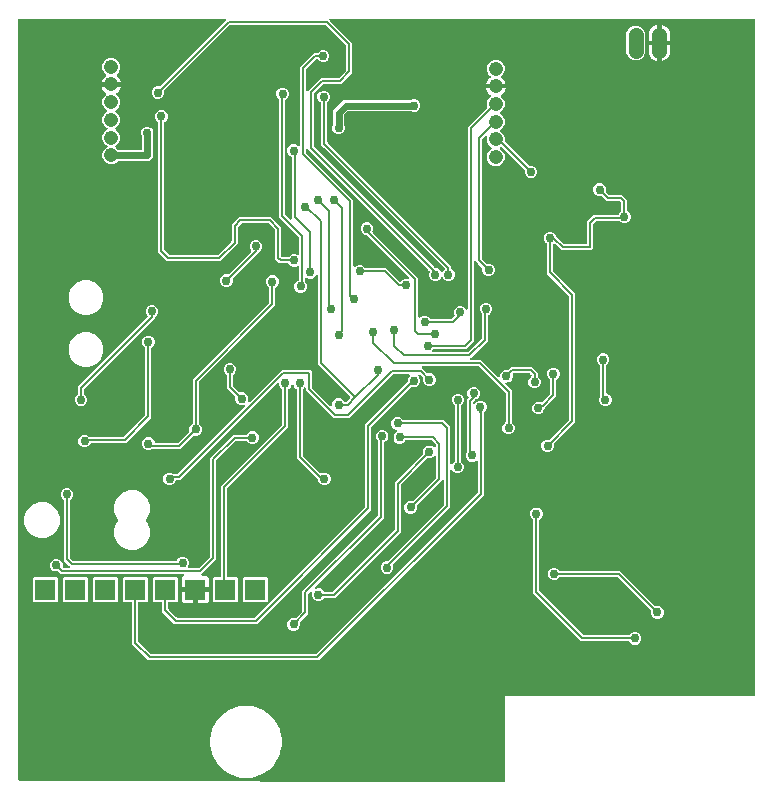
<source format=gbr>
G04 EAGLE Gerber RS-274X export*
G75*
%MOMM*%
%FSLAX34Y34*%
%LPD*%
%INBottom Copper*%
%IPPOS*%
%AMOC8*
5,1,8,0,0,1.08239X$1,22.5*%
G01*
%ADD10C,1.208000*%
%ADD11C,1.308000*%
%ADD12R,1.778000X1.778000*%
%ADD13C,0.203200*%
%ADD14C,0.609600*%
%ADD15C,0.756400*%

G36*
X410057Y6520D02*
X410057Y6520D01*
X410116Y6519D01*
X410197Y6540D01*
X410280Y6551D01*
X410334Y6575D01*
X410391Y6590D01*
X410463Y6633D01*
X410540Y6667D01*
X410585Y6705D01*
X410636Y6736D01*
X410693Y6797D01*
X410757Y6850D01*
X410790Y6900D01*
X410830Y6943D01*
X410868Y7018D01*
X410915Y7087D01*
X410933Y7143D01*
X410960Y7196D01*
X410971Y7264D01*
X411001Y7358D01*
X411004Y7459D01*
X411015Y7527D01*
X411015Y78985D01*
X621824Y78985D01*
X621882Y78993D01*
X621940Y78991D01*
X622022Y79013D01*
X622106Y79025D01*
X622159Y79049D01*
X622215Y79063D01*
X622288Y79106D01*
X622365Y79141D01*
X622410Y79179D01*
X622460Y79209D01*
X622518Y79270D01*
X622582Y79325D01*
X622614Y79373D01*
X622654Y79416D01*
X622693Y79491D01*
X622740Y79561D01*
X622757Y79617D01*
X622784Y79669D01*
X622795Y79737D01*
X622825Y79832D01*
X622828Y79932D01*
X622839Y80000D01*
X622839Y651824D01*
X622831Y651882D01*
X622833Y651940D01*
X622811Y652022D01*
X622799Y652106D01*
X622776Y652159D01*
X622761Y652215D01*
X622718Y652288D01*
X622683Y652365D01*
X622645Y652410D01*
X622616Y652460D01*
X622554Y652518D01*
X622500Y652582D01*
X622451Y652614D01*
X622408Y652654D01*
X622333Y652693D01*
X622263Y652740D01*
X622207Y652757D01*
X622155Y652784D01*
X622087Y652795D01*
X621992Y652825D01*
X621892Y652828D01*
X621824Y652839D01*
X263205Y652839D01*
X263176Y652835D01*
X263147Y652838D01*
X263036Y652815D01*
X262923Y652799D01*
X262897Y652787D01*
X262868Y652782D01*
X262767Y652730D01*
X262664Y652683D01*
X262642Y652664D01*
X262616Y652651D01*
X262533Y652573D01*
X262447Y652500D01*
X262431Y652475D01*
X262409Y652455D01*
X262352Y652357D01*
X262289Y652263D01*
X262281Y652235D01*
X262266Y652210D01*
X262238Y652100D01*
X262204Y651992D01*
X262203Y651963D01*
X262196Y651934D01*
X262199Y651821D01*
X262196Y651708D01*
X262204Y651679D01*
X262205Y651650D01*
X262240Y651542D01*
X262268Y651433D01*
X262283Y651407D01*
X262292Y651379D01*
X262338Y651316D01*
X262413Y651188D01*
X262459Y651145D01*
X262487Y651106D01*
X262838Y650755D01*
X281541Y632052D01*
X281541Y606948D01*
X272052Y597459D01*
X257473Y597459D01*
X257386Y597447D01*
X257299Y597444D01*
X257246Y597427D01*
X257191Y597419D01*
X257112Y597384D01*
X257028Y597357D01*
X256989Y597329D01*
X256932Y597303D01*
X256819Y597207D01*
X256755Y597162D01*
X249838Y590245D01*
X249786Y590175D01*
X249726Y590111D01*
X249700Y590062D01*
X249667Y590018D01*
X249636Y589936D01*
X249596Y589858D01*
X249588Y589811D01*
X249566Y589752D01*
X249554Y589604D01*
X249541Y589527D01*
X249541Y544473D01*
X249553Y544386D01*
X249556Y544299D01*
X249573Y544246D01*
X249581Y544191D01*
X249616Y544112D01*
X249643Y544028D01*
X249671Y543989D01*
X249697Y543932D01*
X249793Y543819D01*
X249838Y543755D01*
X351989Y441604D01*
X352059Y441552D01*
X352123Y441492D01*
X352172Y441466D01*
X352216Y441433D01*
X352298Y441402D01*
X352376Y441362D01*
X352423Y441354D01*
X352482Y441332D01*
X352630Y441320D01*
X352707Y441307D01*
X353056Y441307D01*
X355006Y440499D01*
X356499Y439006D01*
X356562Y438853D01*
X356577Y438828D01*
X356586Y438800D01*
X356649Y438706D01*
X356707Y438609D01*
X356728Y438588D01*
X356744Y438564D01*
X356831Y438491D01*
X356913Y438413D01*
X356939Y438400D01*
X356962Y438381D01*
X357066Y438335D01*
X357166Y438283D01*
X357195Y438278D01*
X357222Y438266D01*
X357334Y438250D01*
X357445Y438228D01*
X357474Y438231D01*
X357503Y438227D01*
X357616Y438243D01*
X357728Y438253D01*
X357755Y438263D01*
X357785Y438267D01*
X357888Y438314D01*
X357993Y438355D01*
X358017Y438372D01*
X358044Y438384D01*
X358130Y438458D01*
X358220Y438526D01*
X358238Y438550D01*
X358260Y438569D01*
X358302Y438635D01*
X358390Y438754D01*
X358412Y438813D01*
X358438Y438853D01*
X358501Y439006D01*
X359733Y440238D01*
X359768Y440285D01*
X359811Y440325D01*
X359853Y440398D01*
X359904Y440465D01*
X359925Y440520D01*
X359954Y440570D01*
X359975Y440652D01*
X360005Y440731D01*
X360010Y440789D01*
X360024Y440846D01*
X360022Y440930D01*
X360029Y441014D01*
X360017Y441071D01*
X360015Y441130D01*
X359990Y441210D01*
X359973Y441293D01*
X359946Y441345D01*
X359928Y441400D01*
X359888Y441456D01*
X359842Y441545D01*
X359773Y441618D01*
X359733Y441674D01*
X257245Y544162D01*
X255459Y545948D01*
X255459Y580923D01*
X255459Y580925D01*
X255459Y580926D01*
X255439Y581067D01*
X255419Y581204D01*
X255419Y581206D01*
X255419Y581208D01*
X255360Y581337D01*
X255303Y581464D01*
X255302Y581465D01*
X255301Y581467D01*
X255211Y581573D01*
X255120Y581681D01*
X255118Y581682D01*
X255117Y581683D01*
X255105Y581691D01*
X254883Y581838D01*
X254854Y581848D01*
X254833Y581861D01*
X254494Y582001D01*
X253001Y583494D01*
X252193Y585444D01*
X252193Y587556D01*
X253001Y589506D01*
X254494Y590999D01*
X256444Y591807D01*
X258556Y591807D01*
X260506Y590999D01*
X261999Y589506D01*
X262807Y587556D01*
X262807Y585444D01*
X261999Y583494D01*
X260838Y582333D01*
X260786Y582263D01*
X260726Y582200D01*
X260700Y582150D01*
X260667Y582106D01*
X260636Y582024D01*
X260596Y581946D01*
X260588Y581899D01*
X260566Y581840D01*
X260554Y581693D01*
X260541Y581615D01*
X260541Y548473D01*
X260553Y548386D01*
X260556Y548299D01*
X260573Y548246D01*
X260581Y548191D01*
X260616Y548112D01*
X260643Y548028D01*
X260671Y547989D01*
X260697Y547932D01*
X260793Y547819D01*
X260838Y547755D01*
X365541Y443052D01*
X365541Y441370D01*
X365541Y441368D01*
X365541Y441367D01*
X365561Y441224D01*
X365581Y441088D01*
X365581Y441087D01*
X365581Y441085D01*
X365640Y440956D01*
X365697Y440829D01*
X365698Y440828D01*
X365699Y440826D01*
X365789Y440720D01*
X365880Y440612D01*
X365882Y440611D01*
X365883Y440610D01*
X365895Y440602D01*
X365918Y440587D01*
X367499Y439006D01*
X368307Y437056D01*
X368307Y434944D01*
X367499Y432994D01*
X366006Y431501D01*
X364056Y430693D01*
X361944Y430693D01*
X359994Y431501D01*
X358501Y432994D01*
X358438Y433147D01*
X358423Y433172D01*
X358414Y433200D01*
X358351Y433294D01*
X358294Y433391D01*
X358272Y433412D01*
X358256Y433436D01*
X358169Y433509D01*
X358087Y433587D01*
X358061Y433600D01*
X358038Y433619D01*
X357935Y433665D01*
X357834Y433717D01*
X357805Y433722D01*
X357778Y433734D01*
X357666Y433750D01*
X357555Y433772D01*
X357526Y433769D01*
X357497Y433773D01*
X357385Y433757D01*
X357272Y433747D01*
X357245Y433737D01*
X357216Y433733D01*
X357112Y433686D01*
X357007Y433645D01*
X356983Y433628D01*
X356956Y433616D01*
X356870Y433542D01*
X356780Y433474D01*
X356762Y433450D01*
X356740Y433431D01*
X356698Y433365D01*
X356610Y433246D01*
X356588Y433188D01*
X356562Y433147D01*
X356499Y432994D01*
X355006Y431501D01*
X353056Y430693D01*
X350944Y430693D01*
X348994Y431501D01*
X347501Y432994D01*
X346693Y434944D01*
X346693Y437056D01*
X347212Y438308D01*
X347213Y438310D01*
X347213Y438311D01*
X347247Y438444D01*
X347283Y438584D01*
X347283Y438585D01*
X347283Y438587D01*
X347279Y438728D01*
X347275Y438868D01*
X347275Y438869D01*
X347274Y438871D01*
X347231Y439005D01*
X347188Y439139D01*
X347187Y439140D01*
X347187Y439141D01*
X347178Y439154D01*
X347030Y439375D01*
X347007Y439394D01*
X346992Y439415D01*
X249245Y537162D01*
X246245Y540162D01*
X244274Y542133D01*
X244250Y542151D01*
X244231Y542173D01*
X244137Y542236D01*
X244047Y542304D01*
X244019Y542314D01*
X243995Y542331D01*
X243887Y542365D01*
X243781Y542405D01*
X243752Y542408D01*
X243724Y542416D01*
X243610Y542419D01*
X243498Y542429D01*
X243469Y542423D01*
X243440Y542424D01*
X243330Y542395D01*
X243219Y542373D01*
X243193Y542359D01*
X243165Y542352D01*
X243067Y542294D01*
X242967Y542242D01*
X242945Y542222D01*
X242920Y542207D01*
X242843Y542124D01*
X242761Y542046D01*
X242746Y542021D01*
X242726Y541999D01*
X242674Y541898D01*
X242617Y541801D01*
X242610Y541772D01*
X242596Y541746D01*
X242583Y541669D01*
X242547Y541525D01*
X242549Y541463D01*
X242541Y541415D01*
X242541Y539473D01*
X242548Y539422D01*
X242547Y539402D01*
X242553Y539380D01*
X242556Y539299D01*
X242573Y539246D01*
X242581Y539191D01*
X242616Y539112D01*
X242643Y539028D01*
X242671Y538989D01*
X242697Y538932D01*
X242793Y538819D01*
X242838Y538755D01*
X280755Y500838D01*
X282541Y499052D01*
X282541Y443497D01*
X282545Y443467D01*
X282542Y443438D01*
X282565Y443327D01*
X282581Y443215D01*
X282593Y443188D01*
X282598Y443160D01*
X282651Y443059D01*
X282697Y442956D01*
X282716Y442933D01*
X282729Y442907D01*
X282807Y442825D01*
X282880Y442739D01*
X282905Y442722D01*
X282925Y442701D01*
X283023Y442644D01*
X283117Y442581D01*
X283145Y442572D01*
X283170Y442557D01*
X283280Y442529D01*
X283388Y442495D01*
X283418Y442495D01*
X283446Y442487D01*
X283559Y442491D01*
X283672Y442488D01*
X283701Y442495D01*
X283730Y442496D01*
X283838Y442531D01*
X283947Y442560D01*
X283973Y442575D01*
X284001Y442584D01*
X284065Y442629D01*
X284192Y442705D01*
X284235Y442751D01*
X284274Y442779D01*
X284994Y443499D01*
X286944Y444307D01*
X289056Y444307D01*
X291006Y443499D01*
X292568Y441937D01*
X292576Y441923D01*
X292578Y441922D01*
X292578Y441920D01*
X292683Y441822D01*
X292783Y441727D01*
X292785Y441727D01*
X292786Y441726D01*
X292911Y441661D01*
X293036Y441597D01*
X293037Y441597D01*
X293039Y441596D01*
X293054Y441594D01*
X293315Y441542D01*
X293345Y441545D01*
X293370Y441541D01*
X310052Y441541D01*
X311838Y439755D01*
X321326Y430267D01*
X321373Y430232D01*
X321413Y430189D01*
X321486Y430147D01*
X321553Y430096D01*
X321608Y430075D01*
X321659Y430046D01*
X321740Y430025D01*
X321819Y429995D01*
X321877Y429990D01*
X321934Y429976D01*
X322018Y429978D01*
X322102Y429971D01*
X322160Y429983D01*
X322218Y429985D01*
X322298Y430010D01*
X322381Y430027D01*
X322433Y430054D01*
X322489Y430072D01*
X322545Y430112D01*
X322633Y430158D01*
X322706Y430227D01*
X322762Y430267D01*
X323994Y431499D01*
X325944Y432307D01*
X328056Y432307D01*
X328537Y432107D01*
X328621Y432086D01*
X328701Y432055D01*
X328758Y432050D01*
X328813Y432036D01*
X328899Y432039D01*
X328984Y432032D01*
X329040Y432043D01*
X329097Y432044D01*
X329179Y432070D01*
X329263Y432087D01*
X329314Y432114D01*
X329368Y432131D01*
X329439Y432179D01*
X329515Y432218D01*
X329556Y432257D01*
X329604Y432289D01*
X329659Y432355D01*
X329721Y432414D01*
X329750Y432463D01*
X329787Y432507D01*
X329822Y432585D01*
X329865Y432659D01*
X329879Y432715D01*
X329902Y432767D01*
X329914Y432852D01*
X329935Y432935D01*
X329933Y432992D01*
X329941Y433048D01*
X329929Y433133D01*
X329926Y433219D01*
X329909Y433273D01*
X329901Y433330D01*
X329865Y433408D01*
X329839Y433490D01*
X329810Y433530D01*
X329784Y433589D01*
X329689Y433699D01*
X329644Y433763D01*
X294011Y469396D01*
X293941Y469448D01*
X293877Y469508D01*
X293828Y469534D01*
X293784Y469567D01*
X293702Y469598D01*
X293624Y469638D01*
X293577Y469646D01*
X293518Y469668D01*
X293370Y469680D01*
X293293Y469693D01*
X292944Y469693D01*
X290994Y470501D01*
X289501Y471994D01*
X288693Y473944D01*
X288693Y476056D01*
X289501Y478006D01*
X290994Y479499D01*
X292944Y480307D01*
X295056Y480307D01*
X297006Y479499D01*
X298499Y478006D01*
X299307Y476056D01*
X299307Y473944D01*
X298788Y472692D01*
X298787Y472690D01*
X298787Y472689D01*
X298752Y472551D01*
X298717Y472416D01*
X298717Y472415D01*
X298717Y472413D01*
X298721Y472272D01*
X298725Y472132D01*
X298725Y472131D01*
X298726Y472129D01*
X298769Y471995D01*
X298812Y471861D01*
X298813Y471860D01*
X298813Y471859D01*
X298822Y471846D01*
X298970Y471625D01*
X298993Y471606D01*
X299008Y471585D01*
X335755Y434838D01*
X337541Y433052D01*
X337541Y400497D01*
X337545Y400467D01*
X337542Y400438D01*
X337565Y400327D01*
X337581Y400215D01*
X337593Y400188D01*
X337598Y400160D01*
X337651Y400059D01*
X337697Y399956D01*
X337716Y399933D01*
X337729Y399907D01*
X337807Y399825D01*
X337880Y399739D01*
X337905Y399722D01*
X337925Y399701D01*
X338023Y399644D01*
X338117Y399581D01*
X338145Y399572D01*
X338170Y399557D01*
X338280Y399529D01*
X338388Y399495D01*
X338418Y399495D01*
X338446Y399487D01*
X338559Y399491D01*
X338672Y399488D01*
X338701Y399495D01*
X338730Y399496D01*
X338838Y399531D01*
X338947Y399560D01*
X338973Y399575D01*
X339001Y399584D01*
X339065Y399629D01*
X339192Y399705D01*
X339235Y399751D01*
X339274Y399779D01*
X339994Y400499D01*
X341944Y401307D01*
X344056Y401307D01*
X346006Y400499D01*
X347568Y398937D01*
X347576Y398923D01*
X347578Y398922D01*
X347578Y398920D01*
X347683Y398822D01*
X347783Y398727D01*
X347785Y398727D01*
X347786Y398726D01*
X347911Y398661D01*
X348036Y398597D01*
X348037Y398597D01*
X348039Y398596D01*
X348054Y398594D01*
X348315Y398542D01*
X348345Y398545D01*
X348370Y398541D01*
X365527Y398541D01*
X365614Y398553D01*
X365701Y398556D01*
X365754Y398573D01*
X365809Y398581D01*
X365888Y398616D01*
X365972Y398643D01*
X366011Y398671D01*
X366068Y398697D01*
X366181Y398793D01*
X366245Y398838D01*
X367992Y400585D01*
X367993Y400587D01*
X367994Y400587D01*
X368075Y400696D01*
X368163Y400812D01*
X368164Y400814D01*
X368165Y400815D01*
X368214Y400945D01*
X368264Y401078D01*
X368264Y401080D01*
X368265Y401081D01*
X368276Y401214D01*
X368288Y401361D01*
X368287Y401363D01*
X368288Y401365D01*
X368284Y401380D01*
X368232Y401640D01*
X368218Y401667D01*
X368212Y401692D01*
X367693Y402944D01*
X367693Y405056D01*
X368501Y407006D01*
X369994Y408499D01*
X371944Y409307D01*
X374056Y409307D01*
X376006Y408499D01*
X377499Y407006D01*
X377506Y406989D01*
X377550Y406915D01*
X377585Y406836D01*
X377622Y406793D01*
X377650Y406744D01*
X377713Y406685D01*
X377769Y406619D01*
X377816Y406588D01*
X377857Y406549D01*
X377934Y406509D01*
X378005Y406462D01*
X378059Y406444D01*
X378110Y406418D01*
X378194Y406402D01*
X378276Y406376D01*
X378333Y406374D01*
X378389Y406363D01*
X378474Y406371D01*
X378560Y406368D01*
X378615Y406383D01*
X378672Y406388D01*
X378752Y406419D01*
X378835Y406440D01*
X378884Y406469D01*
X378937Y406490D01*
X379006Y406542D01*
X379080Y406586D01*
X379119Y406627D01*
X379164Y406661D01*
X379216Y406730D01*
X379274Y406793D01*
X379300Y406844D01*
X379334Y406889D01*
X379365Y406969D01*
X379404Y407046D01*
X379412Y407095D01*
X379435Y407155D01*
X379446Y407300D01*
X379459Y407377D01*
X379459Y561052D01*
X395582Y577175D01*
X395583Y577177D01*
X395584Y577177D01*
X395669Y577291D01*
X395753Y577402D01*
X395754Y577404D01*
X395755Y577405D01*
X395804Y577537D01*
X395854Y577668D01*
X395854Y577670D01*
X395855Y577671D01*
X395866Y577810D01*
X395878Y577951D01*
X395877Y577953D01*
X395878Y577955D01*
X395874Y577969D01*
X395822Y578230D01*
X395808Y578257D01*
X395802Y578282D01*
X395539Y578918D01*
X395539Y581927D01*
X396690Y584708D01*
X398621Y586638D01*
X398630Y586651D01*
X398642Y586660D01*
X398716Y586765D01*
X398792Y586866D01*
X398797Y586880D01*
X398806Y586893D01*
X398848Y587013D01*
X398893Y587131D01*
X398894Y587147D01*
X398900Y587161D01*
X398906Y587288D01*
X398917Y587415D01*
X398914Y587430D01*
X398915Y587445D01*
X398886Y587569D01*
X398861Y587693D01*
X398854Y587707D01*
X398850Y587722D01*
X398788Y587833D01*
X398730Y587946D01*
X398719Y587957D01*
X398712Y587970D01*
X398661Y588018D01*
X398534Y588152D01*
X398494Y588175D01*
X398467Y588200D01*
X397633Y588758D01*
X396438Y589953D01*
X395499Y591358D01*
X394852Y592920D01*
X394703Y593673D01*
X402369Y593673D01*
X402427Y593681D01*
X402486Y593680D01*
X402567Y593701D01*
X402651Y593713D01*
X402704Y593737D01*
X402761Y593752D01*
X402833Y593795D01*
X402910Y593829D01*
X402955Y593867D01*
X403005Y593897D01*
X403063Y593959D01*
X403107Y593996D01*
X403108Y593995D01*
X403162Y593931D01*
X403211Y593898D01*
X403253Y593858D01*
X403329Y593820D01*
X403399Y593773D01*
X403455Y593755D01*
X403507Y593729D01*
X403575Y593717D01*
X403670Y593687D01*
X403770Y593685D01*
X403838Y593673D01*
X411504Y593673D01*
X411354Y592920D01*
X410708Y591358D01*
X409768Y589953D01*
X408573Y588758D01*
X407740Y588200D01*
X407728Y588190D01*
X407714Y588183D01*
X407622Y588096D01*
X407528Y588011D01*
X407519Y587998D01*
X407508Y587987D01*
X407444Y587878D01*
X407377Y587770D01*
X407372Y587755D01*
X407364Y587742D01*
X407333Y587619D01*
X407298Y587497D01*
X407298Y587481D01*
X407294Y587466D01*
X407298Y587340D01*
X407299Y587213D01*
X407303Y587198D01*
X407303Y587182D01*
X407342Y587062D01*
X407378Y586940D01*
X407386Y586926D01*
X407391Y586912D01*
X407431Y586856D01*
X407530Y586699D01*
X407564Y586668D01*
X407586Y586638D01*
X409516Y584708D01*
X410668Y581927D01*
X410668Y578918D01*
X409516Y576137D01*
X407389Y574010D01*
X407029Y573861D01*
X407004Y573846D01*
X406976Y573837D01*
X406882Y573774D01*
X406784Y573716D01*
X406764Y573695D01*
X406739Y573678D01*
X406667Y573592D01*
X406589Y573509D01*
X406575Y573483D01*
X406557Y573461D01*
X406511Y573357D01*
X406459Y573257D01*
X406453Y573228D01*
X406441Y573201D01*
X406426Y573089D01*
X406404Y572978D01*
X406406Y572948D01*
X406402Y572919D01*
X406418Y572807D01*
X406428Y572694D01*
X406439Y572667D01*
X406443Y572638D01*
X406490Y572535D01*
X406530Y572429D01*
X406548Y572406D01*
X406560Y572379D01*
X406633Y572293D01*
X406702Y572202D01*
X406725Y572185D01*
X406744Y572163D01*
X406811Y572121D01*
X406929Y572032D01*
X406988Y572010D01*
X407029Y571985D01*
X407389Y571836D01*
X409516Y569708D01*
X410668Y566927D01*
X410668Y563918D01*
X409516Y561137D01*
X407389Y559010D01*
X407029Y558861D01*
X407004Y558846D01*
X406976Y558837D01*
X406882Y558774D01*
X406784Y558716D01*
X406764Y558695D01*
X406739Y558678D01*
X406667Y558592D01*
X406589Y558509D01*
X406575Y558483D01*
X406557Y558461D01*
X406511Y558357D01*
X406459Y558257D01*
X406453Y558228D01*
X406441Y558201D01*
X406426Y558089D01*
X406404Y557978D01*
X406406Y557948D01*
X406402Y557919D01*
X406418Y557807D01*
X406428Y557694D01*
X406439Y557667D01*
X406443Y557638D01*
X406490Y557535D01*
X406530Y557429D01*
X406548Y557406D01*
X406560Y557379D01*
X406633Y557293D01*
X406702Y557202D01*
X406725Y557185D01*
X406744Y557163D01*
X406811Y557121D01*
X406929Y557032D01*
X406988Y557010D01*
X407029Y556985D01*
X407389Y556836D01*
X409516Y554708D01*
X410668Y551927D01*
X410668Y549346D01*
X410680Y549259D01*
X410683Y549172D01*
X410700Y549119D01*
X410708Y549064D01*
X410744Y548984D01*
X410771Y548901D01*
X410799Y548862D01*
X410824Y548805D01*
X410920Y548691D01*
X410966Y548628D01*
X430999Y528594D01*
X431001Y528593D01*
X431002Y528591D01*
X431120Y528503D01*
X431227Y528423D01*
X431228Y528422D01*
X431230Y528421D01*
X431363Y528371D01*
X431492Y528322D01*
X431494Y528321D01*
X431496Y528321D01*
X431639Y528309D01*
X431776Y528298D01*
X431777Y528298D01*
X431779Y528298D01*
X431796Y528302D01*
X431819Y528307D01*
X434056Y528307D01*
X436006Y527499D01*
X437499Y526006D01*
X438307Y524056D01*
X438307Y521944D01*
X437499Y519994D01*
X436006Y518501D01*
X434056Y517693D01*
X431944Y517693D01*
X429994Y518501D01*
X428501Y519994D01*
X427693Y521944D01*
X427693Y524153D01*
X427697Y524169D01*
X427697Y524171D01*
X427698Y524173D01*
X427693Y524312D01*
X427689Y524453D01*
X427689Y524455D01*
X427689Y524457D01*
X427646Y524589D01*
X427627Y524649D01*
X427618Y524681D01*
X427614Y524688D01*
X427603Y524724D01*
X427602Y524726D01*
X427601Y524727D01*
X427592Y524741D01*
X427514Y524856D01*
X427473Y524925D01*
X427459Y524938D01*
X427445Y524960D01*
X427421Y524980D01*
X427406Y525001D01*
X408582Y543825D01*
X408580Y543826D01*
X408579Y543828D01*
X408466Y543912D01*
X408354Y543996D01*
X408353Y543997D01*
X408352Y543998D01*
X408220Y544048D01*
X408089Y544097D01*
X408087Y544098D01*
X408086Y544098D01*
X407946Y544109D01*
X407805Y544121D01*
X407804Y544121D01*
X407802Y544121D01*
X407788Y544117D01*
X407527Y544065D01*
X407500Y544051D01*
X407475Y544045D01*
X407029Y543861D01*
X407004Y543846D01*
X406976Y543837D01*
X406882Y543774D01*
X406784Y543716D01*
X406764Y543695D01*
X406739Y543678D01*
X406667Y543592D01*
X406589Y543509D01*
X406575Y543483D01*
X406557Y543461D01*
X406511Y543357D01*
X406459Y543257D01*
X406453Y543228D01*
X406441Y543201D01*
X406426Y543089D01*
X406404Y542978D01*
X406406Y542948D01*
X406402Y542919D01*
X406418Y542807D01*
X406428Y542694D01*
X406439Y542667D01*
X406443Y542638D01*
X406490Y542535D01*
X406530Y542429D01*
X406548Y542406D01*
X406560Y542379D01*
X406633Y542293D01*
X406702Y542202D01*
X406725Y542185D01*
X406744Y542163D01*
X406811Y542121D01*
X406929Y542032D01*
X406988Y542010D01*
X407029Y541985D01*
X407389Y541836D01*
X409516Y539708D01*
X410668Y536927D01*
X410668Y533918D01*
X409516Y531137D01*
X407389Y529010D01*
X404608Y527858D01*
X401599Y527858D01*
X398818Y529010D01*
X396690Y531137D01*
X395539Y533918D01*
X395539Y536927D01*
X396690Y539708D01*
X398818Y541836D01*
X399178Y541985D01*
X399203Y541999D01*
X399231Y542008D01*
X399325Y542071D01*
X399423Y542129D01*
X399443Y542150D01*
X399467Y542167D01*
X399540Y542253D01*
X399618Y542336D01*
X399631Y542362D01*
X399650Y542384D01*
X399696Y542488D01*
X399748Y542588D01*
X399754Y542617D01*
X399766Y542644D01*
X399781Y542756D01*
X399803Y542867D01*
X399801Y542897D01*
X399805Y542926D01*
X399789Y543038D01*
X399779Y543151D01*
X399768Y543178D01*
X399764Y543207D01*
X399717Y543310D01*
X399677Y543416D01*
X399659Y543439D01*
X399647Y543466D01*
X399573Y543552D01*
X399505Y543643D01*
X399482Y543660D01*
X399463Y543683D01*
X399396Y543724D01*
X399277Y543813D01*
X399219Y543835D01*
X399178Y543861D01*
X398818Y544010D01*
X396690Y546137D01*
X395539Y548918D01*
X395539Y551927D01*
X395720Y552364D01*
X395741Y552448D01*
X395772Y552528D01*
X395776Y552585D01*
X395791Y552640D01*
X395788Y552725D01*
X395795Y552811D01*
X395784Y552867D01*
X395782Y552924D01*
X395756Y553006D01*
X395739Y553090D01*
X395713Y553140D01*
X395696Y553195D01*
X395648Y553266D01*
X395608Y553342D01*
X395569Y553383D01*
X395538Y553431D01*
X395472Y553486D01*
X395413Y553548D01*
X395364Y553577D01*
X395320Y553614D01*
X395241Y553649D01*
X395167Y553692D01*
X395112Y553706D01*
X395060Y553729D01*
X394975Y553741D01*
X394892Y553762D01*
X394835Y553760D01*
X394779Y553768D01*
X394694Y553756D01*
X394608Y553753D01*
X394553Y553736D01*
X394497Y553727D01*
X394419Y553692D01*
X394337Y553666D01*
X394297Y553637D01*
X394238Y553610D01*
X394128Y553516D01*
X394064Y553471D01*
X391838Y551245D01*
X391786Y551175D01*
X391726Y551111D01*
X391700Y551062D01*
X391667Y551018D01*
X391636Y550936D01*
X391596Y550858D01*
X391588Y550811D01*
X391566Y550752D01*
X391554Y550604D01*
X391541Y550527D01*
X391541Y449473D01*
X391553Y449386D01*
X391556Y449299D01*
X391573Y449246D01*
X391581Y449191D01*
X391616Y449112D01*
X391643Y449028D01*
X391671Y448989D01*
X391697Y448932D01*
X391793Y448819D01*
X391838Y448755D01*
X394999Y445594D01*
X395001Y445593D01*
X395002Y445591D01*
X395120Y445503D01*
X395227Y445423D01*
X395228Y445422D01*
X395230Y445421D01*
X395363Y445371D01*
X395492Y445322D01*
X395494Y445321D01*
X395496Y445321D01*
X395639Y445309D01*
X395776Y445298D01*
X395777Y445298D01*
X395779Y445298D01*
X395796Y445302D01*
X395819Y445307D01*
X398056Y445307D01*
X400006Y444499D01*
X401499Y443006D01*
X402307Y441056D01*
X402307Y438944D01*
X401499Y436994D01*
X400006Y435501D01*
X398056Y434693D01*
X395944Y434693D01*
X393994Y435501D01*
X392501Y436994D01*
X391693Y438944D01*
X391693Y441153D01*
X391697Y441169D01*
X391697Y441171D01*
X391698Y441173D01*
X391693Y441312D01*
X391689Y441453D01*
X391689Y441455D01*
X391689Y441457D01*
X391646Y441589D01*
X391603Y441724D01*
X391602Y441726D01*
X391601Y441727D01*
X391592Y441740D01*
X391445Y441960D01*
X391421Y441980D01*
X391406Y442001D01*
X388245Y445162D01*
X386274Y447133D01*
X386250Y447151D01*
X386231Y447173D01*
X386137Y447236D01*
X386047Y447304D01*
X386019Y447314D01*
X385995Y447331D01*
X385887Y447365D01*
X385781Y447405D01*
X385752Y447408D01*
X385724Y447416D01*
X385610Y447419D01*
X385498Y447429D01*
X385469Y447423D01*
X385440Y447424D01*
X385330Y447395D01*
X385219Y447373D01*
X385193Y447359D01*
X385165Y447352D01*
X385067Y447294D01*
X384967Y447242D01*
X384945Y447222D01*
X384920Y447207D01*
X384843Y447124D01*
X384761Y447046D01*
X384746Y447021D01*
X384726Y446999D01*
X384674Y446898D01*
X384617Y446801D01*
X384610Y446772D01*
X384596Y446746D01*
X384583Y446669D01*
X384547Y446525D01*
X384549Y446463D01*
X384541Y446415D01*
X384541Y379948D01*
X378052Y373459D01*
X351370Y373459D01*
X351368Y373459D01*
X351367Y373459D01*
X351226Y373439D01*
X351088Y373419D01*
X351087Y373419D01*
X351085Y373419D01*
X350956Y373360D01*
X350829Y373303D01*
X350828Y373302D01*
X350826Y373301D01*
X350720Y373211D01*
X350612Y373120D01*
X350611Y373118D01*
X350610Y373117D01*
X350602Y373105D01*
X350587Y373083D01*
X349457Y371952D01*
X349439Y371928D01*
X349417Y371909D01*
X349354Y371815D01*
X349286Y371725D01*
X349275Y371697D01*
X349259Y371673D01*
X349225Y371565D01*
X349185Y371459D01*
X349182Y371430D01*
X349173Y371402D01*
X349170Y371288D01*
X349161Y371176D01*
X349167Y371147D01*
X349166Y371118D01*
X349195Y371008D01*
X349217Y370897D01*
X349230Y370871D01*
X349238Y370843D01*
X349296Y370745D01*
X349348Y370645D01*
X349368Y370623D01*
X349383Y370598D01*
X349466Y370521D01*
X349544Y370439D01*
X349569Y370424D01*
X349590Y370404D01*
X349691Y370352D01*
X349789Y370295D01*
X349817Y370288D01*
X349844Y370274D01*
X349921Y370261D01*
X350064Y370225D01*
X350127Y370227D01*
X350175Y370219D01*
X379205Y370219D01*
X379292Y370231D01*
X379379Y370234D01*
X379432Y370251D01*
X379487Y370259D01*
X379566Y370294D01*
X379650Y370321D01*
X379689Y370349D01*
X379746Y370375D01*
X379859Y370471D01*
X379923Y370516D01*
X391162Y381755D01*
X391214Y381825D01*
X391274Y381889D01*
X391300Y381938D01*
X391333Y381982D01*
X391364Y382064D01*
X391404Y382142D01*
X391412Y382189D01*
X391434Y382248D01*
X391446Y382396D01*
X391459Y382473D01*
X391459Y402615D01*
X391447Y402702D01*
X391444Y402789D01*
X391427Y402842D01*
X391419Y402897D01*
X391384Y402977D01*
X391357Y403060D01*
X391329Y403099D01*
X391303Y403156D01*
X391207Y403270D01*
X391162Y403333D01*
X390501Y403994D01*
X389693Y405944D01*
X389693Y408056D01*
X390501Y410006D01*
X391994Y411499D01*
X393944Y412307D01*
X396056Y412307D01*
X398006Y411499D01*
X399499Y410006D01*
X400307Y408056D01*
X400307Y405944D01*
X399499Y403994D01*
X398006Y402501D01*
X397167Y402154D01*
X397166Y402153D01*
X397165Y402153D01*
X397042Y402080D01*
X396923Y402009D01*
X396922Y402008D01*
X396920Y402007D01*
X396822Y401903D01*
X396727Y401803D01*
X396727Y401801D01*
X396726Y401800D01*
X396661Y401674D01*
X396597Y401550D01*
X396597Y401548D01*
X396596Y401547D01*
X396594Y401532D01*
X396542Y401271D01*
X396545Y401241D01*
X396541Y401216D01*
X396541Y379948D01*
X394755Y378162D01*
X381867Y365274D01*
X381849Y365250D01*
X381827Y365231D01*
X381764Y365137D01*
X381696Y365047D01*
X381686Y365019D01*
X381669Y364995D01*
X381635Y364887D01*
X381595Y364781D01*
X381592Y364752D01*
X381584Y364724D01*
X381581Y364610D01*
X381571Y364498D01*
X381577Y364469D01*
X381576Y364440D01*
X381605Y364330D01*
X381627Y364219D01*
X381641Y364193D01*
X381648Y364165D01*
X381706Y364067D01*
X381758Y363967D01*
X381778Y363945D01*
X381793Y363920D01*
X381876Y363843D01*
X381954Y363761D01*
X381979Y363746D01*
X382001Y363726D01*
X382102Y363674D01*
X382199Y363617D01*
X382228Y363610D01*
X382254Y363596D01*
X382331Y363583D01*
X382475Y363547D01*
X382537Y363549D01*
X382585Y363541D01*
X391052Y363541D01*
X405116Y349478D01*
X405139Y349460D01*
X405158Y349438D01*
X405252Y349375D01*
X405343Y349307D01*
X405370Y349296D01*
X405395Y349280D01*
X405503Y349246D01*
X405608Y349205D01*
X405638Y349203D01*
X405666Y349194D01*
X405779Y349191D01*
X405892Y349182D01*
X405920Y349188D01*
X405950Y349187D01*
X406059Y349216D01*
X406170Y349238D01*
X406197Y349251D01*
X406225Y349259D01*
X406322Y349317D01*
X406423Y349369D01*
X406444Y349389D01*
X406469Y349404D01*
X406547Y349487D01*
X406629Y349565D01*
X406644Y349590D01*
X406664Y349611D01*
X406715Y349712D01*
X406773Y349810D01*
X406780Y349838D01*
X406793Y349864D01*
X406806Y349942D01*
X406843Y350085D01*
X406841Y350148D01*
X406849Y350195D01*
X406849Y351056D01*
X407657Y353006D01*
X409149Y354499D01*
X411100Y355307D01*
X413309Y355307D01*
X413324Y355303D01*
X413326Y355303D01*
X413328Y355302D01*
X413467Y355307D01*
X413609Y355311D01*
X413610Y355311D01*
X413612Y355311D01*
X413745Y355354D01*
X413879Y355397D01*
X413881Y355398D01*
X413883Y355399D01*
X413896Y355408D01*
X414116Y355555D01*
X414135Y355579D01*
X414156Y355594D01*
X416103Y357541D01*
X434052Y357541D01*
X438541Y353052D01*
X438541Y350370D01*
X438541Y350368D01*
X438541Y350367D01*
X438561Y350226D01*
X438581Y350088D01*
X438581Y350087D01*
X438581Y350085D01*
X438641Y349953D01*
X438697Y349829D01*
X438698Y349828D01*
X438699Y349826D01*
X438790Y349719D01*
X438880Y349612D01*
X438882Y349611D01*
X438883Y349610D01*
X438895Y349602D01*
X438918Y349587D01*
X440499Y348006D01*
X441307Y346056D01*
X441307Y343944D01*
X440499Y341994D01*
X439006Y340501D01*
X437056Y339693D01*
X434944Y339693D01*
X432994Y340501D01*
X431501Y341994D01*
X430693Y343944D01*
X430693Y346056D01*
X431501Y348006D01*
X433063Y349568D01*
X433077Y349576D01*
X433078Y349578D01*
X433080Y349578D01*
X433178Y349683D01*
X433273Y349783D01*
X433273Y349785D01*
X433274Y349786D01*
X433339Y349911D01*
X433403Y350036D01*
X433403Y350037D01*
X433404Y350039D01*
X433406Y350054D01*
X433458Y350315D01*
X433455Y350345D01*
X433459Y350370D01*
X433459Y350527D01*
X433447Y350614D01*
X433444Y350701D01*
X433427Y350754D01*
X433419Y350809D01*
X433384Y350888D01*
X433357Y350972D01*
X433329Y351011D01*
X433303Y351068D01*
X433207Y351181D01*
X433162Y351245D01*
X432245Y352162D01*
X432175Y352214D01*
X432111Y352274D01*
X432062Y352300D01*
X432018Y352333D01*
X431936Y352364D01*
X431858Y352404D01*
X431811Y352412D01*
X431752Y352434D01*
X431604Y352446D01*
X431527Y352459D01*
X418628Y352459D01*
X418542Y352447D01*
X418454Y352444D01*
X418402Y352427D01*
X418347Y352419D01*
X418267Y352384D01*
X418184Y352357D01*
X418145Y352329D01*
X418087Y352303D01*
X417974Y352207D01*
X417910Y352162D01*
X417749Y352001D01*
X417748Y351999D01*
X417747Y351998D01*
X417659Y351880D01*
X417578Y351773D01*
X417578Y351772D01*
X417576Y351770D01*
X417526Y351637D01*
X417477Y351508D01*
X417477Y351506D01*
X417476Y351504D01*
X417465Y351358D01*
X417453Y351224D01*
X417454Y351223D01*
X417454Y351221D01*
X417458Y351204D01*
X417462Y351181D01*
X417462Y348944D01*
X416654Y346994D01*
X415161Y345501D01*
X413211Y344693D01*
X412351Y344693D01*
X412322Y344689D01*
X412293Y344692D01*
X412182Y344669D01*
X412069Y344653D01*
X412043Y344641D01*
X412014Y344636D01*
X411913Y344584D01*
X411810Y344537D01*
X411788Y344518D01*
X411762Y344505D01*
X411680Y344427D01*
X411593Y344354D01*
X411577Y344329D01*
X411555Y344309D01*
X411498Y344211D01*
X411435Y344117D01*
X411427Y344089D01*
X411412Y344064D01*
X411384Y343954D01*
X411350Y343846D01*
X411349Y343816D01*
X411342Y343788D01*
X411345Y343675D01*
X411342Y343562D01*
X411350Y343533D01*
X411351Y343504D01*
X411386Y343396D01*
X411414Y343287D01*
X411429Y343261D01*
X411438Y343233D01*
X411484Y343170D01*
X411559Y343042D01*
X411605Y342999D01*
X411633Y342960D01*
X416541Y338052D01*
X416541Y311370D01*
X416541Y311368D01*
X416541Y311367D01*
X416561Y311226D01*
X416581Y311088D01*
X416581Y311087D01*
X416581Y311085D01*
X416640Y310956D01*
X416697Y310829D01*
X416698Y310828D01*
X416699Y310826D01*
X416789Y310720D01*
X416880Y310612D01*
X416882Y310611D01*
X416883Y310610D01*
X416895Y310602D01*
X416918Y310587D01*
X418499Y309006D01*
X419307Y307056D01*
X419307Y304944D01*
X418499Y302994D01*
X417006Y301501D01*
X415056Y300693D01*
X412944Y300693D01*
X410994Y301501D01*
X409501Y302994D01*
X408693Y304944D01*
X408693Y307056D01*
X409501Y309006D01*
X411063Y310568D01*
X411077Y310576D01*
X411078Y310578D01*
X411080Y310578D01*
X411178Y310683D01*
X411273Y310783D01*
X411273Y310785D01*
X411274Y310786D01*
X411339Y310911D01*
X411403Y311036D01*
X411403Y311037D01*
X411404Y311039D01*
X411406Y311054D01*
X411458Y311315D01*
X411455Y311345D01*
X411459Y311370D01*
X411459Y335527D01*
X411447Y335614D01*
X411444Y335701D01*
X411427Y335754D01*
X411419Y335809D01*
X411384Y335888D01*
X411357Y335972D01*
X411329Y336011D01*
X411303Y336068D01*
X411207Y336181D01*
X411162Y336245D01*
X389245Y358162D01*
X389175Y358214D01*
X389111Y358274D01*
X389062Y358300D01*
X389018Y358333D01*
X388936Y358364D01*
X388858Y358404D01*
X388811Y358412D01*
X388752Y358434D01*
X388604Y358446D01*
X388527Y358459D01*
X341585Y358459D01*
X341556Y358455D01*
X341527Y358458D01*
X341416Y358435D01*
X341303Y358419D01*
X341277Y358407D01*
X341248Y358402D01*
X341147Y358349D01*
X341044Y358303D01*
X341022Y358284D01*
X340996Y358271D01*
X340913Y358193D01*
X340827Y358120D01*
X340811Y358095D01*
X340789Y358075D01*
X340732Y357977D01*
X340669Y357883D01*
X340661Y357855D01*
X340646Y357830D01*
X340618Y357720D01*
X340584Y357612D01*
X340583Y357582D01*
X340576Y357554D01*
X340579Y357441D01*
X340576Y357328D01*
X340584Y357299D01*
X340585Y357270D01*
X340620Y357162D01*
X340648Y357053D01*
X340663Y357027D01*
X340672Y356999D01*
X340718Y356936D01*
X340793Y356808D01*
X340839Y356765D01*
X340867Y356726D01*
X342838Y354755D01*
X344999Y352594D01*
X345001Y352593D01*
X345002Y352591D01*
X345120Y352503D01*
X345227Y352423D01*
X345228Y352422D01*
X345230Y352421D01*
X345363Y352371D01*
X345492Y352322D01*
X345494Y352321D01*
X345496Y352321D01*
X345639Y352309D01*
X345776Y352298D01*
X345777Y352298D01*
X345779Y352298D01*
X345796Y352302D01*
X345819Y352307D01*
X348056Y352307D01*
X350006Y351499D01*
X351499Y350006D01*
X352307Y348056D01*
X352307Y345944D01*
X351499Y343994D01*
X350006Y342501D01*
X348056Y341693D01*
X345944Y341693D01*
X343994Y342501D01*
X342501Y343994D01*
X341693Y345944D01*
X341693Y348153D01*
X341697Y348169D01*
X341697Y348171D01*
X341698Y348173D01*
X341693Y348311D01*
X341689Y348453D01*
X341689Y348455D01*
X341689Y348457D01*
X341646Y348589D01*
X341603Y348724D01*
X341602Y348726D01*
X341601Y348727D01*
X341592Y348740D01*
X341445Y348960D01*
X341421Y348980D01*
X341406Y349001D01*
X339245Y351162D01*
X339175Y351214D01*
X339111Y351274D01*
X339062Y351300D01*
X339018Y351333D01*
X338936Y351364D01*
X338858Y351404D01*
X338811Y351412D01*
X338752Y351434D01*
X338604Y351446D01*
X338527Y351459D01*
X338497Y351459D01*
X338479Y351457D01*
X338469Y351458D01*
X338460Y351456D01*
X338438Y351458D01*
X338327Y351435D01*
X338215Y351419D01*
X338188Y351407D01*
X338160Y351402D01*
X338059Y351349D01*
X337956Y351303D01*
X337933Y351284D01*
X337907Y351271D01*
X337825Y351193D01*
X337739Y351120D01*
X337722Y351095D01*
X337701Y351075D01*
X337644Y350977D01*
X337581Y350883D01*
X337572Y350855D01*
X337557Y350830D01*
X337529Y350720D01*
X337495Y350612D01*
X337495Y350582D01*
X337487Y350554D01*
X337491Y350441D01*
X337488Y350328D01*
X337495Y350299D01*
X337496Y350270D01*
X337531Y350162D01*
X337560Y350053D01*
X337575Y350027D01*
X337584Y349999D01*
X337629Y349935D01*
X337705Y349808D01*
X337751Y349765D01*
X337779Y349726D01*
X338499Y349006D01*
X339307Y347056D01*
X339307Y344944D01*
X338499Y342994D01*
X337006Y341501D01*
X335056Y340693D01*
X332944Y340693D01*
X332399Y340919D01*
X332397Y340920D01*
X332396Y340920D01*
X332263Y340954D01*
X332123Y340990D01*
X332122Y340990D01*
X332120Y340991D01*
X331980Y340986D01*
X331839Y340982D01*
X331838Y340982D01*
X331836Y340982D01*
X331702Y340938D01*
X331569Y340895D01*
X331567Y340895D01*
X331566Y340894D01*
X331553Y340885D01*
X331332Y340737D01*
X331313Y340714D01*
X331292Y340699D01*
X297838Y307245D01*
X297786Y307175D01*
X297726Y307111D01*
X297700Y307062D01*
X297667Y307018D01*
X297636Y306936D01*
X297596Y306858D01*
X297588Y306811D01*
X297566Y306752D01*
X297554Y306604D01*
X297541Y306527D01*
X297541Y236948D01*
X201052Y140459D01*
X130948Y140459D01*
X120759Y150648D01*
X120759Y157970D01*
X120751Y158028D01*
X120753Y158086D01*
X120731Y158168D01*
X120719Y158252D01*
X120696Y158305D01*
X120681Y158361D01*
X120638Y158434D01*
X120603Y158511D01*
X120565Y158556D01*
X120536Y158606D01*
X120474Y158664D01*
X120420Y158728D01*
X120371Y158760D01*
X120328Y158800D01*
X120253Y158839D01*
X120183Y158886D01*
X120127Y158903D01*
X120075Y158930D01*
X120007Y158941D01*
X119912Y158971D01*
X119812Y158974D01*
X119744Y158985D01*
X113778Y158985D01*
X112885Y159878D01*
X112885Y178922D01*
X113778Y179815D01*
X132822Y179815D01*
X133715Y178922D01*
X133715Y159878D01*
X132822Y158985D01*
X126856Y158985D01*
X126798Y158977D01*
X126740Y158979D01*
X126658Y158957D01*
X126574Y158945D01*
X126521Y158922D01*
X126465Y158907D01*
X126392Y158864D01*
X126315Y158829D01*
X126270Y158791D01*
X126220Y158762D01*
X126162Y158700D01*
X126098Y158646D01*
X126066Y158597D01*
X126026Y158554D01*
X125987Y158479D01*
X125940Y158409D01*
X125923Y158353D01*
X125896Y158301D01*
X125885Y158233D01*
X125855Y158138D01*
X125852Y158038D01*
X125841Y157970D01*
X125841Y153173D01*
X125853Y153086D01*
X125856Y152999D01*
X125873Y152946D01*
X125881Y152891D01*
X125916Y152812D01*
X125943Y152728D01*
X125971Y152689D01*
X125997Y152632D01*
X126093Y152519D01*
X126138Y152455D01*
X132755Y145838D01*
X132825Y145786D01*
X132889Y145726D01*
X132938Y145700D01*
X132982Y145667D01*
X133064Y145636D01*
X133142Y145596D01*
X133189Y145588D01*
X133248Y145566D01*
X133396Y145554D01*
X133473Y145541D01*
X198527Y145541D01*
X198614Y145553D01*
X198701Y145556D01*
X198754Y145573D01*
X198809Y145581D01*
X198888Y145616D01*
X198972Y145643D01*
X199011Y145671D01*
X199068Y145697D01*
X199181Y145793D01*
X199245Y145838D01*
X292162Y238755D01*
X292214Y238825D01*
X292274Y238889D01*
X292300Y238938D01*
X292333Y238982D01*
X292364Y239064D01*
X292404Y239142D01*
X292412Y239189D01*
X292434Y239248D01*
X292446Y239396D01*
X292459Y239473D01*
X292459Y309052D01*
X294245Y310838D01*
X328396Y344989D01*
X328448Y345059D01*
X328508Y345123D01*
X328534Y345172D01*
X328567Y345216D01*
X328598Y345298D01*
X328638Y345376D01*
X328646Y345423D01*
X328668Y345482D01*
X328680Y345629D01*
X328693Y345707D01*
X328693Y347056D01*
X329501Y349006D01*
X330221Y349726D01*
X330239Y349750D01*
X330261Y349769D01*
X330324Y349863D01*
X330392Y349953D01*
X330403Y349981D01*
X330419Y350005D01*
X330453Y350113D01*
X330493Y350219D01*
X330496Y350248D01*
X330505Y350276D01*
X330508Y350390D01*
X330517Y350502D01*
X330511Y350531D01*
X330512Y350560D01*
X330483Y350670D01*
X330461Y350781D01*
X330448Y350807D01*
X330440Y350835D01*
X330382Y350933D01*
X330330Y351033D01*
X330310Y351055D01*
X330295Y351080D01*
X330212Y351157D01*
X330134Y351239D01*
X330109Y351254D01*
X330088Y351274D01*
X329987Y351326D01*
X329889Y351383D01*
X329861Y351390D01*
X329834Y351404D01*
X329757Y351417D01*
X329614Y351453D01*
X329551Y351451D01*
X329503Y351459D01*
X316473Y351459D01*
X316386Y351447D01*
X316299Y351444D01*
X316246Y351427D01*
X316191Y351419D01*
X316112Y351384D01*
X316028Y351357D01*
X315989Y351329D01*
X315932Y351303D01*
X315819Y351207D01*
X315755Y351162D01*
X279052Y314459D01*
X265948Y314459D01*
X242459Y337948D01*
X242459Y339503D01*
X242455Y339533D01*
X242458Y339562D01*
X242435Y339673D01*
X242419Y339785D01*
X242407Y339812D01*
X242402Y339840D01*
X242349Y339941D01*
X242303Y340044D01*
X242284Y340067D01*
X242271Y340093D01*
X242193Y340175D01*
X242120Y340261D01*
X242095Y340278D01*
X242075Y340299D01*
X241977Y340356D01*
X241883Y340419D01*
X241855Y340428D01*
X241830Y340443D01*
X241720Y340471D01*
X241612Y340505D01*
X241582Y340505D01*
X241554Y340513D01*
X241441Y340509D01*
X241328Y340512D01*
X241299Y340505D01*
X241270Y340504D01*
X241162Y340469D01*
X241053Y340440D01*
X241027Y340425D01*
X240999Y340416D01*
X240935Y340371D01*
X240808Y340295D01*
X240765Y340249D01*
X240726Y340221D01*
X239937Y339432D01*
X239923Y339424D01*
X239922Y339422D01*
X239920Y339422D01*
X239822Y339317D01*
X239727Y339217D01*
X239727Y339215D01*
X239726Y339214D01*
X239661Y339089D01*
X239597Y338964D01*
X239597Y338963D01*
X239596Y338961D01*
X239594Y338946D01*
X239542Y338685D01*
X239545Y338655D01*
X239541Y338630D01*
X239541Y283473D01*
X239553Y283386D01*
X239556Y283299D01*
X239573Y283246D01*
X239581Y283191D01*
X239616Y283112D01*
X239643Y283028D01*
X239671Y282989D01*
X239697Y282932D01*
X239793Y282819D01*
X239838Y282755D01*
X254585Y268008D01*
X254587Y268007D01*
X254587Y268006D01*
X254701Y267921D01*
X254812Y267837D01*
X254814Y267836D01*
X254815Y267835D01*
X254947Y267786D01*
X255078Y267736D01*
X255080Y267736D01*
X255081Y267735D01*
X255220Y267724D01*
X255361Y267712D01*
X255363Y267713D01*
X255365Y267712D01*
X255379Y267716D01*
X255640Y267768D01*
X255667Y267782D01*
X255692Y267788D01*
X256944Y268307D01*
X259056Y268307D01*
X261006Y267499D01*
X262499Y266006D01*
X263307Y264056D01*
X263307Y261944D01*
X262499Y259994D01*
X261006Y258501D01*
X259056Y257693D01*
X256944Y257693D01*
X254994Y258501D01*
X253501Y259994D01*
X252693Y261944D01*
X252693Y262293D01*
X252681Y262380D01*
X252678Y262467D01*
X252661Y262520D01*
X252653Y262575D01*
X252618Y262654D01*
X252591Y262738D01*
X252563Y262777D01*
X252537Y262834D01*
X252441Y262947D01*
X252396Y263011D01*
X234459Y280948D01*
X234459Y338630D01*
X234459Y338632D01*
X234459Y338633D01*
X234440Y338769D01*
X234419Y338912D01*
X234419Y338913D01*
X234419Y338915D01*
X234360Y339043D01*
X234303Y339171D01*
X234302Y339172D01*
X234301Y339174D01*
X234212Y339278D01*
X234120Y339388D01*
X234118Y339389D01*
X234117Y339390D01*
X234105Y339398D01*
X234082Y339413D01*
X232501Y340994D01*
X231938Y342354D01*
X231923Y342379D01*
X231914Y342407D01*
X231851Y342501D01*
X231793Y342599D01*
X231772Y342619D01*
X231756Y342643D01*
X231669Y342716D01*
X231587Y342794D01*
X231561Y342807D01*
X231538Y342826D01*
X231435Y342872D01*
X231334Y342924D01*
X231305Y342930D01*
X231278Y342941D01*
X231166Y342957D01*
X231055Y342979D01*
X231026Y342976D01*
X230997Y342980D01*
X230885Y342964D01*
X230772Y342954D01*
X230745Y342944D01*
X230716Y342940D01*
X230612Y342893D01*
X230507Y342852D01*
X230483Y342835D01*
X230456Y342823D01*
X230370Y342749D01*
X230280Y342681D01*
X230262Y342657D01*
X230240Y342638D01*
X230198Y342572D01*
X230110Y342453D01*
X230088Y342395D01*
X230062Y342354D01*
X229499Y340994D01*
X227937Y339432D01*
X227923Y339424D01*
X227922Y339422D01*
X227920Y339422D01*
X227822Y339317D01*
X227727Y339217D01*
X227727Y339215D01*
X227726Y339214D01*
X227661Y339089D01*
X227597Y338964D01*
X227597Y338963D01*
X227596Y338961D01*
X227594Y338946D01*
X227542Y338685D01*
X227545Y338655D01*
X227541Y338630D01*
X227541Y306948D01*
X175838Y255245D01*
X175786Y255175D01*
X175726Y255111D01*
X175700Y255062D01*
X175667Y255018D01*
X175636Y254936D01*
X175596Y254858D01*
X175588Y254811D01*
X175566Y254752D01*
X175554Y254604D01*
X175541Y254527D01*
X175541Y180830D01*
X175549Y180772D01*
X175547Y180714D01*
X175569Y180632D01*
X175581Y180548D01*
X175604Y180495D01*
X175619Y180439D01*
X175662Y180366D01*
X175697Y180289D01*
X175735Y180244D01*
X175764Y180194D01*
X175826Y180136D01*
X175880Y180072D01*
X175929Y180040D01*
X175972Y180000D01*
X176047Y179961D01*
X176117Y179914D01*
X176173Y179897D01*
X176225Y179870D01*
X176293Y179859D01*
X176388Y179829D01*
X176488Y179826D01*
X176556Y179815D01*
X183622Y179815D01*
X184515Y178922D01*
X184515Y159878D01*
X183622Y158985D01*
X164578Y158985D01*
X163685Y159878D01*
X163685Y178922D01*
X164578Y179815D01*
X169444Y179815D01*
X169502Y179823D01*
X169560Y179821D01*
X169642Y179843D01*
X169726Y179855D01*
X169779Y179878D01*
X169835Y179893D01*
X169908Y179936D01*
X169985Y179971D01*
X170030Y180009D01*
X170080Y180038D01*
X170138Y180100D01*
X170202Y180154D01*
X170234Y180203D01*
X170274Y180246D01*
X170313Y180321D01*
X170360Y180391D01*
X170377Y180447D01*
X170404Y180499D01*
X170415Y180567D01*
X170445Y180662D01*
X170448Y180762D01*
X170459Y180830D01*
X170459Y257052D01*
X222162Y308755D01*
X222214Y308825D01*
X222274Y308889D01*
X222300Y308938D01*
X222333Y308982D01*
X222364Y309064D01*
X222404Y309142D01*
X222412Y309189D01*
X222434Y309248D01*
X222446Y309396D01*
X222459Y309473D01*
X222459Y338630D01*
X222459Y338632D01*
X222459Y338633D01*
X222440Y338769D01*
X222419Y338912D01*
X222419Y338913D01*
X222419Y338915D01*
X222360Y339043D01*
X222303Y339171D01*
X222302Y339172D01*
X222301Y339174D01*
X222212Y339278D01*
X222120Y339388D01*
X222118Y339389D01*
X222117Y339390D01*
X222105Y339398D01*
X222082Y339413D01*
X220501Y340994D01*
X219693Y342944D01*
X219693Y343649D01*
X219689Y343678D01*
X219692Y343707D01*
X219669Y343818D01*
X219653Y343931D01*
X219641Y343957D01*
X219636Y343986D01*
X219584Y344087D01*
X219537Y344190D01*
X219518Y344212D01*
X219505Y344238D01*
X219427Y344321D01*
X219354Y344407D01*
X219329Y344423D01*
X219309Y344445D01*
X219211Y344502D01*
X219117Y344565D01*
X219089Y344573D01*
X219064Y344588D01*
X218954Y344616D01*
X218846Y344650D01*
X218816Y344651D01*
X218788Y344658D01*
X218675Y344655D01*
X218562Y344658D01*
X218533Y344650D01*
X218504Y344649D01*
X218396Y344614D01*
X218287Y344586D01*
X218261Y344571D01*
X218233Y344562D01*
X218170Y344516D01*
X218042Y344441D01*
X217999Y344395D01*
X217960Y344367D01*
X136052Y262459D01*
X133198Y262459D01*
X133197Y262459D01*
X133195Y262459D01*
X133056Y262439D01*
X132917Y262419D01*
X132915Y262419D01*
X132914Y262419D01*
X132788Y262362D01*
X132657Y262303D01*
X132656Y262302D01*
X132655Y262301D01*
X132548Y262210D01*
X132440Y262120D01*
X132440Y262118D01*
X132438Y262117D01*
X132430Y262104D01*
X132283Y261883D01*
X132274Y261854D01*
X132260Y261833D01*
X131499Y259994D01*
X130006Y258501D01*
X128056Y257693D01*
X125944Y257693D01*
X123994Y258501D01*
X122501Y259994D01*
X121693Y261944D01*
X121693Y264056D01*
X122501Y266006D01*
X123994Y267499D01*
X125944Y268307D01*
X128056Y268307D01*
X129718Y267618D01*
X129748Y267610D01*
X129776Y267596D01*
X129853Y267583D01*
X129994Y267547D01*
X130058Y267549D01*
X130107Y267541D01*
X133527Y267541D01*
X133614Y267553D01*
X133701Y267556D01*
X133754Y267573D01*
X133809Y267581D01*
X133888Y267616D01*
X133972Y267643D01*
X134011Y267671D01*
X134068Y267697D01*
X134181Y267793D01*
X134245Y267838D01*
X190644Y324237D01*
X190695Y324306D01*
X190755Y324368D01*
X190781Y324419D01*
X190815Y324464D01*
X190845Y324544D01*
X190885Y324621D01*
X190896Y324677D01*
X190916Y324730D01*
X190923Y324816D01*
X190940Y324900D01*
X190935Y324957D01*
X190940Y325013D01*
X190923Y325097D01*
X190915Y325183D01*
X190895Y325236D01*
X190884Y325292D01*
X190844Y325368D01*
X190813Y325448D01*
X190779Y325494D01*
X190753Y325544D01*
X190694Y325606D01*
X190642Y325675D01*
X190596Y325709D01*
X190557Y325750D01*
X190483Y325794D01*
X190414Y325845D01*
X190361Y325865D01*
X190312Y325894D01*
X190228Y325915D01*
X190148Y325946D01*
X190091Y325950D01*
X190036Y325964D01*
X189950Y325961D01*
X189865Y325968D01*
X189816Y325957D01*
X189752Y325955D01*
X189614Y325911D01*
X189537Y325893D01*
X189056Y325693D01*
X186944Y325693D01*
X184994Y326501D01*
X183501Y327994D01*
X182693Y329944D01*
X182693Y332153D01*
X182697Y332169D01*
X182697Y332171D01*
X182698Y332173D01*
X182693Y332312D01*
X182689Y332453D01*
X182689Y332455D01*
X182689Y332457D01*
X182646Y332589D01*
X182603Y332724D01*
X182602Y332726D01*
X182601Y332727D01*
X182592Y332740D01*
X182445Y332960D01*
X182421Y332980D01*
X182406Y333001D01*
X175459Y339948D01*
X175459Y350630D01*
X175459Y350632D01*
X175459Y350633D01*
X175439Y350770D01*
X175419Y350912D01*
X175419Y350913D01*
X175419Y350915D01*
X175360Y351044D01*
X175303Y351171D01*
X175302Y351172D01*
X175301Y351174D01*
X175211Y351280D01*
X175120Y351388D01*
X175118Y351389D01*
X175117Y351390D01*
X175105Y351398D01*
X175082Y351413D01*
X173501Y352994D01*
X172693Y354944D01*
X172693Y357056D01*
X173501Y359006D01*
X174994Y360499D01*
X176944Y361307D01*
X179056Y361307D01*
X181006Y360499D01*
X182499Y359006D01*
X183307Y357056D01*
X183307Y354944D01*
X182499Y352994D01*
X180937Y351432D01*
X180923Y351424D01*
X180922Y351422D01*
X180920Y351422D01*
X180822Y351317D01*
X180727Y351217D01*
X180727Y351215D01*
X180726Y351214D01*
X180661Y351089D01*
X180597Y350964D01*
X180597Y350963D01*
X180596Y350961D01*
X180594Y350946D01*
X180542Y350685D01*
X180545Y350655D01*
X180541Y350630D01*
X180541Y342473D01*
X180553Y342386D01*
X180556Y342299D01*
X180573Y342246D01*
X180581Y342191D01*
X180616Y342112D01*
X180643Y342028D01*
X180671Y341989D01*
X180697Y341932D01*
X180793Y341819D01*
X180838Y341755D01*
X185999Y336594D01*
X186001Y336593D01*
X186002Y336591D01*
X186120Y336503D01*
X186227Y336423D01*
X186228Y336422D01*
X186230Y336421D01*
X186363Y336371D01*
X186492Y336322D01*
X186494Y336321D01*
X186496Y336321D01*
X186639Y336309D01*
X186776Y336298D01*
X186777Y336298D01*
X186779Y336298D01*
X186796Y336302D01*
X186819Y336307D01*
X189056Y336307D01*
X191006Y335499D01*
X192499Y334006D01*
X193307Y332056D01*
X193307Y329944D01*
X193107Y329463D01*
X193086Y329379D01*
X193055Y329299D01*
X193050Y329242D01*
X193036Y329187D01*
X193039Y329101D01*
X193032Y329016D01*
X193043Y328960D01*
X193044Y328903D01*
X193070Y328821D01*
X193087Y328737D01*
X193114Y328686D01*
X193131Y328632D01*
X193179Y328561D01*
X193218Y328485D01*
X193257Y328444D01*
X193289Y328396D01*
X193355Y328341D01*
X193414Y328279D01*
X193463Y328250D01*
X193507Y328213D01*
X193585Y328178D01*
X193659Y328135D01*
X193715Y328121D01*
X193767Y328098D01*
X193852Y328086D01*
X193935Y328065D01*
X193992Y328067D01*
X194048Y328059D01*
X194133Y328071D01*
X194219Y328074D01*
X194273Y328091D01*
X194330Y328099D01*
X194408Y328135D01*
X194490Y328161D01*
X194530Y328190D01*
X194589Y328216D01*
X194699Y328311D01*
X194763Y328356D01*
X220162Y353755D01*
X221948Y355541D01*
X246052Y355541D01*
X247541Y354052D01*
X247541Y340473D01*
X247548Y340424D01*
X247547Y340413D01*
X247551Y340398D01*
X247553Y340386D01*
X247556Y340299D01*
X247573Y340246D01*
X247581Y340191D01*
X247616Y340112D01*
X247643Y340028D01*
X247671Y339989D01*
X247697Y339932D01*
X247793Y339819D01*
X247838Y339755D01*
X262960Y324633D01*
X262984Y324615D01*
X263003Y324593D01*
X263097Y324530D01*
X263187Y324462D01*
X263215Y324452D01*
X263239Y324435D01*
X263347Y324401D01*
X263453Y324361D01*
X263482Y324358D01*
X263510Y324350D01*
X263624Y324347D01*
X263736Y324337D01*
X263765Y324343D01*
X263794Y324342D01*
X263904Y324371D01*
X264015Y324393D01*
X264041Y324407D01*
X264069Y324414D01*
X264167Y324472D01*
X264267Y324524D01*
X264289Y324544D01*
X264314Y324559D01*
X264391Y324642D01*
X264473Y324720D01*
X264488Y324745D01*
X264508Y324767D01*
X264560Y324868D01*
X264617Y324965D01*
X264624Y324994D01*
X264638Y325020D01*
X264651Y325097D01*
X264687Y325241D01*
X264685Y325303D01*
X264693Y325351D01*
X264693Y327056D01*
X265501Y329006D01*
X266994Y330499D01*
X268944Y331307D01*
X271056Y331307D01*
X273006Y330499D01*
X274568Y328937D01*
X274576Y328923D01*
X274578Y328922D01*
X274578Y328920D01*
X274684Y328821D01*
X274783Y328727D01*
X274785Y328727D01*
X274786Y328726D01*
X274911Y328661D01*
X275036Y328597D01*
X275037Y328597D01*
X275039Y328596D01*
X275054Y328594D01*
X275315Y328542D01*
X275345Y328545D01*
X275370Y328541D01*
X276527Y328541D01*
X276614Y328553D01*
X276701Y328556D01*
X276754Y328573D01*
X276809Y328581D01*
X276888Y328616D01*
X276972Y328643D01*
X277011Y328671D01*
X277068Y328697D01*
X277181Y328793D01*
X277245Y328838D01*
X279689Y331282D01*
X279724Y331329D01*
X279767Y331369D01*
X279809Y331442D01*
X279860Y331509D01*
X279881Y331564D01*
X279910Y331614D01*
X279931Y331696D01*
X279961Y331775D01*
X279966Y331833D01*
X279980Y331890D01*
X279978Y331974D01*
X279985Y332058D01*
X279973Y332116D01*
X279971Y332174D01*
X279945Y332254D01*
X279929Y332337D01*
X279902Y332389D01*
X279884Y332445D01*
X279844Y332501D01*
X279798Y332589D01*
X279729Y332662D01*
X279689Y332718D01*
X252459Y359948D01*
X252459Y434623D01*
X252447Y434708D01*
X252445Y434794D01*
X252427Y434848D01*
X252419Y434904D01*
X252384Y434983D01*
X252358Y435065D01*
X252326Y435112D01*
X252303Y435164D01*
X252248Y435229D01*
X252200Y435301D01*
X252156Y435337D01*
X252120Y435381D01*
X252048Y435429D01*
X251982Y435484D01*
X251930Y435507D01*
X251883Y435538D01*
X251801Y435564D01*
X251722Y435599D01*
X251666Y435607D01*
X251612Y435624D01*
X251526Y435626D01*
X251441Y435638D01*
X251385Y435630D01*
X251328Y435631D01*
X251245Y435610D01*
X251159Y435597D01*
X251108Y435574D01*
X251053Y435560D01*
X250979Y435516D01*
X250900Y435480D01*
X250857Y435444D01*
X250808Y435414D01*
X250749Y435352D01*
X250684Y435296D01*
X250658Y435254D01*
X250614Y435207D01*
X250548Y435078D01*
X250506Y435011D01*
X250499Y434994D01*
X249006Y433501D01*
X247056Y432693D01*
X244944Y432693D01*
X242945Y433522D01*
X242833Y433550D01*
X242724Y433585D01*
X242696Y433586D01*
X242669Y433593D01*
X242555Y433589D01*
X242440Y433592D01*
X242413Y433585D01*
X242385Y433584D01*
X242276Y433549D01*
X242165Y433520D01*
X242141Y433506D01*
X242114Y433498D01*
X242019Y433434D01*
X241920Y433375D01*
X241901Y433355D01*
X241878Y433340D01*
X241804Y433252D01*
X241726Y433168D01*
X241713Y433143D01*
X241695Y433122D01*
X241649Y433017D01*
X241596Y432915D01*
X241592Y432890D01*
X241580Y432862D01*
X241543Y432598D01*
X241541Y432584D01*
X241541Y430385D01*
X241553Y430298D01*
X241556Y430211D01*
X241573Y430158D01*
X241581Y430103D01*
X241616Y430023D01*
X241643Y429940D01*
X241671Y429901D01*
X241697Y429844D01*
X241793Y429730D01*
X241838Y429667D01*
X242499Y429006D01*
X243307Y427056D01*
X243307Y424944D01*
X242499Y422994D01*
X241006Y421501D01*
X239056Y420693D01*
X236944Y420693D01*
X234994Y421501D01*
X233501Y422994D01*
X232693Y424944D01*
X232693Y427056D01*
X233501Y429006D01*
X234994Y430499D01*
X235833Y430846D01*
X235834Y430847D01*
X235835Y430847D01*
X235954Y430918D01*
X236077Y430991D01*
X236078Y430992D01*
X236080Y430993D01*
X236177Y431097D01*
X236273Y431197D01*
X236273Y431199D01*
X236274Y431200D01*
X236339Y431326D01*
X236403Y431450D01*
X236403Y431452D01*
X236404Y431453D01*
X236406Y431468D01*
X236458Y431729D01*
X236455Y431759D01*
X236459Y431784D01*
X236459Y442303D01*
X236443Y442417D01*
X236433Y442531D01*
X236423Y442557D01*
X236419Y442584D01*
X236372Y442689D01*
X236331Y442796D01*
X236315Y442818D01*
X236303Y442844D01*
X236229Y442931D01*
X236160Y443023D01*
X236137Y443040D01*
X236120Y443061D01*
X236024Y443124D01*
X235932Y443193D01*
X235906Y443203D01*
X235883Y443218D01*
X235773Y443253D01*
X235666Y443294D01*
X235638Y443296D01*
X235612Y443304D01*
X235497Y443307D01*
X235383Y443316D01*
X235358Y443311D01*
X235328Y443311D01*
X235071Y443244D01*
X235055Y443241D01*
X233734Y442693D01*
X231622Y442693D01*
X229672Y443501D01*
X228110Y445063D01*
X228102Y445077D01*
X228100Y445078D01*
X228100Y445080D01*
X227995Y445178D01*
X227895Y445273D01*
X227893Y445273D01*
X227892Y445274D01*
X227767Y445339D01*
X227642Y445403D01*
X227641Y445403D01*
X227639Y445404D01*
X227624Y445406D01*
X227363Y445458D01*
X227333Y445455D01*
X227308Y445459D01*
X219948Y445459D01*
X218245Y447162D01*
X216459Y448948D01*
X216459Y473527D01*
X216451Y473585D01*
X216453Y473643D01*
X216445Y473672D01*
X216444Y473701D01*
X216427Y473754D01*
X216419Y473809D01*
X216395Y473862D01*
X216381Y473918D01*
X216366Y473943D01*
X216357Y473972D01*
X216329Y474011D01*
X216303Y474068D01*
X216265Y474113D01*
X216236Y474163D01*
X216190Y474205D01*
X216162Y474245D01*
X211245Y479162D01*
X211175Y479214D01*
X211111Y479274D01*
X211062Y479300D01*
X211018Y479333D01*
X210936Y479364D01*
X210858Y479404D01*
X210811Y479412D01*
X210752Y479434D01*
X210604Y479446D01*
X210527Y479459D01*
X188473Y479459D01*
X188386Y479447D01*
X188299Y479444D01*
X188246Y479427D01*
X188191Y479419D01*
X188112Y479384D01*
X188028Y479357D01*
X187989Y479329D01*
X187932Y479303D01*
X187819Y479207D01*
X187755Y479162D01*
X184838Y476245D01*
X184830Y476234D01*
X184828Y476233D01*
X184824Y476226D01*
X184786Y476175D01*
X184726Y476111D01*
X184700Y476062D01*
X184667Y476018D01*
X184636Y475936D01*
X184596Y475858D01*
X184588Y475811D01*
X184566Y475752D01*
X184554Y475604D01*
X184541Y475527D01*
X184541Y461948D01*
X170052Y447459D01*
X124948Y447459D01*
X123162Y449245D01*
X119245Y453162D01*
X117459Y454948D01*
X117459Y564630D01*
X117459Y564632D01*
X117459Y564633D01*
X117439Y564774D01*
X117419Y564912D01*
X117419Y564913D01*
X117419Y564915D01*
X117360Y565044D01*
X117303Y565171D01*
X117302Y565172D01*
X117301Y565174D01*
X117211Y565280D01*
X117120Y565388D01*
X117118Y565389D01*
X117117Y565390D01*
X117105Y565398D01*
X117082Y565413D01*
X115501Y566994D01*
X114693Y568944D01*
X114693Y571056D01*
X115501Y573006D01*
X116994Y574499D01*
X118944Y575307D01*
X121056Y575307D01*
X123006Y574499D01*
X124499Y573006D01*
X125307Y571056D01*
X125307Y568944D01*
X124499Y566994D01*
X122937Y565432D01*
X122923Y565424D01*
X122922Y565422D01*
X122920Y565422D01*
X122822Y565317D01*
X122727Y565217D01*
X122727Y565215D01*
X122726Y565214D01*
X122661Y565089D01*
X122597Y564964D01*
X122597Y564963D01*
X122596Y564961D01*
X122594Y564946D01*
X122542Y564685D01*
X122545Y564655D01*
X122541Y564630D01*
X122541Y457473D01*
X122553Y457386D01*
X122556Y457299D01*
X122573Y457246D01*
X122581Y457191D01*
X122616Y457112D01*
X122643Y457028D01*
X122671Y456989D01*
X122697Y456932D01*
X122793Y456819D01*
X122838Y456755D01*
X126755Y452838D01*
X126825Y452786D01*
X126889Y452726D01*
X126938Y452700D01*
X126982Y452667D01*
X127064Y452636D01*
X127142Y452596D01*
X127189Y452588D01*
X127248Y452566D01*
X127396Y452554D01*
X127473Y452541D01*
X167527Y452541D01*
X167614Y452553D01*
X167701Y452556D01*
X167754Y452573D01*
X167809Y452581D01*
X167888Y452616D01*
X167972Y452643D01*
X168011Y452671D01*
X168068Y452697D01*
X168181Y452793D01*
X168245Y452838D01*
X179162Y463755D01*
X179214Y463825D01*
X179274Y463889D01*
X179300Y463938D01*
X179333Y463982D01*
X179364Y464064D01*
X179404Y464142D01*
X179412Y464189D01*
X179434Y464248D01*
X179446Y464396D01*
X179459Y464473D01*
X179459Y478052D01*
X185948Y484541D01*
X213052Y484541D01*
X214838Y482755D01*
X219755Y477838D01*
X221541Y476052D01*
X221541Y451556D01*
X221549Y451498D01*
X221547Y451440D01*
X221569Y451358D01*
X221581Y451274D01*
X221604Y451221D01*
X221619Y451165D01*
X221662Y451092D01*
X221697Y451015D01*
X221735Y450970D01*
X221764Y450920D01*
X221826Y450862D01*
X221880Y450798D01*
X221929Y450766D01*
X221972Y450726D01*
X222047Y450687D01*
X222117Y450640D01*
X222173Y450623D01*
X222225Y450596D01*
X222293Y450585D01*
X222388Y450555D01*
X222488Y450552D01*
X222556Y450541D01*
X227308Y450541D01*
X227310Y450541D01*
X227311Y450541D01*
X227452Y450561D01*
X227590Y450581D01*
X227591Y450581D01*
X227593Y450581D01*
X227722Y450640D01*
X227849Y450697D01*
X227850Y450698D01*
X227852Y450699D01*
X227958Y450789D01*
X228066Y450880D01*
X228067Y450882D01*
X228068Y450883D01*
X228076Y450895D01*
X228091Y450918D01*
X229672Y452499D01*
X231622Y453307D01*
X233734Y453307D01*
X235055Y452759D01*
X235167Y452731D01*
X235276Y452696D01*
X235304Y452695D01*
X235331Y452688D01*
X235445Y452692D01*
X235560Y452689D01*
X235587Y452696D01*
X235615Y452696D01*
X235724Y452731D01*
X235835Y452760D01*
X235859Y452775D01*
X235886Y452783D01*
X235981Y452847D01*
X236080Y452906D01*
X236099Y452926D01*
X236122Y452941D01*
X236196Y453029D01*
X236274Y453113D01*
X236287Y453138D01*
X236305Y453159D01*
X236351Y453264D01*
X236404Y453366D01*
X236408Y453391D01*
X236420Y453419D01*
X236457Y453682D01*
X236459Y453697D01*
X236459Y467527D01*
X236447Y467614D01*
X236444Y467701D01*
X236427Y467754D01*
X236419Y467809D01*
X236384Y467888D01*
X236357Y467972D01*
X236329Y468011D01*
X236303Y468068D01*
X236207Y468181D01*
X236162Y468245D01*
X219459Y484948D01*
X219459Y584293D01*
X219447Y584380D01*
X219444Y584467D01*
X219427Y584520D01*
X219419Y584575D01*
X219384Y584655D01*
X219357Y584738D01*
X219329Y584777D01*
X219303Y584834D01*
X219207Y584948D01*
X219162Y585011D01*
X218179Y585994D01*
X217371Y587944D01*
X217371Y590056D01*
X218179Y592006D01*
X219672Y593499D01*
X221622Y594307D01*
X223734Y594307D01*
X225684Y593499D01*
X227177Y592006D01*
X227985Y590056D01*
X227985Y587944D01*
X227177Y585994D01*
X225684Y584501D01*
X225167Y584287D01*
X225166Y584286D01*
X225165Y584286D01*
X225046Y584216D01*
X224923Y584143D01*
X224922Y584142D01*
X224920Y584141D01*
X224819Y584033D01*
X224727Y583936D01*
X224727Y583935D01*
X224726Y583933D01*
X224661Y583808D01*
X224597Y583683D01*
X224597Y583682D01*
X224596Y583680D01*
X224594Y583665D01*
X224542Y583404D01*
X224545Y583374D01*
X224541Y583349D01*
X224541Y487473D01*
X224553Y487386D01*
X224556Y487299D01*
X224573Y487246D01*
X224581Y487191D01*
X224616Y487112D01*
X224643Y487028D01*
X224671Y486989D01*
X224697Y486932D01*
X224793Y486819D01*
X224838Y486755D01*
X228726Y482867D01*
X228750Y482849D01*
X228769Y482827D01*
X228863Y482764D01*
X228953Y482696D01*
X228981Y482686D01*
X229005Y482669D01*
X229113Y482635D01*
X229219Y482595D01*
X229248Y482592D01*
X229276Y482584D01*
X229390Y482581D01*
X229502Y482571D01*
X229531Y482577D01*
X229560Y482576D01*
X229670Y482605D01*
X229781Y482627D01*
X229807Y482641D01*
X229835Y482648D01*
X229933Y482706D01*
X230033Y482758D01*
X230055Y482778D01*
X230080Y482793D01*
X230157Y482876D01*
X230239Y482954D01*
X230254Y482979D01*
X230274Y483001D01*
X230326Y483102D01*
X230383Y483199D01*
X230390Y483228D01*
X230404Y483254D01*
X230417Y483331D01*
X230453Y483475D01*
X230451Y483537D01*
X230459Y483585D01*
X230459Y535216D01*
X230459Y535217D01*
X230459Y535219D01*
X230439Y535356D01*
X230419Y535497D01*
X230419Y535499D01*
X230419Y535500D01*
X230362Y535625D01*
X230303Y535757D01*
X230302Y535758D01*
X230301Y535759D01*
X230210Y535867D01*
X230120Y535974D01*
X230118Y535975D01*
X230117Y535976D01*
X230104Y535984D01*
X229883Y536131D01*
X229854Y536141D01*
X229833Y536154D01*
X228994Y536501D01*
X227501Y537994D01*
X226693Y539944D01*
X226693Y542056D01*
X227501Y544006D01*
X228994Y545499D01*
X230944Y546307D01*
X233056Y546307D01*
X235006Y545499D01*
X235726Y544779D01*
X235750Y544761D01*
X235769Y544739D01*
X235863Y544676D01*
X235953Y544608D01*
X235981Y544597D01*
X236005Y544581D01*
X236113Y544547D01*
X236219Y544507D01*
X236248Y544504D01*
X236276Y544495D01*
X236390Y544492D01*
X236502Y544483D01*
X236531Y544489D01*
X236560Y544488D01*
X236670Y544517D01*
X236781Y544539D01*
X236807Y544552D01*
X236835Y544560D01*
X236933Y544618D01*
X237033Y544670D01*
X237055Y544690D01*
X237080Y544705D01*
X237157Y544788D01*
X237239Y544866D01*
X237254Y544891D01*
X237274Y544912D01*
X237326Y545013D01*
X237383Y545111D01*
X237390Y545139D01*
X237404Y545166D01*
X237417Y545243D01*
X237453Y545386D01*
X237451Y545449D01*
X237459Y545497D01*
X237459Y612052D01*
X248948Y623541D01*
X251630Y623541D01*
X251632Y623541D01*
X251633Y623541D01*
X251774Y623561D01*
X251912Y623581D01*
X251913Y623581D01*
X251915Y623581D01*
X252044Y623640D01*
X252171Y623697D01*
X252172Y623698D01*
X252174Y623699D01*
X252280Y623789D01*
X252388Y623880D01*
X252389Y623882D01*
X252390Y623883D01*
X252398Y623895D01*
X252413Y623918D01*
X253994Y625499D01*
X255944Y626307D01*
X258056Y626307D01*
X260006Y625499D01*
X261499Y624006D01*
X262307Y622056D01*
X262307Y619944D01*
X261499Y617994D01*
X260006Y616501D01*
X258056Y615693D01*
X255944Y615693D01*
X253994Y616501D01*
X252432Y618063D01*
X252424Y618077D01*
X252422Y618078D01*
X252422Y618080D01*
X252317Y618178D01*
X252217Y618273D01*
X252215Y618273D01*
X252214Y618274D01*
X252089Y618339D01*
X251964Y618403D01*
X251963Y618403D01*
X251961Y618404D01*
X251946Y618406D01*
X251685Y618458D01*
X251655Y618455D01*
X251630Y618459D01*
X251473Y618459D01*
X251386Y618447D01*
X251299Y618444D01*
X251246Y618427D01*
X251191Y618419D01*
X251112Y618384D01*
X251028Y618357D01*
X250989Y618329D01*
X250932Y618303D01*
X250819Y618207D01*
X250755Y618162D01*
X242838Y610245D01*
X242786Y610175D01*
X242726Y610111D01*
X242700Y610062D01*
X242667Y610018D01*
X242636Y609936D01*
X242596Y609858D01*
X242588Y609811D01*
X242566Y609752D01*
X242554Y609604D01*
X242541Y609527D01*
X242541Y592585D01*
X242545Y592556D01*
X242542Y592527D01*
X242565Y592416D01*
X242581Y592303D01*
X242593Y592277D01*
X242598Y592248D01*
X242650Y592147D01*
X242697Y592044D01*
X242716Y592022D01*
X242729Y591996D01*
X242807Y591914D01*
X242880Y591827D01*
X242905Y591811D01*
X242925Y591789D01*
X243023Y591732D01*
X243117Y591669D01*
X243145Y591661D01*
X243170Y591646D01*
X243280Y591618D01*
X243388Y591584D01*
X243418Y591583D01*
X243446Y591576D01*
X243559Y591579D01*
X243672Y591576D01*
X243701Y591584D01*
X243730Y591585D01*
X243838Y591620D01*
X243947Y591648D01*
X243973Y591663D01*
X244001Y591672D01*
X244064Y591718D01*
X244192Y591793D01*
X244235Y591839D01*
X244274Y591867D01*
X253162Y600755D01*
X254948Y602541D01*
X269527Y602541D01*
X269614Y602553D01*
X269701Y602556D01*
X269754Y602573D01*
X269809Y602581D01*
X269888Y602616D01*
X269972Y602643D01*
X270011Y602671D01*
X270068Y602697D01*
X270181Y602793D01*
X270245Y602838D01*
X276162Y608755D01*
X276214Y608825D01*
X276274Y608889D01*
X276300Y608938D01*
X276333Y608982D01*
X276364Y609064D01*
X276404Y609142D01*
X276412Y609189D01*
X276434Y609248D01*
X276446Y609396D01*
X276459Y609473D01*
X276459Y629527D01*
X276447Y629614D01*
X276444Y629701D01*
X276427Y629754D01*
X276419Y629809D01*
X276384Y629888D01*
X276357Y629972D01*
X276329Y630011D01*
X276303Y630068D01*
X276207Y630181D01*
X276162Y630245D01*
X259245Y647162D01*
X259175Y647214D01*
X259111Y647274D01*
X259062Y647300D01*
X259018Y647333D01*
X258936Y647364D01*
X258858Y647404D01*
X258811Y647412D01*
X258752Y647434D01*
X258604Y647446D01*
X258527Y647459D01*
X178473Y647459D01*
X178386Y647447D01*
X178299Y647444D01*
X178246Y647427D01*
X178191Y647419D01*
X178112Y647384D01*
X178028Y647357D01*
X177989Y647329D01*
X177932Y647303D01*
X177819Y647207D01*
X177755Y647162D01*
X122594Y592001D01*
X122593Y591999D01*
X122591Y591998D01*
X122579Y591981D01*
X122567Y591971D01*
X122531Y591917D01*
X122503Y591880D01*
X122423Y591773D01*
X122422Y591772D01*
X122421Y591770D01*
X122370Y591636D01*
X122322Y591508D01*
X122321Y591506D01*
X122321Y591504D01*
X122309Y591361D01*
X122298Y591224D01*
X122298Y591223D01*
X122298Y591221D01*
X122302Y591204D01*
X122307Y591181D01*
X122307Y588944D01*
X121499Y586994D01*
X120006Y585501D01*
X118056Y584693D01*
X115944Y584693D01*
X113994Y585501D01*
X112501Y586994D01*
X111693Y588944D01*
X111693Y591056D01*
X112501Y593006D01*
X113994Y594499D01*
X115944Y595307D01*
X118153Y595307D01*
X118169Y595303D01*
X118171Y595303D01*
X118173Y595302D01*
X118312Y595307D01*
X118453Y595311D01*
X118455Y595311D01*
X118457Y595311D01*
X118589Y595354D01*
X118724Y595397D01*
X118726Y595398D01*
X118727Y595399D01*
X118740Y595408D01*
X118960Y595555D01*
X118980Y595579D01*
X119001Y595594D01*
X174513Y651106D01*
X174531Y651130D01*
X174553Y651149D01*
X174616Y651243D01*
X174684Y651333D01*
X174694Y651361D01*
X174711Y651385D01*
X174745Y651493D01*
X174785Y651599D01*
X174788Y651628D01*
X174796Y651656D01*
X174799Y651770D01*
X174809Y651882D01*
X174803Y651911D01*
X174804Y651940D01*
X174775Y652050D01*
X174753Y652161D01*
X174739Y652187D01*
X174732Y652215D01*
X174674Y652313D01*
X174622Y652413D01*
X174602Y652435D01*
X174587Y652460D01*
X174504Y652537D01*
X174426Y652619D01*
X174401Y652634D01*
X174379Y652654D01*
X174278Y652706D01*
X174181Y652763D01*
X174152Y652770D01*
X174126Y652784D01*
X174049Y652797D01*
X173905Y652833D01*
X173843Y652831D01*
X173795Y652839D01*
X0Y652839D01*
X-58Y652831D01*
X-116Y652833D01*
X-198Y652811D01*
X-282Y652799D01*
X-335Y652776D01*
X-391Y652761D01*
X-464Y652718D01*
X-541Y652683D01*
X-586Y652645D01*
X-636Y652616D01*
X-694Y652554D01*
X-758Y652500D01*
X-790Y652451D01*
X-830Y652408D01*
X-869Y652333D01*
X-916Y652263D01*
X-933Y652207D01*
X-960Y652155D01*
X-971Y652087D01*
X-1001Y651992D01*
X-1004Y651892D01*
X-1015Y651824D01*
X-1015Y8173D01*
X-1007Y8116D01*
X-1009Y8058D01*
X-987Y7976D01*
X-975Y7891D01*
X-952Y7839D01*
X-937Y7783D01*
X-894Y7710D01*
X-859Y7632D01*
X-822Y7588D01*
X-793Y7538D01*
X-731Y7480D01*
X-676Y7415D01*
X-628Y7383D01*
X-586Y7343D01*
X-510Y7305D01*
X-439Y7257D01*
X-384Y7240D01*
X-333Y7214D01*
X-264Y7202D01*
X-168Y7172D01*
X-69Y7169D01*
X-2Y7158D01*
X409998Y6512D01*
X410057Y6520D01*
G37*
%LPC*%
G36*
X230944Y134693D02*
X230944Y134693D01*
X228994Y135501D01*
X227501Y136994D01*
X226693Y138944D01*
X226693Y141056D01*
X227501Y143006D01*
X228994Y144499D01*
X230944Y145307D01*
X233153Y145307D01*
X233169Y145303D01*
X233171Y145303D01*
X233173Y145302D01*
X233312Y145307D01*
X233453Y145311D01*
X233455Y145311D01*
X233457Y145311D01*
X233589Y145354D01*
X233724Y145397D01*
X233726Y145398D01*
X233727Y145399D01*
X233740Y145408D01*
X233960Y145555D01*
X233980Y145579D01*
X234001Y145594D01*
X239162Y150755D01*
X239214Y150825D01*
X239274Y150889D01*
X239300Y150938D01*
X239333Y150982D01*
X239364Y151064D01*
X239404Y151142D01*
X239412Y151189D01*
X239434Y151248D01*
X239446Y151396D01*
X239459Y151473D01*
X239459Y168052D01*
X302733Y231327D01*
X302786Y231396D01*
X302846Y231460D01*
X302871Y231510D01*
X302904Y231554D01*
X302935Y231635D01*
X302975Y231713D01*
X302983Y231761D01*
X303005Y231819D01*
X303018Y231967D01*
X303031Y232044D01*
X303031Y295366D01*
X303018Y295452D01*
X303016Y295540D01*
X302999Y295593D01*
X302991Y295647D01*
X302955Y295727D01*
X302928Y295811D01*
X302900Y295850D01*
X302875Y295907D01*
X302779Y296020D01*
X302733Y296084D01*
X302501Y296316D01*
X301693Y298266D01*
X301693Y300378D01*
X302501Y302328D01*
X303994Y303821D01*
X305944Y304629D01*
X308056Y304629D01*
X310006Y303821D01*
X311499Y302328D01*
X312307Y300378D01*
X312307Y298266D01*
X311499Y296316D01*
X310006Y294823D01*
X308739Y294298D01*
X308738Y294298D01*
X308736Y294297D01*
X308616Y294226D01*
X308494Y294154D01*
X308493Y294153D01*
X308492Y294152D01*
X308394Y294048D01*
X308299Y293947D01*
X308298Y293946D01*
X308297Y293945D01*
X308231Y293816D01*
X308169Y293694D01*
X308168Y293693D01*
X308168Y293691D01*
X308165Y293677D01*
X308114Y293415D01*
X308116Y293385D01*
X308112Y293360D01*
X308112Y229519D01*
X250356Y171763D01*
X250305Y171694D01*
X250245Y171632D01*
X250219Y171581D01*
X250185Y171536D01*
X250155Y171456D01*
X250115Y171379D01*
X250104Y171323D01*
X250084Y171270D01*
X250077Y171184D01*
X250060Y171100D01*
X250065Y171043D01*
X250060Y170987D01*
X250077Y170903D01*
X250085Y170817D01*
X250105Y170764D01*
X250116Y170708D01*
X250156Y170632D01*
X250187Y170552D01*
X250221Y170506D01*
X250247Y170456D01*
X250306Y170394D01*
X250358Y170325D01*
X250404Y170291D01*
X250443Y170250D01*
X250517Y170206D01*
X250586Y170155D01*
X250639Y170135D01*
X250688Y170106D01*
X250772Y170085D01*
X250852Y170054D01*
X250909Y170050D01*
X250964Y170036D01*
X251050Y170039D01*
X251135Y170032D01*
X251184Y170043D01*
X251248Y170045D01*
X251386Y170089D01*
X251463Y170107D01*
X251944Y170307D01*
X254056Y170307D01*
X256006Y169499D01*
X257568Y167937D01*
X257576Y167923D01*
X257578Y167922D01*
X257578Y167920D01*
X257683Y167822D01*
X257783Y167727D01*
X257785Y167727D01*
X257786Y167726D01*
X257911Y167661D01*
X258036Y167597D01*
X258037Y167597D01*
X258039Y167596D01*
X258054Y167594D01*
X258315Y167542D01*
X258345Y167545D01*
X258370Y167541D01*
X264527Y167541D01*
X264614Y167553D01*
X264701Y167556D01*
X264754Y167573D01*
X264809Y167581D01*
X264888Y167616D01*
X264972Y167643D01*
X265011Y167671D01*
X265068Y167697D01*
X265181Y167793D01*
X265245Y167838D01*
X317162Y219755D01*
X317214Y219825D01*
X317274Y219889D01*
X317300Y219938D01*
X317333Y219982D01*
X317364Y220064D01*
X317404Y220142D01*
X317412Y220189D01*
X317434Y220248D01*
X317446Y220396D01*
X317459Y220473D01*
X317459Y260052D01*
X341406Y283999D01*
X341407Y284001D01*
X341409Y284002D01*
X341417Y284013D01*
X341419Y284015D01*
X341427Y284026D01*
X341497Y284120D01*
X341577Y284227D01*
X341578Y284228D01*
X341579Y284230D01*
X341629Y284362D01*
X341678Y284492D01*
X341679Y284494D01*
X341679Y284496D01*
X341691Y284639D01*
X341702Y284776D01*
X341702Y284777D01*
X341702Y284779D01*
X341698Y284796D01*
X341693Y284819D01*
X341693Y287056D01*
X342501Y289006D01*
X343994Y290499D01*
X345944Y291307D01*
X348056Y291307D01*
X350006Y290499D01*
X350726Y289779D01*
X350750Y289761D01*
X350769Y289739D01*
X350863Y289676D01*
X350953Y289608D01*
X350981Y289597D01*
X351005Y289581D01*
X351113Y289547D01*
X351219Y289507D01*
X351248Y289504D01*
X351276Y289495D01*
X351390Y289492D01*
X351502Y289483D01*
X351531Y289489D01*
X351560Y289488D01*
X351670Y289517D01*
X351781Y289539D01*
X351807Y289552D01*
X351835Y289560D01*
X351933Y289618D01*
X352033Y289670D01*
X352055Y289690D01*
X352080Y289705D01*
X352157Y289788D01*
X352239Y289866D01*
X352254Y289891D01*
X352274Y289912D01*
X352326Y290013D01*
X352383Y290111D01*
X352390Y290139D01*
X352404Y290166D01*
X352417Y290243D01*
X352453Y290386D01*
X352451Y290449D01*
X352459Y290497D01*
X352459Y291527D01*
X352447Y291614D01*
X352444Y291701D01*
X352427Y291754D01*
X352419Y291809D01*
X352384Y291888D01*
X352357Y291972D01*
X352329Y292011D01*
X352303Y292068D01*
X352207Y292181D01*
X352162Y292245D01*
X348949Y295458D01*
X348879Y295511D01*
X348815Y295571D01*
X348765Y295596D01*
X348721Y295629D01*
X348640Y295660D01*
X348562Y295700D01*
X348514Y295708D01*
X348456Y295730D01*
X348308Y295743D01*
X348231Y295756D01*
X327248Y295756D01*
X327246Y295755D01*
X327245Y295756D01*
X327104Y295735D01*
X326966Y295716D01*
X326965Y295715D01*
X326963Y295715D01*
X326834Y295656D01*
X326707Y295600D01*
X326706Y295599D01*
X326704Y295598D01*
X326598Y295507D01*
X326490Y295416D01*
X326489Y295415D01*
X326488Y295414D01*
X326480Y295401D01*
X326465Y295379D01*
X324884Y293798D01*
X322934Y292990D01*
X320822Y292990D01*
X318872Y293798D01*
X317379Y295290D01*
X316571Y297241D01*
X316571Y299352D01*
X317379Y301302D01*
X318872Y302795D01*
X318935Y302821D01*
X318960Y302836D01*
X318988Y302845D01*
X319082Y302908D01*
X319180Y302966D01*
X319200Y302987D01*
X319224Y303003D01*
X319297Y303090D01*
X319375Y303172D01*
X319388Y303199D01*
X319407Y303221D01*
X319453Y303324D01*
X319505Y303425D01*
X319511Y303454D01*
X319523Y303481D01*
X319538Y303593D01*
X319560Y303704D01*
X319558Y303733D01*
X319562Y303762D01*
X319545Y303874D01*
X319536Y303987D01*
X319525Y304015D01*
X319521Y304044D01*
X319474Y304147D01*
X319434Y304253D01*
X319416Y304276D01*
X319404Y304303D01*
X319331Y304389D01*
X319262Y304479D01*
X319239Y304497D01*
X319220Y304519D01*
X319153Y304561D01*
X319034Y304650D01*
X318976Y304672D01*
X318935Y304697D01*
X316994Y305501D01*
X315501Y306994D01*
X314693Y308944D01*
X314693Y311056D01*
X315501Y313006D01*
X316994Y314499D01*
X318944Y315307D01*
X321056Y315307D01*
X323006Y314499D01*
X324568Y312937D01*
X324576Y312923D01*
X324578Y312922D01*
X324578Y312920D01*
X324683Y312822D01*
X324783Y312727D01*
X324785Y312727D01*
X324786Y312726D01*
X324911Y312661D01*
X325036Y312597D01*
X325037Y312597D01*
X325039Y312596D01*
X325054Y312594D01*
X325315Y312542D01*
X325345Y312545D01*
X325370Y312541D01*
X359052Y312541D01*
X364541Y307052D01*
X364541Y276377D01*
X364553Y276292D01*
X364555Y276206D01*
X364573Y276152D01*
X364581Y276096D01*
X364616Y276017D01*
X364642Y275935D01*
X364674Y275888D01*
X364697Y275836D01*
X364752Y275771D01*
X364800Y275699D01*
X364844Y275662D01*
X364880Y275619D01*
X364952Y275571D01*
X365018Y275516D01*
X365070Y275493D01*
X365117Y275462D01*
X365199Y275436D01*
X365278Y275401D01*
X365334Y275393D01*
X365388Y275376D01*
X365474Y275374D01*
X365559Y275362D01*
X365616Y275370D01*
X365672Y275368D01*
X365756Y275390D01*
X365841Y275403D01*
X365892Y275426D01*
X365947Y275440D01*
X366021Y275484D01*
X366100Y275520D01*
X366143Y275557D01*
X366192Y275586D01*
X366251Y275648D01*
X366316Y275704D01*
X366342Y275746D01*
X366386Y275793D01*
X366452Y275922D01*
X366494Y275989D01*
X366501Y276006D01*
X368063Y277568D01*
X368077Y277576D01*
X368078Y277578D01*
X368080Y277578D01*
X368178Y277683D01*
X368273Y277783D01*
X368273Y277785D01*
X368274Y277786D01*
X368339Y277911D01*
X368403Y278036D01*
X368403Y278037D01*
X368404Y278039D01*
X368406Y278054D01*
X368458Y278315D01*
X368455Y278345D01*
X368459Y278370D01*
X368459Y324630D01*
X368459Y324632D01*
X368459Y324633D01*
X368440Y324767D01*
X368419Y324912D01*
X368419Y324913D01*
X368419Y324915D01*
X368360Y325044D01*
X368303Y325171D01*
X368302Y325172D01*
X368301Y325174D01*
X368211Y325280D01*
X368120Y325388D01*
X368118Y325389D01*
X368117Y325390D01*
X368105Y325398D01*
X368082Y325413D01*
X366501Y326994D01*
X365693Y328944D01*
X365693Y331056D01*
X366501Y333006D01*
X367994Y334499D01*
X369944Y335307D01*
X372056Y335307D01*
X374006Y334499D01*
X375499Y333006D01*
X376307Y331056D01*
X376307Y328944D01*
X375499Y326994D01*
X373937Y325432D01*
X373923Y325424D01*
X373922Y325422D01*
X373920Y325422D01*
X373822Y325317D01*
X373727Y325217D01*
X373727Y325215D01*
X373726Y325214D01*
X373661Y325089D01*
X373597Y324964D01*
X373597Y324963D01*
X373596Y324961D01*
X373594Y324946D01*
X373542Y324685D01*
X373545Y324655D01*
X373541Y324630D01*
X373541Y278370D01*
X373541Y278368D01*
X373541Y278367D01*
X373561Y278226D01*
X373581Y278088D01*
X373581Y278087D01*
X373581Y278085D01*
X373640Y277956D01*
X373697Y277829D01*
X373698Y277828D01*
X373699Y277826D01*
X373789Y277720D01*
X373880Y277612D01*
X373882Y277611D01*
X373883Y277610D01*
X373895Y277602D01*
X373918Y277587D01*
X375499Y276006D01*
X376307Y274056D01*
X376307Y271944D01*
X375499Y269994D01*
X374006Y268501D01*
X372056Y267693D01*
X369944Y267693D01*
X367994Y268501D01*
X366501Y269994D01*
X366494Y270011D01*
X366450Y270085D01*
X366415Y270164D01*
X366378Y270207D01*
X366350Y270256D01*
X366287Y270315D01*
X366231Y270381D01*
X366184Y270412D01*
X366143Y270451D01*
X366066Y270491D01*
X365995Y270538D01*
X365941Y270556D01*
X365890Y270582D01*
X365806Y270598D01*
X365724Y270624D01*
X365667Y270626D01*
X365611Y270637D01*
X365526Y270629D01*
X365440Y270632D01*
X365385Y270617D01*
X365328Y270612D01*
X365248Y270581D01*
X365165Y270560D01*
X365116Y270531D01*
X365063Y270510D01*
X364994Y270458D01*
X364920Y270414D01*
X364881Y270373D01*
X364836Y270339D01*
X364784Y270270D01*
X364726Y270207D01*
X364700Y270156D01*
X364666Y270111D01*
X364635Y270031D01*
X364596Y269954D01*
X364588Y269905D01*
X364565Y269845D01*
X364554Y269700D01*
X364541Y269623D01*
X364541Y238948D01*
X316301Y190708D01*
X316300Y190706D01*
X316299Y190705D01*
X316208Y190584D01*
X316130Y190480D01*
X316129Y190479D01*
X316128Y190478D01*
X316078Y190344D01*
X316029Y190215D01*
X316029Y190213D01*
X316028Y190212D01*
X316017Y190073D01*
X316005Y189931D01*
X316005Y189930D01*
X316005Y189928D01*
X316009Y189914D01*
X316061Y189653D01*
X316075Y189626D01*
X316081Y189601D01*
X316307Y189056D01*
X316307Y186944D01*
X315499Y184994D01*
X314006Y183501D01*
X312056Y182693D01*
X309944Y182693D01*
X307994Y183501D01*
X306501Y184994D01*
X305693Y186944D01*
X305693Y189056D01*
X306501Y191006D01*
X307994Y192499D01*
X309944Y193307D01*
X311293Y193307D01*
X311380Y193319D01*
X311467Y193322D01*
X311520Y193339D01*
X311575Y193347D01*
X311654Y193382D01*
X311738Y193409D01*
X311777Y193437D01*
X311834Y193463D01*
X311947Y193559D01*
X312011Y193604D01*
X359162Y240755D01*
X359214Y240825D01*
X359274Y240889D01*
X359300Y240938D01*
X359333Y240982D01*
X359364Y241064D01*
X359404Y241142D01*
X359412Y241189D01*
X359434Y241248D01*
X359446Y241396D01*
X359459Y241473D01*
X359459Y261415D01*
X359455Y261444D01*
X359458Y261473D01*
X359435Y261584D01*
X359419Y261697D01*
X359407Y261723D01*
X359402Y261752D01*
X359349Y261853D01*
X359303Y261956D01*
X359284Y261978D01*
X359271Y262004D01*
X359193Y262087D01*
X359120Y262173D01*
X359095Y262189D01*
X359075Y262211D01*
X358977Y262268D01*
X358883Y262331D01*
X358855Y262339D01*
X358830Y262354D01*
X358720Y262382D01*
X358612Y262416D01*
X358582Y262417D01*
X358554Y262424D01*
X358441Y262421D01*
X358328Y262424D01*
X358299Y262416D01*
X358270Y262415D01*
X358162Y262380D01*
X358053Y262352D01*
X358027Y262337D01*
X357999Y262328D01*
X357936Y262282D01*
X357808Y262207D01*
X357765Y262161D01*
X357726Y262133D01*
X355755Y260162D01*
X336594Y241001D01*
X336593Y240999D01*
X336591Y240998D01*
X336502Y240879D01*
X336423Y240773D01*
X336422Y240772D01*
X336421Y240770D01*
X336371Y240637D01*
X336322Y240508D01*
X336321Y240506D01*
X336321Y240504D01*
X336309Y240359D01*
X336298Y240224D01*
X336298Y240223D01*
X336298Y240221D01*
X336302Y240204D01*
X336307Y240181D01*
X336307Y237944D01*
X335499Y235994D01*
X334006Y234501D01*
X332056Y233693D01*
X329944Y233693D01*
X327994Y234501D01*
X326501Y235994D01*
X325693Y237944D01*
X325693Y240056D01*
X326501Y242006D01*
X327994Y243499D01*
X329944Y244307D01*
X332153Y244307D01*
X332169Y244303D01*
X332171Y244303D01*
X332173Y244302D01*
X332312Y244307D01*
X332453Y244311D01*
X332455Y244311D01*
X332457Y244311D01*
X332589Y244354D01*
X332724Y244397D01*
X332726Y244398D01*
X332727Y244399D01*
X332740Y244408D01*
X332960Y244555D01*
X332980Y244579D01*
X333001Y244594D01*
X352162Y263755D01*
X352214Y263825D01*
X352274Y263889D01*
X352300Y263938D01*
X352333Y263982D01*
X352364Y264064D01*
X352404Y264142D01*
X352412Y264189D01*
X352434Y264248D01*
X352446Y264396D01*
X352459Y264473D01*
X352459Y281503D01*
X352455Y281533D01*
X352458Y281562D01*
X352435Y281673D01*
X352419Y281785D01*
X352407Y281812D01*
X352402Y281840D01*
X352349Y281941D01*
X352303Y282044D01*
X352284Y282067D01*
X352271Y282093D01*
X352193Y282175D01*
X352120Y282261D01*
X352095Y282278D01*
X352075Y282299D01*
X351977Y282356D01*
X351883Y282419D01*
X351855Y282428D01*
X351830Y282443D01*
X351720Y282471D01*
X351612Y282505D01*
X351582Y282505D01*
X351554Y282513D01*
X351441Y282509D01*
X351328Y282512D01*
X351299Y282505D01*
X351270Y282504D01*
X351162Y282469D01*
X351053Y282440D01*
X351027Y282425D01*
X350999Y282416D01*
X350935Y282371D01*
X350808Y282295D01*
X350765Y282249D01*
X350726Y282221D01*
X350006Y281501D01*
X348056Y280693D01*
X345847Y280693D01*
X345831Y280697D01*
X345829Y280697D01*
X345827Y280698D01*
X345688Y280693D01*
X345547Y280689D01*
X345545Y280689D01*
X345543Y280689D01*
X345411Y280646D01*
X345276Y280603D01*
X345274Y280602D01*
X345273Y280601D01*
X345260Y280592D01*
X345040Y280445D01*
X345020Y280421D01*
X344999Y280406D01*
X322838Y258245D01*
X322786Y258175D01*
X322726Y258111D01*
X322700Y258062D01*
X322667Y258018D01*
X322636Y257936D01*
X322596Y257858D01*
X322588Y257811D01*
X322566Y257752D01*
X322554Y257604D01*
X322541Y257527D01*
X322541Y217948D01*
X267052Y162459D01*
X258370Y162459D01*
X258368Y162459D01*
X258367Y162459D01*
X258226Y162439D01*
X258088Y162419D01*
X258087Y162419D01*
X258085Y162419D01*
X257956Y162360D01*
X257829Y162303D01*
X257828Y162302D01*
X257826Y162301D01*
X257720Y162211D01*
X257612Y162120D01*
X257611Y162118D01*
X257610Y162117D01*
X257602Y162105D01*
X257587Y162082D01*
X256006Y160501D01*
X254056Y159693D01*
X251944Y159693D01*
X249994Y160501D01*
X248501Y161994D01*
X247693Y163944D01*
X247693Y166056D01*
X247893Y166537D01*
X247914Y166621D01*
X247945Y166701D01*
X247948Y166732D01*
X247954Y166754D01*
X247955Y166778D01*
X247964Y166813D01*
X247961Y166899D01*
X247968Y166984D01*
X247961Y167021D01*
X247962Y167038D01*
X247957Y167056D01*
X247956Y167097D01*
X247930Y167179D01*
X247913Y167263D01*
X247893Y167301D01*
X247890Y167313D01*
X247883Y167324D01*
X247869Y167368D01*
X247821Y167439D01*
X247782Y167515D01*
X247749Y167550D01*
X247745Y167557D01*
X247738Y167564D01*
X247711Y167604D01*
X247645Y167659D01*
X247586Y167721D01*
X247543Y167747D01*
X247537Y167752D01*
X247531Y167755D01*
X247493Y167787D01*
X247415Y167822D01*
X247341Y167865D01*
X247291Y167878D01*
X247284Y167881D01*
X247279Y167882D01*
X247233Y167902D01*
X247148Y167914D01*
X247065Y167935D01*
X247008Y167933D01*
X246952Y167941D01*
X246867Y167929D01*
X246781Y167926D01*
X246727Y167909D01*
X246670Y167901D01*
X246592Y167865D01*
X246510Y167839D01*
X246470Y167810D01*
X246411Y167784D01*
X246301Y167689D01*
X246237Y167644D01*
X244838Y166245D01*
X244786Y166175D01*
X244726Y166111D01*
X244700Y166062D01*
X244667Y166018D01*
X244636Y165936D01*
X244596Y165858D01*
X244588Y165811D01*
X244566Y165752D01*
X244554Y165604D01*
X244541Y165527D01*
X244541Y148948D01*
X237594Y142001D01*
X237593Y141999D01*
X237591Y141998D01*
X237503Y141880D01*
X237423Y141773D01*
X237422Y141772D01*
X237421Y141770D01*
X237371Y141637D01*
X237322Y141508D01*
X237321Y141506D01*
X237321Y141504D01*
X237309Y141361D01*
X237298Y141224D01*
X237298Y141223D01*
X237298Y141221D01*
X237302Y141204D01*
X237307Y141181D01*
X237307Y138944D01*
X236499Y136994D01*
X235006Y135501D01*
X233056Y134693D01*
X230944Y134693D01*
G37*
%LPD*%
%LPC*%
G36*
X108948Y109459D02*
X108948Y109459D01*
X95359Y123048D01*
X95359Y157970D01*
X95351Y158028D01*
X95353Y158086D01*
X95331Y158168D01*
X95319Y158252D01*
X95296Y158305D01*
X95281Y158361D01*
X95238Y158434D01*
X95203Y158511D01*
X95165Y158556D01*
X95136Y158606D01*
X95074Y158664D01*
X95020Y158728D01*
X94971Y158760D01*
X94928Y158800D01*
X94853Y158839D01*
X94783Y158886D01*
X94727Y158903D01*
X94675Y158930D01*
X94607Y158941D01*
X94512Y158971D01*
X94412Y158974D01*
X94344Y158985D01*
X88378Y158985D01*
X87485Y159878D01*
X87485Y178922D01*
X88378Y179815D01*
X107422Y179815D01*
X108315Y178922D01*
X108315Y159878D01*
X107422Y158985D01*
X101456Y158985D01*
X101398Y158977D01*
X101340Y158979D01*
X101258Y158957D01*
X101174Y158945D01*
X101121Y158922D01*
X101065Y158907D01*
X100992Y158864D01*
X100915Y158829D01*
X100870Y158791D01*
X100820Y158762D01*
X100762Y158700D01*
X100698Y158646D01*
X100666Y158597D01*
X100626Y158554D01*
X100587Y158479D01*
X100540Y158409D01*
X100523Y158353D01*
X100496Y158301D01*
X100485Y158233D01*
X100455Y158138D01*
X100452Y158038D01*
X100441Y157970D01*
X100441Y125573D01*
X100453Y125486D01*
X100456Y125399D01*
X100473Y125346D01*
X100481Y125291D01*
X100516Y125212D01*
X100543Y125128D01*
X100571Y125089D01*
X100597Y125032D01*
X100693Y124919D01*
X100738Y124855D01*
X110755Y114838D01*
X110825Y114786D01*
X110889Y114726D01*
X110938Y114700D01*
X110982Y114667D01*
X111064Y114636D01*
X111142Y114596D01*
X111189Y114588D01*
X111248Y114566D01*
X111396Y114554D01*
X111473Y114541D01*
X250527Y114541D01*
X250614Y114553D01*
X250701Y114556D01*
X250754Y114573D01*
X250809Y114581D01*
X250888Y114616D01*
X250972Y114643D01*
X251011Y114671D01*
X251068Y114697D01*
X251181Y114793D01*
X251245Y114838D01*
X387495Y251088D01*
X387548Y251158D01*
X387608Y251222D01*
X387633Y251271D01*
X387666Y251316D01*
X387697Y251397D01*
X387737Y251475D01*
X387745Y251523D01*
X387767Y251581D01*
X387780Y251729D01*
X387793Y251806D01*
X387793Y277837D01*
X387788Y277866D01*
X387791Y277895D01*
X387769Y278006D01*
X387753Y278118D01*
X387741Y278145D01*
X387735Y278174D01*
X387683Y278274D01*
X387637Y278378D01*
X387618Y278400D01*
X387604Y278426D01*
X387526Y278508D01*
X387453Y278595D01*
X387428Y278611D01*
X387408Y278632D01*
X387311Y278689D01*
X387216Y278752D01*
X387188Y278761D01*
X387163Y278776D01*
X387053Y278804D01*
X386945Y278838D01*
X386916Y278839D01*
X386887Y278846D01*
X386774Y278842D01*
X386661Y278845D01*
X386633Y278838D01*
X386603Y278837D01*
X386495Y278802D01*
X386386Y278774D01*
X386361Y278759D01*
X386333Y278749D01*
X386269Y278704D01*
X386142Y278628D01*
X386099Y278583D01*
X386059Y278555D01*
X386006Y278501D01*
X384056Y277693D01*
X381944Y277693D01*
X379994Y278501D01*
X378501Y279994D01*
X377693Y281944D01*
X377693Y284056D01*
X378382Y285718D01*
X378390Y285748D01*
X378404Y285776D01*
X378417Y285853D01*
X378453Y285994D01*
X378451Y286058D01*
X378459Y286107D01*
X378459Y330052D01*
X379785Y331378D01*
X379786Y331379D01*
X379787Y331380D01*
X379876Y331499D01*
X379956Y331605D01*
X379956Y331607D01*
X379957Y331608D01*
X380008Y331742D01*
X380057Y331871D01*
X380057Y331873D01*
X380058Y331874D01*
X380069Y332016D01*
X380081Y332154D01*
X380080Y332156D01*
X380081Y332157D01*
X380077Y332173D01*
X380025Y332433D01*
X380011Y332460D01*
X380005Y332485D01*
X379193Y334444D01*
X379193Y336556D01*
X380001Y338506D01*
X381494Y339999D01*
X383444Y340807D01*
X385556Y340807D01*
X387506Y339999D01*
X388999Y338506D01*
X389807Y336556D01*
X389807Y334444D01*
X388999Y332494D01*
X387506Y331001D01*
X386136Y330434D01*
X386110Y330418D01*
X386080Y330409D01*
X386016Y330363D01*
X385891Y330289D01*
X385847Y330242D01*
X385807Y330214D01*
X383838Y328245D01*
X383786Y328175D01*
X383726Y328111D01*
X383700Y328062D01*
X383667Y328018D01*
X383636Y327936D01*
X383596Y327858D01*
X383588Y327811D01*
X383566Y327752D01*
X383554Y327604D01*
X383541Y327527D01*
X383541Y327377D01*
X383553Y327292D01*
X383555Y327206D01*
X383573Y327152D01*
X383581Y327096D01*
X383616Y327017D01*
X383642Y326935D01*
X383674Y326888D01*
X383697Y326836D01*
X383752Y326771D01*
X383800Y326699D01*
X383844Y326663D01*
X383880Y326619D01*
X383952Y326571D01*
X384018Y326516D01*
X384070Y326493D01*
X384117Y326462D01*
X384199Y326436D01*
X384278Y326401D01*
X384334Y326393D01*
X384388Y326376D01*
X384474Y326374D01*
X384559Y326362D01*
X384615Y326370D01*
X384672Y326369D01*
X384755Y326390D01*
X384841Y326403D01*
X384892Y326426D01*
X384947Y326440D01*
X385021Y326484D01*
X385100Y326520D01*
X385143Y326556D01*
X385192Y326586D01*
X385251Y326648D01*
X385316Y326704D01*
X385342Y326746D01*
X385386Y326793D01*
X385452Y326922D01*
X385494Y326989D01*
X385501Y327006D01*
X386994Y328499D01*
X388944Y329307D01*
X391056Y329307D01*
X393006Y328499D01*
X394499Y327006D01*
X395307Y325056D01*
X395307Y322944D01*
X394499Y320994D01*
X393171Y319667D01*
X393119Y319597D01*
X393059Y319533D01*
X393034Y319484D01*
X393001Y319439D01*
X392969Y319358D01*
X392930Y319280D01*
X392922Y319232D01*
X392899Y319174D01*
X392887Y319026D01*
X392874Y318949D01*
X392874Y249281D01*
X253052Y109459D01*
X108948Y109459D01*
G37*
%LPD*%
%LPC*%
G36*
X186352Y10071D02*
X186352Y10071D01*
X180803Y12091D01*
X180755Y12101D01*
X180719Y12118D01*
X180058Y12295D01*
X179819Y12433D01*
X179721Y12472D01*
X179658Y12508D01*
X176302Y13730D01*
X173565Y16026D01*
X173475Y16082D01*
X173420Y16127D01*
X173181Y16265D01*
X172697Y16749D01*
X172658Y16779D01*
X172632Y16809D01*
X168109Y20604D01*
X162761Y29867D01*
X161735Y35682D01*
X161720Y35729D01*
X161716Y35769D01*
X161539Y36429D01*
X161539Y36706D01*
X161524Y36811D01*
X161524Y36882D01*
X160904Y40400D01*
X161524Y43918D01*
X161527Y44024D01*
X161539Y44094D01*
X161539Y44371D01*
X161716Y45031D01*
X161722Y45081D01*
X161735Y45118D01*
X162761Y50933D01*
X168109Y60196D01*
X172632Y63991D01*
X172665Y64028D01*
X172697Y64051D01*
X173181Y64535D01*
X173420Y64673D01*
X173504Y64738D01*
X173565Y64774D01*
X176302Y67070D01*
X179658Y68292D01*
X179752Y68342D01*
X179819Y68367D01*
X180058Y68505D01*
X180719Y68682D01*
X180765Y68702D01*
X180803Y68709D01*
X186352Y70729D01*
X197048Y70729D01*
X202597Y68709D01*
X202645Y68699D01*
X202681Y68682D01*
X203342Y68505D01*
X203581Y68367D01*
X203679Y68327D01*
X203742Y68292D01*
X207098Y67070D01*
X209835Y64774D01*
X209924Y64718D01*
X209980Y64673D01*
X210219Y64535D01*
X210703Y64051D01*
X210742Y64021D01*
X210768Y63991D01*
X215291Y60196D01*
X220639Y50933D01*
X221665Y45118D01*
X221680Y45071D01*
X221684Y45031D01*
X221861Y44371D01*
X221861Y44094D01*
X221872Y44014D01*
X221871Y43960D01*
X221876Y43939D01*
X221876Y43918D01*
X222496Y40400D01*
X221876Y36882D01*
X221873Y36776D01*
X221861Y36706D01*
X221861Y36429D01*
X221684Y35769D01*
X221678Y35719D01*
X221665Y35682D01*
X220639Y29867D01*
X215291Y20604D01*
X210768Y16809D01*
X210735Y16772D01*
X210703Y16749D01*
X210219Y16265D01*
X209980Y16127D01*
X209896Y16062D01*
X209835Y16026D01*
X207098Y13730D01*
X203742Y12508D01*
X203648Y12458D01*
X203581Y12433D01*
X203342Y12295D01*
X202681Y12118D01*
X202635Y12098D01*
X202597Y12091D01*
X197048Y10071D01*
X186352Y10071D01*
G37*
%LPD*%
%LPC*%
G36*
X148699Y169399D02*
X148699Y169399D01*
X148699Y170416D01*
X148691Y170474D01*
X148692Y170532D01*
X148671Y170614D01*
X148659Y170697D01*
X148635Y170751D01*
X148621Y170807D01*
X148578Y170880D01*
X148543Y170957D01*
X148505Y171002D01*
X148475Y171052D01*
X148414Y171110D01*
X148359Y171174D01*
X148311Y171206D01*
X148268Y171246D01*
X148193Y171285D01*
X148123Y171331D01*
X148067Y171349D01*
X148015Y171376D01*
X147947Y171387D01*
X147852Y171417D01*
X147752Y171420D01*
X147684Y171431D01*
X137269Y171431D01*
X137269Y178624D01*
X137442Y179271D01*
X137777Y179850D01*
X138250Y180323D01*
X138669Y180565D01*
X138684Y180577D01*
X138702Y180585D01*
X138795Y180664D01*
X138892Y180740D01*
X138904Y180756D01*
X138919Y180769D01*
X138987Y180871D01*
X139059Y180970D01*
X139066Y180989D01*
X139076Y181005D01*
X139114Y181122D01*
X139155Y181238D01*
X139156Y181258D01*
X139162Y181276D01*
X139165Y181399D01*
X139173Y181522D01*
X139169Y181541D01*
X139170Y181560D01*
X139139Y181679D01*
X139112Y181799D01*
X139103Y181817D01*
X139098Y181835D01*
X139035Y181941D01*
X138976Y182049D01*
X138962Y182063D01*
X138952Y182080D01*
X138863Y182164D01*
X138777Y182251D01*
X138759Y182261D01*
X138745Y182274D01*
X138636Y182330D01*
X138529Y182390D01*
X138509Y182395D01*
X138492Y182404D01*
X138420Y182416D01*
X138252Y182455D01*
X138201Y182453D01*
X138161Y182459D01*
X34948Y182459D01*
X33001Y184406D01*
X32999Y184407D01*
X32998Y184409D01*
X32880Y184497D01*
X32773Y184577D01*
X32772Y184578D01*
X32770Y184579D01*
X32637Y184629D01*
X32508Y184678D01*
X32506Y184679D01*
X32504Y184679D01*
X32361Y184691D01*
X32224Y184702D01*
X32223Y184702D01*
X32221Y184702D01*
X32204Y184698D01*
X32181Y184693D01*
X29944Y184693D01*
X27994Y185501D01*
X26501Y186994D01*
X25693Y188944D01*
X25693Y191056D01*
X26501Y193006D01*
X27994Y194499D01*
X29944Y195307D01*
X32056Y195307D01*
X34006Y194499D01*
X35499Y193006D01*
X36307Y191056D01*
X36307Y188847D01*
X36303Y188831D01*
X36303Y188829D01*
X36302Y188827D01*
X36307Y188688D01*
X36311Y188547D01*
X36311Y188545D01*
X36311Y188543D01*
X36354Y188411D01*
X36397Y188276D01*
X36398Y188274D01*
X36399Y188273D01*
X36408Y188260D01*
X36555Y188040D01*
X36579Y188020D01*
X36594Y187999D01*
X36755Y187838D01*
X36825Y187786D01*
X36889Y187726D01*
X36938Y187700D01*
X36982Y187667D01*
X37064Y187636D01*
X37142Y187596D01*
X37189Y187588D01*
X37248Y187566D01*
X37396Y187554D01*
X37473Y187541D01*
X41415Y187541D01*
X41444Y187545D01*
X41473Y187542D01*
X41584Y187565D01*
X41697Y187581D01*
X41723Y187593D01*
X41752Y187598D01*
X41853Y187651D01*
X41956Y187697D01*
X41978Y187716D01*
X42004Y187729D01*
X42087Y187807D01*
X42173Y187880D01*
X42189Y187905D01*
X42211Y187925D01*
X42268Y188023D01*
X42331Y188117D01*
X42339Y188145D01*
X42354Y188170D01*
X42382Y188280D01*
X42416Y188388D01*
X42417Y188418D01*
X42424Y188446D01*
X42421Y188559D01*
X42424Y188672D01*
X42416Y188701D01*
X42415Y188730D01*
X42380Y188838D01*
X42352Y188947D01*
X42337Y188973D01*
X42328Y189001D01*
X42282Y189065D01*
X42207Y189192D01*
X42161Y189235D01*
X42133Y189274D01*
X41162Y190245D01*
X37459Y193948D01*
X37459Y244630D01*
X37459Y244632D01*
X37459Y244633D01*
X37439Y244773D01*
X37419Y244912D01*
X37419Y244913D01*
X37419Y244915D01*
X37360Y245044D01*
X37303Y245171D01*
X37302Y245172D01*
X37301Y245174D01*
X37211Y245280D01*
X37120Y245388D01*
X37118Y245389D01*
X37117Y245390D01*
X37105Y245398D01*
X37082Y245413D01*
X35501Y246994D01*
X34693Y248944D01*
X34693Y251056D01*
X35501Y253006D01*
X36994Y254499D01*
X38944Y255307D01*
X41056Y255307D01*
X43006Y254499D01*
X44499Y253006D01*
X45307Y251056D01*
X45307Y248944D01*
X44499Y246994D01*
X42937Y245432D01*
X42923Y245424D01*
X42922Y245422D01*
X42920Y245422D01*
X42822Y245317D01*
X42727Y245217D01*
X42727Y245215D01*
X42726Y245214D01*
X42661Y245089D01*
X42597Y244964D01*
X42597Y244963D01*
X42596Y244961D01*
X42594Y244946D01*
X42542Y244685D01*
X42545Y244655D01*
X42541Y244630D01*
X42541Y196473D01*
X42553Y196386D01*
X42556Y196299D01*
X42573Y196246D01*
X42581Y196191D01*
X42616Y196112D01*
X42643Y196028D01*
X42671Y195989D01*
X42697Y195932D01*
X42793Y195819D01*
X42838Y195755D01*
X44755Y193838D01*
X44825Y193786D01*
X44889Y193726D01*
X44938Y193700D01*
X44982Y193667D01*
X45064Y193636D01*
X45142Y193596D01*
X45189Y193588D01*
X45248Y193566D01*
X45396Y193554D01*
X45473Y193541D01*
X132216Y193541D01*
X132217Y193541D01*
X132219Y193541D01*
X132358Y193561D01*
X132497Y193581D01*
X132499Y193581D01*
X132500Y193581D01*
X132626Y193638D01*
X132757Y193697D01*
X132758Y193698D01*
X132759Y193699D01*
X132867Y193790D01*
X132974Y193880D01*
X132975Y193882D01*
X132976Y193883D01*
X132984Y193896D01*
X133131Y194117D01*
X133141Y194146D01*
X133154Y194167D01*
X133501Y195006D01*
X134994Y196499D01*
X136944Y197307D01*
X139056Y197307D01*
X141006Y196499D01*
X142499Y195006D01*
X143307Y193056D01*
X143307Y190944D01*
X142478Y188945D01*
X142450Y188833D01*
X142415Y188724D01*
X142414Y188696D01*
X142407Y188669D01*
X142411Y188555D01*
X142408Y188440D01*
X142415Y188413D01*
X142416Y188385D01*
X142451Y188276D01*
X142480Y188165D01*
X142494Y188141D01*
X142502Y188114D01*
X142566Y188019D01*
X142625Y187920D01*
X142645Y187901D01*
X142660Y187878D01*
X142748Y187804D01*
X142832Y187726D01*
X142857Y187713D01*
X142878Y187695D01*
X142983Y187649D01*
X143085Y187596D01*
X143110Y187592D01*
X143138Y187580D01*
X143402Y187543D01*
X143416Y187541D01*
X151527Y187541D01*
X151614Y187553D01*
X151701Y187556D01*
X151754Y187573D01*
X151809Y187581D01*
X151888Y187616D01*
X151972Y187643D01*
X152011Y187671D01*
X152068Y187697D01*
X152181Y187793D01*
X152245Y187838D01*
X161162Y196755D01*
X161214Y196825D01*
X161274Y196889D01*
X161300Y196938D01*
X161333Y196982D01*
X161364Y197064D01*
X161404Y197142D01*
X161412Y197189D01*
X161434Y197248D01*
X161446Y197396D01*
X161459Y197473D01*
X161459Y281052D01*
X180948Y300541D01*
X191630Y300541D01*
X191632Y300541D01*
X191633Y300541D01*
X191774Y300561D01*
X191912Y300581D01*
X191913Y300581D01*
X191915Y300581D01*
X192044Y300640D01*
X192171Y300697D01*
X192172Y300698D01*
X192174Y300699D01*
X192280Y300789D01*
X192388Y300880D01*
X192389Y300882D01*
X192390Y300883D01*
X192398Y300895D01*
X192413Y300918D01*
X193994Y302499D01*
X195944Y303307D01*
X198056Y303307D01*
X200006Y302499D01*
X201499Y301006D01*
X202307Y299056D01*
X202307Y296944D01*
X201499Y294994D01*
X200006Y293501D01*
X198056Y292693D01*
X195944Y292693D01*
X193994Y293501D01*
X192432Y295063D01*
X192424Y295077D01*
X192422Y295078D01*
X192422Y295080D01*
X192317Y295178D01*
X192217Y295273D01*
X192215Y295273D01*
X192214Y295274D01*
X192089Y295339D01*
X191964Y295403D01*
X191963Y295403D01*
X191961Y295404D01*
X191946Y295406D01*
X191685Y295458D01*
X191655Y295455D01*
X191630Y295459D01*
X183473Y295459D01*
X183386Y295447D01*
X183299Y295444D01*
X183246Y295427D01*
X183191Y295419D01*
X183112Y295384D01*
X183028Y295357D01*
X182989Y295329D01*
X182932Y295303D01*
X182819Y295207D01*
X182755Y295162D01*
X166838Y279245D01*
X166786Y279175D01*
X166726Y279111D01*
X166700Y279062D01*
X166667Y279018D01*
X166636Y278936D01*
X166596Y278858D01*
X166588Y278811D01*
X166566Y278752D01*
X166554Y278604D01*
X166541Y278527D01*
X166541Y194948D01*
X154157Y182564D01*
X154139Y182540D01*
X154117Y182521D01*
X154054Y182427D01*
X153986Y182337D01*
X153976Y182309D01*
X153959Y182285D01*
X153925Y182177D01*
X153885Y182071D01*
X153882Y182042D01*
X153874Y182014D01*
X153871Y181900D01*
X153861Y181788D01*
X153867Y181759D01*
X153866Y181730D01*
X153895Y181620D01*
X153917Y181509D01*
X153931Y181483D01*
X153938Y181455D01*
X153996Y181357D01*
X154048Y181257D01*
X154068Y181235D01*
X154083Y181210D01*
X154166Y181133D01*
X154244Y181051D01*
X154269Y181036D01*
X154291Y181016D01*
X154392Y180964D01*
X154489Y180907D01*
X154518Y180900D01*
X154544Y180886D01*
X154621Y180873D01*
X154765Y180837D01*
X154827Y180839D01*
X154875Y180831D01*
X157924Y180831D01*
X158571Y180658D01*
X159150Y180323D01*
X159623Y179850D01*
X159958Y179271D01*
X160131Y178624D01*
X160131Y171431D01*
X149716Y171431D01*
X149658Y171423D01*
X149600Y171425D01*
X149518Y171403D01*
X149435Y171391D01*
X149381Y171367D01*
X149325Y171353D01*
X149252Y171310D01*
X149175Y171275D01*
X149131Y171237D01*
X149080Y171207D01*
X149023Y171146D01*
X148958Y171091D01*
X148926Y171043D01*
X148886Y171000D01*
X148847Y170925D01*
X148801Y170855D01*
X148783Y170799D01*
X148756Y170747D01*
X148745Y170679D01*
X148715Y170584D01*
X148712Y170484D01*
X148701Y170416D01*
X148701Y169399D01*
X148699Y169399D01*
G37*
%LPD*%
%LPC*%
G36*
X445944Y285693D02*
X445944Y285693D01*
X443994Y286501D01*
X442501Y287994D01*
X441693Y289944D01*
X441693Y292056D01*
X442501Y294006D01*
X443994Y295499D01*
X445944Y296307D01*
X448153Y296307D01*
X448169Y296303D01*
X448171Y296303D01*
X448173Y296302D01*
X448312Y296307D01*
X448453Y296311D01*
X448455Y296311D01*
X448457Y296311D01*
X448588Y296354D01*
X448724Y296397D01*
X448726Y296398D01*
X448727Y296399D01*
X448740Y296408D01*
X448960Y296555D01*
X448980Y296579D01*
X449001Y296594D01*
X465162Y312755D01*
X465214Y312825D01*
X465274Y312889D01*
X465300Y312938D01*
X465333Y312982D01*
X465364Y313064D01*
X465404Y313142D01*
X465412Y313189D01*
X465434Y313248D01*
X465446Y313396D01*
X465459Y313473D01*
X465459Y417527D01*
X465447Y417614D01*
X465444Y417701D01*
X465427Y417754D01*
X465419Y417809D01*
X465384Y417888D01*
X465357Y417972D01*
X465329Y418011D01*
X465303Y418068D01*
X465207Y418181D01*
X465162Y418245D01*
X446459Y436948D01*
X446459Y461630D01*
X446459Y461632D01*
X446459Y461633D01*
X446439Y461774D01*
X446419Y461912D01*
X446419Y461913D01*
X446419Y461915D01*
X446360Y462044D01*
X446303Y462171D01*
X446302Y462172D01*
X446301Y462174D01*
X446211Y462280D01*
X446120Y462388D01*
X446118Y462389D01*
X446117Y462390D01*
X446105Y462398D01*
X446082Y462413D01*
X444501Y463994D01*
X443693Y465944D01*
X443693Y468056D01*
X444501Y470006D01*
X445994Y471499D01*
X447944Y472307D01*
X450056Y472307D01*
X452006Y471499D01*
X453499Y470006D01*
X454066Y468636D01*
X454082Y468610D01*
X454091Y468580D01*
X454137Y468516D01*
X454211Y468391D01*
X454258Y468347D01*
X454286Y468307D01*
X460755Y461838D01*
X460825Y461786D01*
X460889Y461726D01*
X460938Y461700D01*
X460982Y461667D01*
X461064Y461636D01*
X461142Y461596D01*
X461189Y461588D01*
X461248Y461566D01*
X461396Y461554D01*
X461473Y461541D01*
X479444Y461541D01*
X479502Y461549D01*
X479560Y461547D01*
X479642Y461569D01*
X479726Y461581D01*
X479779Y461604D01*
X479835Y461619D01*
X479908Y461662D01*
X479985Y461697D01*
X480030Y461735D01*
X480080Y461764D01*
X480138Y461826D01*
X480202Y461880D01*
X480234Y461929D01*
X480274Y461972D01*
X480313Y462047D01*
X480360Y462117D01*
X480377Y462173D01*
X480404Y462225D01*
X480415Y462293D01*
X480445Y462388D01*
X480448Y462488D01*
X480459Y462556D01*
X480459Y481052D01*
X485948Y486541D01*
X506216Y486541D01*
X506217Y486541D01*
X506219Y486541D01*
X506358Y486561D01*
X506497Y486581D01*
X506499Y486581D01*
X506500Y486581D01*
X506626Y486638D01*
X506757Y486697D01*
X506758Y486698D01*
X506759Y486699D01*
X506867Y486790D01*
X506974Y486880D01*
X506975Y486882D01*
X506976Y486883D01*
X506984Y486896D01*
X507131Y487117D01*
X507141Y487146D01*
X507154Y487167D01*
X507501Y488006D01*
X509063Y489568D01*
X509077Y489576D01*
X509078Y489578D01*
X509080Y489578D01*
X509178Y489683D01*
X509273Y489783D01*
X509273Y489785D01*
X509274Y489786D01*
X509339Y489911D01*
X509403Y490036D01*
X509403Y490037D01*
X509404Y490039D01*
X509406Y490054D01*
X509458Y490315D01*
X509455Y490345D01*
X509459Y490370D01*
X509459Y496527D01*
X509447Y496614D01*
X509444Y496701D01*
X509427Y496754D01*
X509419Y496809D01*
X509384Y496888D01*
X509357Y496972D01*
X509329Y497011D01*
X509303Y497068D01*
X509207Y497181D01*
X509162Y497245D01*
X508245Y498162D01*
X508175Y498214D01*
X508111Y498274D01*
X508062Y498300D01*
X508018Y498333D01*
X507936Y498364D01*
X507858Y498404D01*
X507811Y498412D01*
X507752Y498434D01*
X507604Y498446D01*
X507527Y498459D01*
X496948Y498459D01*
X493001Y502406D01*
X492999Y502407D01*
X492998Y502409D01*
X492880Y502497D01*
X492773Y502577D01*
X492772Y502578D01*
X492770Y502579D01*
X492637Y502629D01*
X492508Y502678D01*
X492506Y502679D01*
X492504Y502679D01*
X492361Y502691D01*
X492224Y502702D01*
X492223Y502702D01*
X492221Y502702D01*
X492204Y502698D01*
X492181Y502693D01*
X489944Y502693D01*
X487994Y503501D01*
X486501Y504994D01*
X485693Y506944D01*
X485693Y509056D01*
X486501Y511006D01*
X487994Y512499D01*
X489944Y513307D01*
X492056Y513307D01*
X494006Y512499D01*
X495499Y511006D01*
X496307Y509056D01*
X496307Y506847D01*
X496303Y506831D01*
X496303Y506829D01*
X496302Y506827D01*
X496307Y506688D01*
X496311Y506547D01*
X496311Y506545D01*
X496311Y506543D01*
X496354Y506411D01*
X496397Y506276D01*
X496398Y506274D01*
X496399Y506273D01*
X496408Y506260D01*
X496555Y506040D01*
X496579Y506020D01*
X496594Y505999D01*
X498755Y503838D01*
X498825Y503786D01*
X498889Y503726D01*
X498938Y503700D01*
X498982Y503667D01*
X499064Y503636D01*
X499142Y503596D01*
X499189Y503588D01*
X499248Y503566D01*
X499396Y503554D01*
X499473Y503541D01*
X510052Y503541D01*
X512755Y500838D01*
X514541Y499052D01*
X514541Y490370D01*
X514541Y490368D01*
X514541Y490367D01*
X514561Y490226D01*
X514581Y490088D01*
X514581Y490087D01*
X514581Y490085D01*
X514640Y489956D01*
X514697Y489829D01*
X514698Y489828D01*
X514699Y489826D01*
X514789Y489720D01*
X514880Y489612D01*
X514882Y489611D01*
X514883Y489610D01*
X514895Y489602D01*
X514918Y489587D01*
X516499Y488006D01*
X517307Y486056D01*
X517307Y483944D01*
X516499Y481994D01*
X515006Y480501D01*
X513056Y479693D01*
X510944Y479693D01*
X508994Y480501D01*
X508333Y481162D01*
X508263Y481214D01*
X508200Y481274D01*
X508150Y481300D01*
X508106Y481333D01*
X508024Y481364D01*
X507946Y481404D01*
X507899Y481412D01*
X507840Y481434D01*
X507693Y481446D01*
X507615Y481459D01*
X488473Y481459D01*
X488386Y481447D01*
X488299Y481444D01*
X488246Y481427D01*
X488191Y481419D01*
X488112Y481384D01*
X488028Y481357D01*
X487989Y481329D01*
X487932Y481303D01*
X487819Y481207D01*
X487755Y481162D01*
X485838Y479245D01*
X485786Y479175D01*
X485726Y479111D01*
X485700Y479062D01*
X485667Y479018D01*
X485636Y478936D01*
X485596Y478858D01*
X485588Y478811D01*
X485566Y478752D01*
X485554Y478604D01*
X485541Y478527D01*
X485541Y457948D01*
X484052Y456459D01*
X458948Y456459D01*
X453274Y462133D01*
X453250Y462151D01*
X453231Y462173D01*
X453137Y462236D01*
X453047Y462304D01*
X453019Y462314D01*
X452995Y462331D01*
X452887Y462365D01*
X452781Y462405D01*
X452752Y462408D01*
X452724Y462416D01*
X452610Y462419D01*
X452498Y462429D01*
X452469Y462423D01*
X452440Y462424D01*
X452330Y462395D01*
X452219Y462373D01*
X452193Y462359D01*
X452165Y462352D01*
X452067Y462294D01*
X451967Y462242D01*
X451945Y462222D01*
X451920Y462207D01*
X451843Y462124D01*
X451761Y462046D01*
X451746Y462021D01*
X451726Y461999D01*
X451674Y461898D01*
X451617Y461801D01*
X451610Y461772D01*
X451596Y461746D01*
X451583Y461669D01*
X451547Y461525D01*
X451549Y461463D01*
X451541Y461415D01*
X451541Y439473D01*
X451553Y439386D01*
X451556Y439299D01*
X451573Y439246D01*
X451581Y439191D01*
X451616Y439112D01*
X451643Y439028D01*
X451671Y438989D01*
X451697Y438932D01*
X451793Y438819D01*
X451838Y438755D01*
X470541Y420052D01*
X470541Y310948D01*
X452594Y293001D01*
X452593Y292999D01*
X452591Y292998D01*
X452502Y292879D01*
X452423Y292773D01*
X452422Y292772D01*
X452421Y292770D01*
X452371Y292637D01*
X452322Y292508D01*
X452321Y292506D01*
X452321Y292504D01*
X452309Y292358D01*
X452298Y292224D01*
X452298Y292223D01*
X452298Y292221D01*
X452302Y292204D01*
X452307Y292181D01*
X452307Y289944D01*
X451499Y287994D01*
X450006Y286501D01*
X448056Y285693D01*
X445944Y285693D01*
G37*
%LPD*%
%LPC*%
G36*
X92184Y202679D02*
X92184Y202679D01*
X86612Y204987D01*
X82347Y209252D01*
X80039Y214824D01*
X80039Y220856D01*
X82347Y226428D01*
X83202Y227282D01*
X83237Y227329D01*
X83279Y227369D01*
X83322Y227442D01*
X83373Y227509D01*
X83393Y227564D01*
X83423Y227614D01*
X83444Y227696D01*
X83474Y227775D01*
X83479Y227833D01*
X83493Y227890D01*
X83490Y227974D01*
X83497Y228058D01*
X83486Y228116D01*
X83484Y228174D01*
X83458Y228254D01*
X83441Y228337D01*
X83414Y228389D01*
X83396Y228445D01*
X83356Y228501D01*
X83310Y228589D01*
X83242Y228662D01*
X83202Y228718D01*
X82347Y229572D01*
X80039Y235144D01*
X80039Y241176D01*
X82347Y246748D01*
X86612Y251013D01*
X92184Y253321D01*
X98216Y253321D01*
X103788Y251013D01*
X108053Y246748D01*
X110361Y241176D01*
X110361Y235144D01*
X108053Y229572D01*
X107198Y228718D01*
X107163Y228671D01*
X107121Y228631D01*
X107078Y228558D01*
X107027Y228491D01*
X107007Y228436D01*
X106977Y228386D01*
X106956Y228304D01*
X106926Y228225D01*
X106921Y228167D01*
X106907Y228110D01*
X106910Y228026D01*
X106903Y227942D01*
X106914Y227884D01*
X106916Y227826D01*
X106942Y227746D01*
X106959Y227663D01*
X106986Y227611D01*
X107004Y227555D01*
X107044Y227499D01*
X107090Y227411D01*
X107158Y227338D01*
X107198Y227282D01*
X108053Y226428D01*
X110361Y220856D01*
X110361Y214824D01*
X108053Y209252D01*
X103788Y204987D01*
X98216Y202679D01*
X92184Y202679D01*
G37*
%LPD*%
%LPC*%
G36*
X76221Y529467D02*
X76221Y529467D01*
X73441Y530619D01*
X71313Y532747D01*
X70161Y535528D01*
X70161Y538537D01*
X71313Y541317D01*
X73441Y543445D01*
X73801Y543594D01*
X73826Y543609D01*
X73854Y543618D01*
X73948Y543681D01*
X74045Y543739D01*
X74066Y543760D01*
X74090Y543776D01*
X74163Y543863D01*
X74241Y543945D01*
X74254Y543971D01*
X74273Y543994D01*
X74319Y544097D01*
X74371Y544198D01*
X74376Y544227D01*
X74388Y544254D01*
X74404Y544366D01*
X74426Y544477D01*
X74423Y544506D01*
X74427Y544535D01*
X74411Y544647D01*
X74401Y544760D01*
X74391Y544788D01*
X74387Y544817D01*
X74340Y544920D01*
X74299Y545026D01*
X74282Y545049D01*
X74270Y545076D01*
X74196Y545162D01*
X74128Y545252D01*
X74104Y545270D01*
X74085Y545292D01*
X74019Y545334D01*
X73900Y545422D01*
X73842Y545445D01*
X73801Y545470D01*
X73441Y545619D01*
X71313Y547747D01*
X70161Y550528D01*
X70161Y553537D01*
X71313Y556317D01*
X73441Y558445D01*
X73801Y558594D01*
X73826Y558609D01*
X73854Y558618D01*
X73948Y558681D01*
X74045Y558739D01*
X74066Y558760D01*
X74090Y558776D01*
X74163Y558863D01*
X74241Y558945D01*
X74254Y558971D01*
X74273Y558994D01*
X74319Y559097D01*
X74371Y559198D01*
X74376Y559227D01*
X74388Y559254D01*
X74404Y559366D01*
X74426Y559477D01*
X74423Y559506D01*
X74427Y559535D01*
X74411Y559647D01*
X74401Y559760D01*
X74391Y559788D01*
X74387Y559817D01*
X74340Y559920D01*
X74299Y560026D01*
X74282Y560049D01*
X74270Y560076D01*
X74196Y560162D01*
X74128Y560252D01*
X74104Y560270D01*
X74085Y560292D01*
X74019Y560334D01*
X73900Y560422D01*
X73842Y560445D01*
X73801Y560470D01*
X73441Y560619D01*
X71313Y562747D01*
X70161Y565528D01*
X70161Y568537D01*
X71313Y571317D01*
X73441Y573445D01*
X73801Y573594D01*
X73826Y573609D01*
X73854Y573618D01*
X73948Y573681D01*
X74045Y573739D01*
X74066Y573760D01*
X74090Y573776D01*
X74163Y573863D01*
X74241Y573945D01*
X74254Y573971D01*
X74273Y573994D01*
X74319Y574097D01*
X74371Y574198D01*
X74376Y574227D01*
X74388Y574254D01*
X74404Y574366D01*
X74426Y574477D01*
X74423Y574506D01*
X74427Y574535D01*
X74411Y574647D01*
X74401Y574760D01*
X74391Y574788D01*
X74387Y574817D01*
X74340Y574920D01*
X74299Y575026D01*
X74282Y575049D01*
X74270Y575076D01*
X74196Y575162D01*
X74128Y575252D01*
X74104Y575270D01*
X74085Y575292D01*
X74019Y575334D01*
X73900Y575422D01*
X73842Y575445D01*
X73801Y575470D01*
X73441Y575619D01*
X71313Y577747D01*
X70161Y580528D01*
X70161Y583537D01*
X71313Y586317D01*
X73244Y588248D01*
X73253Y588260D01*
X73265Y588270D01*
X73339Y588374D01*
X73415Y588475D01*
X73420Y588490D01*
X73429Y588502D01*
X73471Y588622D01*
X73516Y588741D01*
X73517Y588756D01*
X73522Y588771D01*
X73529Y588898D01*
X73539Y589024D01*
X73536Y589039D01*
X73537Y589055D01*
X73508Y589178D01*
X73483Y589303D01*
X73476Y589317D01*
X73473Y589332D01*
X73411Y589443D01*
X73352Y589555D01*
X73342Y589566D01*
X73334Y589580D01*
X73284Y589627D01*
X73157Y589761D01*
X73117Y589785D01*
X73090Y589810D01*
X72256Y590367D01*
X71061Y591562D01*
X70122Y592968D01*
X69475Y594529D01*
X69325Y595283D01*
X76992Y595283D01*
X77050Y595291D01*
X77108Y595290D01*
X77190Y595311D01*
X77273Y595323D01*
X77327Y595347D01*
X77383Y595361D01*
X77456Y595404D01*
X77533Y595439D01*
X77577Y595477D01*
X77628Y595507D01*
X77685Y595568D01*
X77729Y595605D01*
X77730Y595605D01*
X77785Y595540D01*
X77833Y595508D01*
X77876Y595468D01*
X77951Y595429D01*
X78021Y595383D01*
X78077Y595365D01*
X78129Y595338D01*
X78197Y595327D01*
X78292Y595297D01*
X78392Y595294D01*
X78460Y595283D01*
X86127Y595283D01*
X85977Y594529D01*
X85330Y592968D01*
X84391Y591562D01*
X83196Y590367D01*
X82362Y589810D01*
X82351Y589800D01*
X82337Y589793D01*
X82245Y589705D01*
X82150Y589621D01*
X82142Y589608D01*
X82131Y589597D01*
X82067Y589487D01*
X81999Y589380D01*
X81995Y589365D01*
X81987Y589352D01*
X81956Y589229D01*
X81921Y589107D01*
X81921Y589091D01*
X81917Y589076D01*
X81921Y588949D01*
X81921Y588822D01*
X81926Y588807D01*
X81926Y588792D01*
X81965Y588671D01*
X82000Y588549D01*
X82009Y588536D01*
X82014Y588521D01*
X82053Y588466D01*
X82152Y588309D01*
X82187Y588278D01*
X82208Y588248D01*
X84139Y586317D01*
X85291Y583537D01*
X85291Y580528D01*
X84139Y577747D01*
X82011Y575619D01*
X81651Y575470D01*
X81626Y575455D01*
X81598Y575446D01*
X81504Y575383D01*
X81407Y575326D01*
X81386Y575304D01*
X81362Y575288D01*
X81289Y575201D01*
X81211Y575119D01*
X81198Y575093D01*
X81179Y575070D01*
X81133Y574967D01*
X81081Y574866D01*
X81076Y574837D01*
X81064Y574811D01*
X81048Y574699D01*
X81026Y574587D01*
X81029Y574558D01*
X81025Y574529D01*
X81041Y574417D01*
X81051Y574304D01*
X81061Y574277D01*
X81065Y574248D01*
X81112Y574144D01*
X81153Y574039D01*
X81170Y574015D01*
X81183Y573989D01*
X81256Y573902D01*
X81324Y573812D01*
X81348Y573795D01*
X81367Y573772D01*
X81433Y573731D01*
X81552Y573642D01*
X81611Y573620D01*
X81652Y573594D01*
X82011Y573445D01*
X84139Y571317D01*
X85291Y568537D01*
X85291Y565528D01*
X84139Y562747D01*
X82011Y560619D01*
X81651Y560470D01*
X81626Y560455D01*
X81598Y560446D01*
X81504Y560383D01*
X81407Y560326D01*
X81386Y560304D01*
X81362Y560288D01*
X81289Y560201D01*
X81211Y560119D01*
X81198Y560093D01*
X81179Y560070D01*
X81133Y559967D01*
X81081Y559866D01*
X81076Y559837D01*
X81064Y559811D01*
X81048Y559699D01*
X81026Y559587D01*
X81029Y559558D01*
X81025Y559529D01*
X81041Y559417D01*
X81051Y559304D01*
X81061Y559277D01*
X81065Y559248D01*
X81112Y559144D01*
X81153Y559039D01*
X81170Y559015D01*
X81183Y558989D01*
X81256Y558902D01*
X81324Y558812D01*
X81348Y558795D01*
X81367Y558772D01*
X81433Y558731D01*
X81552Y558642D01*
X81611Y558620D01*
X81652Y558594D01*
X82011Y558445D01*
X84139Y556317D01*
X85291Y553537D01*
X85291Y550528D01*
X84139Y547747D01*
X82011Y545619D01*
X81651Y545470D01*
X81626Y545455D01*
X81598Y545446D01*
X81504Y545383D01*
X81407Y545326D01*
X81386Y545304D01*
X81362Y545288D01*
X81289Y545201D01*
X81211Y545119D01*
X81198Y545093D01*
X81179Y545070D01*
X81133Y544967D01*
X81081Y544866D01*
X81076Y544837D01*
X81064Y544811D01*
X81048Y544699D01*
X81026Y544587D01*
X81029Y544558D01*
X81025Y544529D01*
X81041Y544417D01*
X81051Y544304D01*
X81061Y544277D01*
X81065Y544248D01*
X81112Y544144D01*
X81153Y544039D01*
X81170Y544015D01*
X81183Y543989D01*
X81256Y543902D01*
X81324Y543812D01*
X81348Y543795D01*
X81367Y543772D01*
X81433Y543731D01*
X81552Y543642D01*
X81611Y543620D01*
X81652Y543594D01*
X82011Y543445D01*
X83554Y541902D01*
X83624Y541850D01*
X83688Y541790D01*
X83737Y541765D01*
X83781Y541731D01*
X83863Y541700D01*
X83941Y541660D01*
X83988Y541652D01*
X84047Y541630D01*
X84195Y541618D01*
X84272Y541605D01*
X102412Y541605D01*
X102470Y541613D01*
X102528Y541612D01*
X102610Y541633D01*
X102694Y541645D01*
X102747Y541669D01*
X102803Y541683D01*
X102876Y541727D01*
X102953Y541761D01*
X102998Y541799D01*
X103048Y541829D01*
X103106Y541890D01*
X103170Y541945D01*
X103202Y541993D01*
X103242Y542036D01*
X103281Y542111D01*
X103328Y542181D01*
X103345Y542237D01*
X103372Y542289D01*
X103383Y542357D01*
X103413Y542452D01*
X103416Y542552D01*
X103427Y542620D01*
X103427Y552970D01*
X103423Y553001D01*
X103425Y553032D01*
X103408Y553109D01*
X103387Y553252D01*
X103361Y553311D01*
X103350Y553359D01*
X102693Y554944D01*
X102693Y557056D01*
X103501Y559006D01*
X104994Y560499D01*
X106944Y561307D01*
X109056Y561307D01*
X111006Y560499D01*
X112499Y559006D01*
X113307Y557056D01*
X113307Y554944D01*
X112650Y553359D01*
X112642Y553329D01*
X112628Y553302D01*
X112615Y553224D01*
X112579Y553084D01*
X112581Y553019D01*
X112573Y552970D01*
X112573Y535138D01*
X109894Y532459D01*
X84272Y532459D01*
X84185Y532447D01*
X84098Y532444D01*
X84045Y532427D01*
X83990Y532420D01*
X83911Y532384D01*
X83827Y532357D01*
X83788Y532329D01*
X83731Y532303D01*
X83618Y532208D01*
X83554Y532162D01*
X82011Y530619D01*
X79231Y529467D01*
X76221Y529467D01*
G37*
%LPD*%
%LPC*%
G36*
X107944Y287693D02*
X107944Y287693D01*
X105994Y288501D01*
X104501Y289994D01*
X103693Y291944D01*
X103693Y294056D01*
X104501Y296006D01*
X105994Y297499D01*
X107944Y298307D01*
X110056Y298307D01*
X112006Y297499D01*
X113499Y296006D01*
X114260Y294167D01*
X114261Y294166D01*
X114262Y294165D01*
X114334Y294042D01*
X114405Y293923D01*
X114406Y293922D01*
X114407Y293920D01*
X114511Y293823D01*
X114612Y293727D01*
X114613Y293727D01*
X114614Y293726D01*
X114743Y293660D01*
X114864Y293597D01*
X114866Y293597D01*
X114867Y293596D01*
X114882Y293594D01*
X115143Y293542D01*
X115174Y293545D01*
X115198Y293541D01*
X133527Y293541D01*
X133614Y293553D01*
X133701Y293556D01*
X133754Y293573D01*
X133809Y293581D01*
X133888Y293616D01*
X133972Y293643D01*
X134011Y293671D01*
X134068Y293697D01*
X134181Y293793D01*
X134245Y293838D01*
X143406Y302999D01*
X143407Y303001D01*
X143409Y303002D01*
X143492Y303114D01*
X143577Y303227D01*
X143578Y303228D01*
X143579Y303229D01*
X143628Y303360D01*
X143678Y303492D01*
X143679Y303494D01*
X143679Y303495D01*
X143691Y303640D01*
X143702Y303776D01*
X143702Y303777D01*
X143702Y303779D01*
X143698Y303794D01*
X143693Y303819D01*
X143693Y306056D01*
X144501Y308006D01*
X146063Y309568D01*
X146077Y309576D01*
X146078Y309578D01*
X146080Y309578D01*
X146175Y309680D01*
X146273Y309783D01*
X146273Y309785D01*
X146274Y309786D01*
X146339Y309911D01*
X146403Y310036D01*
X146403Y310037D01*
X146404Y310039D01*
X146406Y310054D01*
X146458Y310315D01*
X146455Y310345D01*
X146459Y310370D01*
X146459Y347052D01*
X211162Y411755D01*
X211214Y411825D01*
X211274Y411889D01*
X211300Y411938D01*
X211333Y411982D01*
X211364Y412064D01*
X211404Y412142D01*
X211412Y412189D01*
X211434Y412248D01*
X211446Y412396D01*
X211459Y412473D01*
X211459Y424630D01*
X211459Y424632D01*
X211459Y424633D01*
X211439Y424774D01*
X211419Y424912D01*
X211419Y424913D01*
X211419Y424915D01*
X211360Y425044D01*
X211303Y425171D01*
X211302Y425172D01*
X211301Y425174D01*
X211211Y425280D01*
X211120Y425388D01*
X211118Y425389D01*
X211117Y425390D01*
X211105Y425398D01*
X211082Y425413D01*
X209501Y426994D01*
X208693Y428944D01*
X208693Y431056D01*
X209501Y433006D01*
X210994Y434499D01*
X212944Y435307D01*
X215056Y435307D01*
X217006Y434499D01*
X218499Y433006D01*
X219307Y431056D01*
X219307Y428944D01*
X218499Y426994D01*
X216937Y425432D01*
X216923Y425424D01*
X216922Y425422D01*
X216920Y425422D01*
X216822Y425317D01*
X216727Y425217D01*
X216727Y425215D01*
X216726Y425214D01*
X216661Y425089D01*
X216597Y424964D01*
X216597Y424963D01*
X216596Y424961D01*
X216594Y424946D01*
X216542Y424685D01*
X216545Y424655D01*
X216541Y424630D01*
X216541Y409948D01*
X151838Y345245D01*
X151786Y345175D01*
X151726Y345111D01*
X151700Y345062D01*
X151667Y345018D01*
X151636Y344936D01*
X151596Y344858D01*
X151588Y344811D01*
X151566Y344752D01*
X151554Y344604D01*
X151541Y344527D01*
X151541Y310370D01*
X151541Y310368D01*
X151541Y310367D01*
X151561Y310226D01*
X151581Y310088D01*
X151581Y310087D01*
X151581Y310085D01*
X151640Y309955D01*
X151697Y309829D01*
X151698Y309828D01*
X151699Y309826D01*
X151789Y309720D01*
X151880Y309612D01*
X151882Y309611D01*
X151883Y309610D01*
X151895Y309602D01*
X151918Y309587D01*
X153499Y308006D01*
X154307Y306056D01*
X154307Y303944D01*
X153499Y301994D01*
X152006Y300501D01*
X150056Y299693D01*
X147846Y299693D01*
X147831Y299697D01*
X147829Y299697D01*
X147827Y299698D01*
X147687Y299693D01*
X147546Y299689D01*
X147545Y299689D01*
X147543Y299689D01*
X147413Y299647D01*
X147276Y299603D01*
X147274Y299602D01*
X147273Y299601D01*
X147261Y299593D01*
X147039Y299444D01*
X147020Y299421D01*
X146999Y299406D01*
X137838Y290245D01*
X136052Y288459D01*
X112107Y288459D01*
X112076Y288455D01*
X112045Y288457D01*
X111969Y288440D01*
X111825Y288419D01*
X111767Y288393D01*
X111718Y288382D01*
X110056Y287693D01*
X107944Y287693D01*
G37*
%LPD*%
%LPC*%
G36*
X519944Y122693D02*
X519944Y122693D01*
X517994Y123501D01*
X516432Y125063D01*
X516424Y125077D01*
X516422Y125078D01*
X516422Y125080D01*
X516317Y125178D01*
X516217Y125273D01*
X516215Y125273D01*
X516214Y125274D01*
X516089Y125339D01*
X515964Y125403D01*
X515963Y125403D01*
X515961Y125404D01*
X515946Y125406D01*
X515685Y125458D01*
X515655Y125455D01*
X515630Y125459D01*
X475448Y125459D01*
X434959Y165948D01*
X434959Y228130D01*
X434959Y228132D01*
X434959Y228133D01*
X434939Y228274D01*
X434919Y228412D01*
X434919Y228413D01*
X434919Y228415D01*
X434860Y228544D01*
X434803Y228671D01*
X434802Y228672D01*
X434801Y228674D01*
X434711Y228780D01*
X434620Y228888D01*
X434618Y228889D01*
X434617Y228890D01*
X434605Y228898D01*
X434582Y228913D01*
X433001Y230494D01*
X432193Y232444D01*
X432193Y234556D01*
X433001Y236506D01*
X434494Y237999D01*
X436444Y238807D01*
X438556Y238807D01*
X440506Y237999D01*
X441999Y236506D01*
X442807Y234556D01*
X442807Y232444D01*
X441999Y230494D01*
X440437Y228932D01*
X440423Y228924D01*
X440422Y228922D01*
X440420Y228922D01*
X440322Y228817D01*
X440227Y228717D01*
X440227Y228715D01*
X440226Y228714D01*
X440161Y228589D01*
X440097Y228464D01*
X440097Y228463D01*
X440096Y228461D01*
X440094Y228446D01*
X440042Y228185D01*
X440045Y228155D01*
X440041Y228130D01*
X440041Y168473D01*
X440053Y168386D01*
X440056Y168299D01*
X440073Y168246D01*
X440081Y168191D01*
X440116Y168112D01*
X440143Y168028D01*
X440171Y167989D01*
X440197Y167932D01*
X440293Y167819D01*
X440338Y167755D01*
X477255Y130838D01*
X477325Y130786D01*
X477389Y130726D01*
X477438Y130700D01*
X477482Y130667D01*
X477564Y130636D01*
X477642Y130596D01*
X477689Y130588D01*
X477748Y130566D01*
X477896Y130554D01*
X477973Y130541D01*
X515630Y130541D01*
X515632Y130541D01*
X515633Y130541D01*
X515774Y130561D01*
X515912Y130581D01*
X515913Y130581D01*
X515915Y130581D01*
X516044Y130640D01*
X516171Y130697D01*
X516172Y130698D01*
X516174Y130699D01*
X516280Y130789D01*
X516388Y130880D01*
X516389Y130882D01*
X516390Y130883D01*
X516398Y130895D01*
X516413Y130918D01*
X517994Y132499D01*
X519944Y133307D01*
X522056Y133307D01*
X524006Y132499D01*
X525499Y131006D01*
X526307Y129056D01*
X526307Y126944D01*
X525499Y124994D01*
X524006Y123501D01*
X522056Y122693D01*
X519944Y122693D01*
G37*
%LPD*%
%LPC*%
G36*
X268944Y554693D02*
X268944Y554693D01*
X266994Y555501D01*
X265501Y556994D01*
X264693Y558944D01*
X264693Y561056D01*
X265350Y562641D01*
X265358Y562671D01*
X265372Y562698D01*
X265385Y562776D01*
X265421Y562916D01*
X265419Y562981D01*
X265427Y563030D01*
X265427Y574894D01*
X274106Y583573D01*
X330970Y583573D01*
X331001Y583577D01*
X331032Y583575D01*
X331109Y583592D01*
X331252Y583613D01*
X331311Y583639D01*
X331359Y583650D01*
X332944Y584307D01*
X335056Y584307D01*
X337006Y583499D01*
X338499Y582006D01*
X339307Y580056D01*
X339307Y577944D01*
X338499Y575994D01*
X337006Y574501D01*
X335056Y573693D01*
X332944Y573693D01*
X331359Y574350D01*
X331329Y574358D01*
X331302Y574372D01*
X331224Y574385D01*
X331084Y574421D01*
X331019Y574419D01*
X330970Y574427D01*
X278315Y574427D01*
X278228Y574415D01*
X278141Y574412D01*
X278088Y574395D01*
X278033Y574387D01*
X277953Y574352D01*
X277870Y574325D01*
X277831Y574297D01*
X277774Y574271D01*
X277660Y574175D01*
X277597Y574130D01*
X274870Y571403D01*
X274818Y571333D01*
X274758Y571270D01*
X274732Y571220D01*
X274699Y571176D01*
X274668Y571094D01*
X274628Y571016D01*
X274620Y570969D01*
X274598Y570910D01*
X274586Y570763D01*
X274573Y570685D01*
X274573Y563030D01*
X274577Y562999D01*
X274575Y562968D01*
X274592Y562891D01*
X274613Y562748D01*
X274639Y562689D01*
X274650Y562641D01*
X275307Y561056D01*
X275307Y558944D01*
X274499Y556994D01*
X273006Y555501D01*
X271056Y554693D01*
X268944Y554693D01*
G37*
%LPD*%
%LPC*%
G36*
X53944Y289693D02*
X53944Y289693D01*
X51994Y290501D01*
X50501Y291994D01*
X49693Y293944D01*
X49693Y296056D01*
X50501Y298006D01*
X51994Y299499D01*
X53944Y300307D01*
X56056Y300307D01*
X58006Y299499D01*
X58667Y298838D01*
X58737Y298786D01*
X58800Y298726D01*
X58850Y298700D01*
X58894Y298667D01*
X58976Y298636D01*
X59054Y298596D01*
X59101Y298588D01*
X59160Y298566D01*
X59307Y298554D01*
X59385Y298541D01*
X87527Y298541D01*
X87614Y298553D01*
X87701Y298556D01*
X87754Y298573D01*
X87809Y298581D01*
X87888Y298616D01*
X87972Y298643D01*
X88011Y298671D01*
X88068Y298697D01*
X88181Y298793D01*
X88245Y298838D01*
X106162Y316755D01*
X106214Y316825D01*
X106274Y316889D01*
X106300Y316938D01*
X106333Y316982D01*
X106364Y317064D01*
X106404Y317142D01*
X106412Y317189D01*
X106434Y317248D01*
X106446Y317396D01*
X106459Y317473D01*
X106459Y373630D01*
X106459Y373632D01*
X106459Y373633D01*
X106439Y373774D01*
X106419Y373912D01*
X106419Y373913D01*
X106419Y373915D01*
X106360Y374044D01*
X106303Y374171D01*
X106302Y374172D01*
X106301Y374174D01*
X106211Y374280D01*
X106120Y374388D01*
X106118Y374389D01*
X106117Y374390D01*
X106105Y374398D01*
X106082Y374413D01*
X104501Y375994D01*
X103693Y377944D01*
X103693Y380056D01*
X104501Y382006D01*
X105994Y383499D01*
X107944Y384307D01*
X110056Y384307D01*
X112006Y383499D01*
X113499Y382006D01*
X114307Y380056D01*
X114307Y377944D01*
X113499Y375994D01*
X111937Y374432D01*
X111923Y374424D01*
X111922Y374422D01*
X111920Y374422D01*
X111822Y374317D01*
X111727Y374217D01*
X111727Y374215D01*
X111726Y374214D01*
X111661Y374088D01*
X111597Y373964D01*
X111597Y373963D01*
X111596Y373961D01*
X111594Y373946D01*
X111542Y373685D01*
X111545Y373655D01*
X111541Y373630D01*
X111541Y314948D01*
X91838Y295245D01*
X90052Y293459D01*
X60784Y293459D01*
X60783Y293459D01*
X60781Y293459D01*
X60642Y293439D01*
X60503Y293419D01*
X60501Y293419D01*
X60500Y293419D01*
X60374Y293362D01*
X60243Y293303D01*
X60242Y293302D01*
X60241Y293301D01*
X60133Y293210D01*
X60026Y293120D01*
X60025Y293118D01*
X60024Y293117D01*
X60016Y293104D01*
X59869Y292883D01*
X59859Y292854D01*
X59846Y292833D01*
X59499Y291994D01*
X58006Y290501D01*
X56056Y289693D01*
X53944Y289693D01*
G37*
%LPD*%
%LPC*%
G36*
X15984Y212839D02*
X15984Y212839D01*
X10412Y215147D01*
X6147Y219412D01*
X3839Y224984D01*
X3839Y231016D01*
X6147Y236588D01*
X10412Y240853D01*
X15984Y243161D01*
X22016Y243161D01*
X27588Y240853D01*
X31853Y236588D01*
X34161Y231016D01*
X34161Y224984D01*
X31853Y219412D01*
X27588Y215147D01*
X22016Y212839D01*
X15984Y212839D01*
G37*
%LPD*%
%LPC*%
G36*
X53284Y401939D02*
X53284Y401939D01*
X47895Y404171D01*
X43771Y408295D01*
X41539Y413684D01*
X41539Y419516D01*
X43771Y424905D01*
X47895Y429029D01*
X53284Y431261D01*
X59116Y431261D01*
X64505Y429029D01*
X68629Y424905D01*
X70861Y419516D01*
X70861Y413684D01*
X68629Y408295D01*
X64505Y404171D01*
X59116Y401939D01*
X53284Y401939D01*
G37*
%LPD*%
%LPC*%
G36*
X53284Y357939D02*
X53284Y357939D01*
X47895Y360171D01*
X43771Y364295D01*
X41539Y369684D01*
X41539Y375516D01*
X43771Y380905D01*
X47895Y385029D01*
X53284Y387261D01*
X59116Y387261D01*
X64505Y385029D01*
X68629Y380905D01*
X70861Y375516D01*
X70861Y369684D01*
X68629Y364295D01*
X64505Y360171D01*
X59116Y357939D01*
X53284Y357939D01*
G37*
%LPD*%
%LPC*%
G36*
X538944Y144693D02*
X538944Y144693D01*
X536994Y145501D01*
X535501Y146994D01*
X534693Y148944D01*
X534693Y151153D01*
X534697Y151169D01*
X534697Y151171D01*
X534698Y151173D01*
X534693Y151312D01*
X534689Y151453D01*
X534689Y151455D01*
X534689Y151457D01*
X534646Y151589D01*
X534603Y151724D01*
X534602Y151726D01*
X534601Y151727D01*
X534592Y151740D01*
X534445Y151960D01*
X534421Y151980D01*
X534406Y152001D01*
X506745Y179662D01*
X506675Y179714D01*
X506611Y179774D01*
X506562Y179800D01*
X506518Y179833D01*
X506436Y179864D01*
X506358Y179904D01*
X506311Y179912D01*
X506252Y179934D01*
X506104Y179946D01*
X506027Y179959D01*
X457870Y179959D01*
X457868Y179959D01*
X457867Y179959D01*
X457726Y179939D01*
X457588Y179919D01*
X457587Y179919D01*
X457585Y179919D01*
X457456Y179860D01*
X457329Y179803D01*
X457328Y179802D01*
X457326Y179801D01*
X457220Y179711D01*
X457112Y179620D01*
X457111Y179618D01*
X457110Y179617D01*
X457102Y179605D01*
X457087Y179582D01*
X455506Y178001D01*
X453556Y177193D01*
X451444Y177193D01*
X449494Y178001D01*
X448001Y179494D01*
X447193Y181444D01*
X447193Y183556D01*
X448001Y185506D01*
X449494Y186999D01*
X451444Y187807D01*
X453556Y187807D01*
X455506Y186999D01*
X457068Y185437D01*
X457076Y185423D01*
X457078Y185422D01*
X457078Y185420D01*
X457183Y185322D01*
X457283Y185227D01*
X457285Y185227D01*
X457286Y185226D01*
X457411Y185161D01*
X457536Y185097D01*
X457537Y185097D01*
X457539Y185096D01*
X457554Y185094D01*
X457815Y185042D01*
X457845Y185045D01*
X457870Y185041D01*
X508552Y185041D01*
X537999Y155594D01*
X538001Y155593D01*
X538002Y155591D01*
X538120Y155503D01*
X538227Y155423D01*
X538228Y155422D01*
X538230Y155421D01*
X538363Y155371D01*
X538492Y155322D01*
X538494Y155321D01*
X538496Y155321D01*
X538639Y155309D01*
X538776Y155298D01*
X538777Y155298D01*
X538779Y155298D01*
X538796Y155302D01*
X538819Y155307D01*
X541056Y155307D01*
X543006Y154499D01*
X544499Y153006D01*
X545307Y151056D01*
X545307Y148944D01*
X544499Y146994D01*
X543006Y145501D01*
X541056Y144693D01*
X538944Y144693D01*
G37*
%LPD*%
%LPC*%
G36*
X50944Y324693D02*
X50944Y324693D01*
X48994Y325501D01*
X47501Y326994D01*
X46693Y328944D01*
X46693Y331056D01*
X47501Y333006D01*
X49063Y334568D01*
X49077Y334576D01*
X49078Y334578D01*
X49080Y334578D01*
X49177Y334681D01*
X49273Y334783D01*
X49273Y334785D01*
X49274Y334786D01*
X49339Y334911D01*
X49403Y335036D01*
X49403Y335037D01*
X49404Y335039D01*
X49406Y335054D01*
X49458Y335315D01*
X49455Y335345D01*
X49459Y335370D01*
X49459Y341052D01*
X108233Y399826D01*
X108268Y399873D01*
X108311Y399913D01*
X108353Y399986D01*
X108404Y400053D01*
X108425Y400108D01*
X108454Y400159D01*
X108475Y400240D01*
X108505Y400319D01*
X108510Y400377D01*
X108524Y400434D01*
X108522Y400518D01*
X108529Y400602D01*
X108517Y400660D01*
X108515Y400718D01*
X108489Y400799D01*
X108473Y400881D01*
X108446Y400933D01*
X108428Y400989D01*
X108388Y401045D01*
X108342Y401133D01*
X108273Y401206D01*
X108233Y401262D01*
X107501Y401994D01*
X106693Y403944D01*
X106693Y406056D01*
X107501Y408006D01*
X108994Y409499D01*
X110944Y410307D01*
X113056Y410307D01*
X115006Y409499D01*
X116499Y408006D01*
X117307Y406056D01*
X117307Y403944D01*
X116499Y401994D01*
X114937Y400432D01*
X114923Y400424D01*
X114922Y400422D01*
X114920Y400422D01*
X114822Y400317D01*
X114727Y400217D01*
X114727Y400215D01*
X114726Y400214D01*
X114661Y400089D01*
X114597Y399964D01*
X114597Y399963D01*
X114596Y399961D01*
X114594Y399946D01*
X114542Y399685D01*
X114545Y399655D01*
X114541Y399630D01*
X114541Y398948D01*
X54838Y339245D01*
X54786Y339175D01*
X54726Y339111D01*
X54700Y339062D01*
X54667Y339018D01*
X54636Y338936D01*
X54596Y338858D01*
X54588Y338811D01*
X54566Y338752D01*
X54560Y338684D01*
X54555Y338667D01*
X54553Y338600D01*
X54541Y338527D01*
X54541Y335370D01*
X54541Y335368D01*
X54541Y335367D01*
X54561Y335226D01*
X54581Y335088D01*
X54581Y335087D01*
X54581Y335085D01*
X54640Y334956D01*
X54697Y334829D01*
X54698Y334828D01*
X54699Y334826D01*
X54793Y334715D01*
X54880Y334612D01*
X54882Y334611D01*
X54883Y334610D01*
X54895Y334602D01*
X54918Y334587D01*
X56499Y333006D01*
X57307Y331056D01*
X57307Y328944D01*
X56499Y326994D01*
X55006Y325501D01*
X53056Y324693D01*
X50944Y324693D01*
G37*
%LPD*%
%LPC*%
G36*
X12178Y158985D02*
X12178Y158985D01*
X11285Y159878D01*
X11285Y178922D01*
X12178Y179815D01*
X31222Y179815D01*
X32115Y178922D01*
X32115Y159878D01*
X31222Y158985D01*
X12178Y158985D01*
G37*
%LPD*%
%LPC*%
G36*
X37578Y158985D02*
X37578Y158985D01*
X36685Y159878D01*
X36685Y178922D01*
X37578Y179815D01*
X56622Y179815D01*
X57515Y178922D01*
X57515Y159878D01*
X56622Y158985D01*
X37578Y158985D01*
G37*
%LPD*%
%LPC*%
G36*
X62978Y158985D02*
X62978Y158985D01*
X62085Y159878D01*
X62085Y178922D01*
X62978Y179815D01*
X82022Y179815D01*
X82915Y178922D01*
X82915Y159878D01*
X82022Y158985D01*
X62978Y158985D01*
G37*
%LPD*%
%LPC*%
G36*
X189978Y158985D02*
X189978Y158985D01*
X189085Y159878D01*
X189085Y178922D01*
X189978Y179815D01*
X209022Y179815D01*
X209915Y178922D01*
X209915Y159878D01*
X209022Y158985D01*
X189978Y158985D01*
G37*
%LPD*%
%LPC*%
G36*
X519946Y617467D02*
X519946Y617467D01*
X516982Y618695D01*
X514713Y620964D01*
X513486Y623928D01*
X513486Y640216D01*
X514713Y643180D01*
X516982Y645449D01*
X519946Y646677D01*
X523155Y646677D01*
X526119Y645449D01*
X528387Y643180D01*
X529615Y640216D01*
X529615Y623928D01*
X528387Y620964D01*
X526119Y618695D01*
X523155Y617467D01*
X519946Y617467D01*
G37*
%LPD*%
%LPC*%
G36*
X173944Y425693D02*
X173944Y425693D01*
X171994Y426501D01*
X170501Y427994D01*
X169693Y429944D01*
X169693Y432056D01*
X170501Y434006D01*
X171994Y435499D01*
X173944Y436307D01*
X176153Y436307D01*
X176169Y436303D01*
X176171Y436303D01*
X176173Y436302D01*
X176312Y436307D01*
X176453Y436311D01*
X176455Y436311D01*
X176457Y436311D01*
X176589Y436354D01*
X176724Y436397D01*
X176726Y436398D01*
X176727Y436399D01*
X176741Y436408D01*
X176960Y436555D01*
X176980Y436579D01*
X177001Y436594D01*
X195733Y455326D01*
X195768Y455373D01*
X195811Y455413D01*
X195853Y455486D01*
X195904Y455553D01*
X195925Y455608D01*
X195954Y455659D01*
X195975Y455740D01*
X196005Y455819D01*
X196010Y455877D01*
X196024Y455934D01*
X196022Y456018D01*
X196029Y456102D01*
X196017Y456160D01*
X196015Y456218D01*
X195990Y456298D01*
X195973Y456381D01*
X195946Y456433D01*
X195928Y456489D01*
X195888Y456545D01*
X195842Y456633D01*
X195773Y456706D01*
X195733Y456762D01*
X195501Y456994D01*
X194693Y458944D01*
X194693Y461056D01*
X195501Y463006D01*
X196994Y464499D01*
X198944Y465307D01*
X201056Y465307D01*
X203006Y464499D01*
X204499Y463006D01*
X205307Y461056D01*
X205307Y458944D01*
X204499Y456994D01*
X202937Y455432D01*
X202923Y455424D01*
X202922Y455422D01*
X202920Y455422D01*
X202822Y455317D01*
X202727Y455217D01*
X202727Y455215D01*
X202726Y455214D01*
X202659Y455085D01*
X202640Y455047D01*
X180594Y433001D01*
X180593Y432999D01*
X180591Y432998D01*
X180503Y432880D01*
X180423Y432773D01*
X180422Y432772D01*
X180421Y432770D01*
X180371Y432637D01*
X180322Y432508D01*
X180321Y432506D01*
X180321Y432504D01*
X180309Y432360D01*
X180298Y432224D01*
X180298Y432223D01*
X180298Y432221D01*
X180302Y432204D01*
X180307Y432181D01*
X180307Y429944D01*
X179499Y427994D01*
X178006Y426501D01*
X176056Y425693D01*
X173944Y425693D01*
G37*
%LPD*%
%LPC*%
G36*
X437944Y317693D02*
X437944Y317693D01*
X435994Y318501D01*
X434501Y319994D01*
X433693Y321944D01*
X433693Y324056D01*
X434501Y326006D01*
X435994Y327499D01*
X437944Y328307D01*
X440056Y328307D01*
X441308Y327788D01*
X441310Y327787D01*
X441311Y327787D01*
X441444Y327753D01*
X441584Y327717D01*
X441585Y327717D01*
X441587Y327717D01*
X441728Y327721D01*
X441868Y327725D01*
X441869Y327725D01*
X441871Y327726D01*
X442005Y327769D01*
X442139Y327812D01*
X442140Y327813D01*
X442141Y327813D01*
X442154Y327822D01*
X442375Y327970D01*
X442394Y327993D01*
X442415Y328008D01*
X449162Y334755D01*
X449173Y334770D01*
X449182Y334777D01*
X449207Y334815D01*
X449214Y334825D01*
X449274Y334889D01*
X449300Y334938D01*
X449333Y334982D01*
X449364Y335064D01*
X449404Y335142D01*
X449412Y335189D01*
X449434Y335248D01*
X449446Y335396D01*
X449459Y335473D01*
X449459Y346630D01*
X449459Y346632D01*
X449459Y346633D01*
X449451Y346688D01*
X449453Y346737D01*
X449434Y346808D01*
X449419Y346912D01*
X449419Y346913D01*
X449419Y346915D01*
X449389Y346979D01*
X449381Y347012D01*
X449355Y347056D01*
X449303Y347171D01*
X449302Y347172D01*
X449301Y347174D01*
X449246Y347239D01*
X449236Y347256D01*
X449213Y347278D01*
X449211Y347280D01*
X449120Y347388D01*
X449118Y347389D01*
X449117Y347390D01*
X449105Y347398D01*
X449082Y347413D01*
X447501Y348994D01*
X446693Y350944D01*
X446693Y353056D01*
X447501Y355006D01*
X448994Y356499D01*
X450944Y357307D01*
X453056Y357307D01*
X455006Y356499D01*
X456499Y355006D01*
X457307Y353056D01*
X457307Y350944D01*
X456499Y348994D01*
X454937Y347432D01*
X454923Y347424D01*
X454922Y347422D01*
X454920Y347422D01*
X454822Y347317D01*
X454819Y347314D01*
X454798Y347296D01*
X454788Y347281D01*
X454727Y347217D01*
X454727Y347215D01*
X454726Y347214D01*
X454667Y347099D01*
X454640Y347060D01*
X454631Y347030D01*
X454597Y346964D01*
X454597Y346963D01*
X454596Y346961D01*
X454594Y346946D01*
X454576Y346855D01*
X454555Y346789D01*
X454554Y346742D01*
X454542Y346685D01*
X454545Y346655D01*
X454541Y346630D01*
X454541Y332948D01*
X444604Y323011D01*
X444552Y322941D01*
X444492Y322877D01*
X444466Y322828D01*
X444433Y322784D01*
X444402Y322702D01*
X444362Y322624D01*
X444354Y322577D01*
X444332Y322518D01*
X444325Y322437D01*
X444321Y322423D01*
X444319Y322368D01*
X444307Y322293D01*
X444307Y321944D01*
X443499Y319994D01*
X442006Y318501D01*
X440056Y317693D01*
X437944Y317693D01*
G37*
%LPD*%
%LPC*%
G36*
X494944Y324693D02*
X494944Y324693D01*
X492994Y325501D01*
X491501Y326994D01*
X490693Y328944D01*
X490693Y331056D01*
X491382Y332718D01*
X491390Y332748D01*
X491404Y332776D01*
X491417Y332853D01*
X491453Y332994D01*
X491451Y333058D01*
X491459Y333107D01*
X491459Y358630D01*
X491459Y358632D01*
X491459Y358634D01*
X491440Y358767D01*
X491419Y358912D01*
X491419Y358914D01*
X491418Y358916D01*
X491361Y359041D01*
X491303Y359171D01*
X491302Y359173D01*
X491301Y359175D01*
X491211Y359279D01*
X491120Y359388D01*
X491118Y359389D01*
X491116Y359391D01*
X491100Y359401D01*
X491082Y359413D01*
X489501Y360994D01*
X488693Y362944D01*
X488693Y365056D01*
X489501Y367006D01*
X490994Y368499D01*
X492944Y369307D01*
X495056Y369307D01*
X497006Y368499D01*
X498499Y367006D01*
X499307Y365056D01*
X499307Y362944D01*
X498499Y360994D01*
X496937Y359432D01*
X496924Y359424D01*
X496922Y359423D01*
X496920Y359422D01*
X496822Y359317D01*
X496728Y359218D01*
X496727Y359216D01*
X496726Y359214D01*
X496660Y359085D01*
X496598Y358965D01*
X496597Y358963D01*
X496596Y358961D01*
X496593Y358942D01*
X496542Y358686D01*
X496545Y358655D01*
X496541Y358630D01*
X496541Y336198D01*
X496541Y336197D01*
X496541Y336195D01*
X496561Y336056D01*
X496581Y335917D01*
X496581Y335915D01*
X496581Y335914D01*
X496638Y335788D01*
X496697Y335657D01*
X496698Y335656D01*
X496699Y335655D01*
X496790Y335548D01*
X496880Y335440D01*
X496882Y335440D01*
X496883Y335438D01*
X496896Y335430D01*
X497117Y335283D01*
X497146Y335274D01*
X497167Y335260D01*
X499006Y334499D01*
X500499Y333006D01*
X501307Y331056D01*
X501307Y328944D01*
X500499Y326994D01*
X499006Y325501D01*
X497056Y324693D01*
X494944Y324693D01*
G37*
%LPD*%
%LPC*%
G36*
X77722Y598460D02*
X77722Y598460D01*
X77667Y598524D01*
X77619Y598557D01*
X77576Y598597D01*
X77501Y598635D01*
X77431Y598682D01*
X77375Y598699D01*
X77323Y598726D01*
X77255Y598737D01*
X77160Y598768D01*
X77060Y598770D01*
X76992Y598781D01*
X69325Y598781D01*
X69475Y599535D01*
X70122Y601097D01*
X71061Y602502D01*
X72256Y603697D01*
X73090Y604254D01*
X73101Y604265D01*
X73115Y604272D01*
X73207Y604359D01*
X73302Y604444D01*
X73310Y604457D01*
X73321Y604468D01*
X73385Y604577D01*
X73453Y604685D01*
X73457Y604700D01*
X73465Y604713D01*
X73496Y604836D01*
X73531Y604958D01*
X73531Y604973D01*
X73535Y604988D01*
X73531Y605115D01*
X73531Y605242D01*
X73527Y605257D01*
X73526Y605273D01*
X73487Y605393D01*
X73452Y605515D01*
X73443Y605528D01*
X73439Y605543D01*
X73399Y605599D01*
X73300Y605756D01*
X73265Y605786D01*
X73244Y605816D01*
X71313Y607747D01*
X70161Y610528D01*
X70161Y613537D01*
X71313Y616317D01*
X73441Y618445D01*
X76221Y619597D01*
X79231Y619597D01*
X82011Y618445D01*
X84139Y616317D01*
X85291Y613537D01*
X85291Y610528D01*
X84139Y607747D01*
X82208Y605816D01*
X82199Y605804D01*
X82187Y605794D01*
X82113Y605690D01*
X82037Y605589D01*
X82032Y605575D01*
X82023Y605562D01*
X81981Y605442D01*
X81936Y605324D01*
X81935Y605308D01*
X81930Y605293D01*
X81923Y605167D01*
X81913Y605040D01*
X81916Y605025D01*
X81915Y605010D01*
X81944Y604886D01*
X81969Y604762D01*
X81976Y604748D01*
X81979Y604733D01*
X82041Y604622D01*
X82100Y604509D01*
X82110Y604498D01*
X82118Y604484D01*
X82168Y604437D01*
X82295Y604303D01*
X82335Y604280D01*
X82362Y604254D01*
X83196Y603697D01*
X84391Y602502D01*
X85330Y601097D01*
X85977Y599535D01*
X86127Y598781D01*
X78460Y598781D01*
X78402Y598773D01*
X78344Y598775D01*
X78262Y598753D01*
X78179Y598742D01*
X78125Y598718D01*
X78069Y598703D01*
X77996Y598660D01*
X77919Y598625D01*
X77875Y598588D01*
X77824Y598558D01*
X77767Y598496D01*
X77723Y598459D01*
X77722Y598460D01*
G37*
%LPD*%
%LPC*%
G36*
X403099Y596850D02*
X403099Y596850D01*
X403045Y596914D01*
X402996Y596947D01*
X402953Y596987D01*
X402878Y597025D01*
X402808Y597072D01*
X402752Y597090D01*
X402700Y597116D01*
X402632Y597128D01*
X402537Y597158D01*
X402437Y597160D01*
X402369Y597172D01*
X394703Y597172D01*
X394852Y597926D01*
X395499Y599487D01*
X396438Y600893D01*
X397633Y602088D01*
X398467Y602645D01*
X398479Y602655D01*
X398492Y602662D01*
X398584Y602749D01*
X398618Y602780D01*
X398646Y602803D01*
X398648Y602807D01*
X398679Y602834D01*
X398687Y602847D01*
X398699Y602858D01*
X398763Y602968D01*
X398830Y603075D01*
X398835Y603090D01*
X398842Y603103D01*
X398874Y603226D01*
X398909Y603348D01*
X398909Y603364D01*
X398912Y603379D01*
X398908Y603505D01*
X398908Y603633D01*
X398904Y603647D01*
X398903Y603663D01*
X398864Y603784D01*
X398829Y603906D01*
X398821Y603919D01*
X398816Y603933D01*
X398776Y603989D01*
X398677Y604146D01*
X398642Y604177D01*
X398621Y604207D01*
X396690Y606137D01*
X395539Y608918D01*
X395539Y611927D01*
X396690Y614708D01*
X398818Y616836D01*
X401599Y617987D01*
X404608Y617987D01*
X407389Y616836D01*
X409516Y614708D01*
X410668Y611927D01*
X410668Y608918D01*
X409516Y606137D01*
X407586Y604207D01*
X407577Y604194D01*
X407564Y604185D01*
X407491Y604080D01*
X407415Y603980D01*
X407409Y603965D01*
X407400Y603952D01*
X407359Y603832D01*
X407314Y603714D01*
X407312Y603698D01*
X407307Y603684D01*
X407301Y603557D01*
X407290Y603431D01*
X407293Y603415D01*
X407292Y603400D01*
X407321Y603276D01*
X407346Y603152D01*
X407353Y603138D01*
X407357Y603123D01*
X407418Y603012D01*
X407477Y602900D01*
X407488Y602888D01*
X407495Y602875D01*
X407525Y602847D01*
X407527Y602843D01*
X407560Y602813D01*
X407673Y602693D01*
X407709Y602672D01*
X407734Y602649D01*
X407737Y602647D01*
X407740Y602645D01*
X408573Y602088D01*
X409768Y600893D01*
X410708Y599487D01*
X411354Y597926D01*
X411504Y597172D01*
X403838Y597172D01*
X403780Y597164D01*
X403721Y597165D01*
X403640Y597144D01*
X403556Y597132D01*
X403503Y597108D01*
X403446Y597093D01*
X403374Y597050D01*
X403297Y597016D01*
X403252Y596978D01*
X403202Y596948D01*
X403144Y596887D01*
X403100Y596849D01*
X403099Y596850D01*
G37*
%LPD*%
%LPC*%
G36*
X150731Y157969D02*
X150731Y157969D01*
X150731Y167369D01*
X160131Y167369D01*
X160131Y160176D01*
X159958Y159529D01*
X159623Y158950D01*
X159150Y158477D01*
X158571Y158142D01*
X157924Y157969D01*
X150731Y157969D01*
G37*
%LPD*%
%LPC*%
G36*
X139476Y157969D02*
X139476Y157969D01*
X138829Y158142D01*
X138250Y158477D01*
X137777Y158950D01*
X137442Y159529D01*
X137269Y160176D01*
X137269Y167369D01*
X146669Y167369D01*
X146669Y157969D01*
X139476Y157969D01*
G37*
%LPD*%
%LPC*%
G36*
X543550Y634071D02*
X543550Y634071D01*
X543550Y647473D01*
X544199Y647344D01*
X545852Y646659D01*
X547339Y645665D01*
X548604Y644401D01*
X549598Y642913D01*
X550282Y641261D01*
X550631Y639506D01*
X550631Y634071D01*
X543550Y634071D01*
G37*
%LPD*%
%LPC*%
G36*
X543550Y630073D02*
X543550Y630073D01*
X550631Y630073D01*
X550631Y624638D01*
X550282Y622883D01*
X549598Y621231D01*
X548604Y619743D01*
X547339Y618479D01*
X545852Y617485D01*
X544199Y616800D01*
X543550Y616671D01*
X543550Y630073D01*
G37*
%LPD*%
%LPC*%
G36*
X532470Y634071D02*
X532470Y634071D01*
X532470Y639506D01*
X532819Y641261D01*
X533503Y642913D01*
X534497Y644401D01*
X535762Y645665D01*
X537249Y646659D01*
X538902Y647344D01*
X539551Y647473D01*
X539551Y634071D01*
X532470Y634071D01*
G37*
%LPD*%
%LPC*%
G36*
X538902Y616800D02*
X538902Y616800D01*
X537249Y617485D01*
X535762Y618479D01*
X534497Y619743D01*
X533503Y621231D01*
X532819Y622883D01*
X532470Y624638D01*
X532470Y630073D01*
X539551Y630073D01*
X539551Y616671D01*
X538902Y616800D01*
G37*
%LPD*%
D10*
X403103Y535423D03*
X403103Y550423D03*
X403103Y565423D03*
X403103Y580423D03*
X403103Y595423D03*
X403103Y610423D03*
X77726Y537032D03*
X77726Y552032D03*
X77726Y567032D03*
X77726Y582032D03*
X77726Y597032D03*
X77726Y612032D03*
D11*
X541550Y625532D02*
X541550Y638612D01*
X521550Y638612D02*
X521550Y625532D01*
D12*
X21700Y169400D03*
X47100Y169400D03*
X72500Y169400D03*
X97900Y169400D03*
X123300Y169400D03*
X148700Y169400D03*
X174100Y169400D03*
X199500Y169400D03*
D13*
X433000Y523000D02*
X406000Y550000D01*
X403964Y550000D01*
D14*
X403103Y550423D01*
D15*
X433000Y523000D03*
X270000Y560000D03*
D14*
X270000Y573000D02*
X276000Y579000D01*
X270000Y573000D02*
X270000Y560000D01*
D15*
X334000Y579000D03*
D14*
X276000Y579000D01*
D13*
X511000Y484000D02*
X512000Y485000D01*
X511000Y484000D02*
X487000Y484000D01*
X483000Y480000D01*
X483000Y459000D01*
X460000Y459000D01*
X452000Y467000D01*
X449000Y467000D01*
X468000Y312000D02*
X447000Y291000D01*
X449000Y438000D02*
X449000Y467000D01*
X449000Y438000D02*
X468000Y419000D01*
X468000Y312000D01*
D15*
X449000Y467000D03*
X512000Y485000D03*
X447000Y291000D03*
X491000Y508000D03*
D13*
X498000Y501000D01*
X509000Y501000D01*
X512000Y498000D01*
X512000Y485000D01*
D15*
X320000Y310000D03*
D13*
X358000Y310000D01*
X362000Y306000D01*
X362000Y240000D01*
X312000Y190000D01*
X311000Y190000D01*
X311000Y188000D01*
D15*
X311000Y188000D03*
X452500Y182500D03*
D13*
X507500Y182500D01*
D15*
X540000Y150000D03*
D13*
X507500Y182500D01*
D15*
X321878Y298296D03*
X331000Y239000D03*
X437500Y233500D03*
D13*
X437500Y167000D02*
X476500Y128000D01*
X437500Y167000D02*
X437500Y233500D01*
X476500Y128000D02*
X521000Y128000D01*
D15*
X521000Y128000D03*
D13*
X349704Y298296D02*
X321878Y298296D01*
X355000Y263000D02*
X331000Y239000D01*
X355000Y293000D02*
X349704Y298296D01*
X355000Y293000D02*
X355000Y263000D01*
X284000Y332000D02*
X278000Y326000D01*
X270000Y326000D01*
X284000Y332000D02*
X303000Y351000D01*
X303000Y355000D01*
X255000Y481000D02*
X242000Y494000D01*
X242000Y493000D01*
X255000Y481000D02*
X255000Y361000D01*
X284000Y332000D01*
D15*
X303000Y355000D03*
X270000Y326000D03*
X242000Y493000D03*
X363000Y436000D03*
D13*
X363000Y442000D01*
X258000Y547000D01*
X258000Y586000D02*
X257500Y586500D01*
X258000Y586000D02*
X258000Y547000D01*
D15*
X257500Y586500D03*
D13*
X273000Y388000D02*
X270000Y385000D01*
X273000Y492000D02*
X266000Y499000D01*
X273000Y492000D02*
X273000Y388000D01*
D15*
X270000Y385000D03*
X266000Y499000D03*
X352000Y436000D03*
D13*
X351000Y435000D01*
X350667Y439333D01*
X250000Y540000D01*
X247556Y542444D01*
D15*
X117000Y590000D03*
D13*
X260000Y650000D02*
X279000Y631000D01*
X260000Y650000D02*
X177000Y650000D01*
X279000Y631000D02*
X279000Y608000D01*
X177000Y650000D02*
X117000Y590000D01*
X247000Y543000D02*
X247556Y542444D01*
X247000Y543000D02*
X247000Y591000D01*
X271000Y600000D02*
X279000Y608000D01*
X256000Y600000D02*
X247000Y591000D01*
X256000Y600000D02*
X271000Y600000D01*
D15*
X120000Y570000D03*
D13*
X120000Y456000D01*
X219000Y450000D02*
X219000Y475000D01*
D15*
X232678Y448000D03*
X288000Y439000D03*
D13*
X309000Y439000D02*
X321000Y427000D01*
X309000Y439000D02*
X288000Y439000D01*
D15*
X327000Y427000D03*
D13*
X321000Y427000D01*
X232678Y448000D02*
X221000Y448000D01*
X219000Y450000D01*
X219000Y475000D02*
X212000Y482000D01*
X182000Y477000D02*
X182000Y463000D01*
X182000Y477000D02*
X187000Y482000D01*
X212000Y482000D01*
X182000Y463000D02*
X169000Y450000D01*
X126000Y450000D02*
X120000Y456000D01*
X126000Y450000D02*
X169000Y450000D01*
X377000Y376000D02*
X382000Y381000D01*
X377000Y376000D02*
X346000Y376000D01*
X382000Y381000D02*
X382000Y560000D01*
X402423Y580423D02*
X403103Y580423D01*
X402423Y580423D02*
X382000Y560000D01*
D15*
X346000Y376000D03*
D13*
X397000Y440000D02*
X389000Y448000D01*
X389000Y552000D01*
X401423Y564423D01*
X402103Y564423D02*
X403103Y565423D01*
X402103Y564423D02*
X401423Y564423D01*
D15*
X397000Y440000D03*
D13*
X173000Y256000D02*
X173000Y170500D01*
X174100Y169400D01*
X225000Y308000D02*
X225000Y344000D01*
X225000Y308000D02*
X173000Y256000D01*
D15*
X225000Y344000D03*
D13*
X390333Y320333D02*
X390333Y250333D01*
X390000Y320000D02*
X390333Y320333D01*
X390000Y320000D02*
X390000Y324000D01*
D15*
X390000Y324000D03*
D13*
X97900Y169400D02*
X97900Y124100D01*
X110000Y112000D01*
X252000Y112000D01*
X390333Y250333D01*
X333000Y345000D02*
X334000Y346000D01*
X333000Y345000D02*
X332000Y345000D01*
X295000Y308000D01*
X295000Y238000D01*
D15*
X334000Y346000D03*
D13*
X123300Y169400D02*
X123300Y151700D01*
X132000Y143000D01*
X200000Y143000D01*
X295000Y238000D01*
D15*
X347000Y286000D03*
D13*
X320000Y259000D01*
X320000Y219000D01*
D15*
X253000Y165000D03*
D13*
X266000Y165000D02*
X320000Y219000D01*
X266000Y165000D02*
X253000Y165000D01*
D15*
X238000Y426000D03*
D13*
X239000Y427000D02*
X239000Y469000D01*
X239000Y427000D02*
X238000Y426000D01*
X239000Y469000D02*
X222000Y486000D01*
X222000Y588322D02*
X222678Y589000D01*
X222000Y588322D02*
X222000Y486000D01*
D15*
X222678Y589000D03*
X246000Y438000D03*
D13*
X246000Y472000D01*
X233000Y485000D02*
X233000Y540000D01*
X232000Y541000D01*
D15*
X232000Y541000D03*
D13*
X233000Y485000D02*
X246000Y472000D01*
X262000Y490000D02*
X253000Y499000D01*
X262000Y490000D02*
X262000Y409000D01*
X264000Y407000D01*
D15*
X264000Y407000D03*
X253000Y499000D03*
X283000Y415000D03*
D13*
X280000Y418000D02*
X280000Y498000D01*
X280000Y418000D02*
X283000Y415000D01*
D15*
X257000Y621000D03*
D13*
X250000Y621000D02*
X240000Y611000D01*
X250000Y621000D02*
X257000Y621000D01*
X240000Y538000D02*
X280000Y498000D01*
X240000Y538000D02*
X240000Y611000D01*
D15*
X307000Y299322D03*
D13*
X305571Y299322D01*
X305571Y230571D01*
X242000Y167000D02*
X242000Y150000D01*
X232000Y140000D01*
D15*
X232000Y140000D03*
D13*
X242000Y167000D02*
X305571Y230571D01*
D14*
X108000Y537032D02*
X77726Y537032D01*
X108000Y537032D02*
X108000Y556000D01*
D15*
X108000Y556000D03*
X31000Y190000D03*
D13*
X36000Y185000D01*
X164000Y196000D02*
X164000Y280000D01*
X182000Y298000D01*
X197000Y298000D01*
D15*
X197000Y298000D03*
D13*
X153000Y185000D02*
X36000Y185000D01*
X153000Y185000D02*
X164000Y196000D01*
D15*
X436000Y345000D03*
D13*
X436000Y352000D01*
X433000Y355000D01*
X417155Y355000D02*
X412155Y350000D01*
D15*
X412155Y350000D03*
D13*
X417155Y355000D02*
X433000Y355000D01*
D15*
X52000Y330000D03*
X112000Y405000D03*
D13*
X112000Y400000D01*
X52000Y340000D01*
X52000Y330000D01*
X56000Y296000D02*
X89000Y296000D01*
X56000Y296000D02*
X55000Y295000D01*
D15*
X55000Y295000D03*
X109000Y379000D03*
D13*
X109000Y316000D01*
X89000Y296000D01*
X135000Y291000D02*
X149000Y305000D01*
X135000Y291000D02*
X111000Y291000D01*
X109000Y293000D01*
X214000Y411000D02*
X214000Y430000D01*
X214000Y411000D02*
X149000Y346000D01*
X149000Y305000D01*
D15*
X149000Y305000D03*
X109000Y293000D03*
X214000Y430000D03*
D13*
X294000Y473000D02*
X335000Y432000D01*
X294000Y473000D02*
X294000Y475000D01*
X335000Y432000D02*
X335000Y388000D01*
X337000Y386000D02*
X352000Y386000D01*
X337000Y386000D02*
X335000Y388000D01*
D15*
X294000Y475000D03*
X352000Y386000D03*
D13*
X200000Y456000D02*
X175000Y431000D01*
X200000Y456000D02*
X200000Y460000D01*
D15*
X200000Y460000D03*
X175000Y431000D03*
X247000Y370000D03*
D13*
X214000Y370000D01*
D15*
X211000Y373000D03*
D13*
X214000Y370000D01*
D15*
X54000Y199000D03*
D13*
X106000Y199000D01*
X109000Y202000D01*
X109000Y205000D01*
X110000Y206000D01*
D15*
X110000Y206000D03*
X543000Y318000D03*
X510000Y343000D03*
X405000Y298000D03*
D13*
X410000Y293000D01*
X429000Y293000D01*
X430000Y292000D01*
D15*
X430000Y292000D03*
D13*
X510000Y343000D02*
X516000Y343000D01*
X541000Y318000D01*
X543000Y318000D01*
D15*
X343000Y396000D03*
D13*
X367000Y396000D01*
D15*
X373000Y404000D03*
D13*
X373000Y402000D01*
X367000Y396000D01*
D15*
X317000Y389000D03*
D13*
X317000Y376000D01*
X325322Y367678D02*
X380678Y367678D01*
X394000Y406000D02*
X395000Y407000D01*
D15*
X395000Y407000D03*
D13*
X325322Y367678D02*
X317000Y376000D01*
X380678Y367678D02*
X394000Y381000D01*
X394000Y406000D01*
D15*
X40000Y250000D03*
X494000Y364000D03*
X496000Y330000D03*
X299500Y387500D03*
D13*
X299500Y378500D01*
X317000Y361000D01*
X414000Y337000D02*
X414000Y306000D01*
D15*
X414000Y306000D03*
D13*
X390000Y361000D02*
X317000Y361000D01*
X390000Y361000D02*
X414000Y337000D01*
D15*
X138000Y192000D03*
D13*
X494000Y332000D02*
X494000Y364000D01*
X494000Y332000D02*
X496000Y330000D01*
X44000Y191000D02*
X40000Y195000D01*
X44000Y191000D02*
X138000Y191000D01*
X138000Y192000D01*
X40000Y195000D02*
X40000Y250000D01*
X237000Y282000D02*
X237000Y344000D01*
X256000Y263000D02*
X258000Y263000D01*
X256000Y263000D02*
X237000Y282000D01*
D15*
X237000Y344000D03*
X258000Y263000D03*
X188000Y331000D03*
D13*
X178000Y341000D02*
X178000Y356000D01*
X178000Y341000D02*
X188000Y331000D01*
D15*
X178000Y356000D03*
D13*
X452000Y352000D02*
X452000Y334000D01*
X443000Y325000D01*
X441000Y325000D02*
X439000Y323000D01*
X441000Y325000D02*
X443000Y325000D01*
D15*
X452000Y352000D03*
X439000Y323000D03*
X383000Y283000D03*
D13*
X381000Y283000D02*
X381000Y329000D01*
X381000Y283000D02*
X383000Y283000D01*
X384500Y332500D02*
X384500Y335500D01*
X384500Y332500D02*
X381000Y329000D01*
D15*
X384500Y335500D03*
D13*
X135000Y265000D02*
X129000Y265000D01*
X127000Y263000D01*
X135000Y265000D02*
X223000Y353000D01*
X245000Y353000D01*
X245000Y339000D01*
X267000Y317000D01*
X278000Y317000D01*
X315000Y354000D01*
X340000Y354000D02*
X347000Y347000D01*
X340000Y354000D02*
X315000Y354000D01*
D15*
X127000Y263000D03*
X347000Y347000D03*
D13*
X371000Y330000D02*
X371000Y273000D01*
D15*
X371000Y273000D03*
X371000Y330000D03*
M02*

</source>
